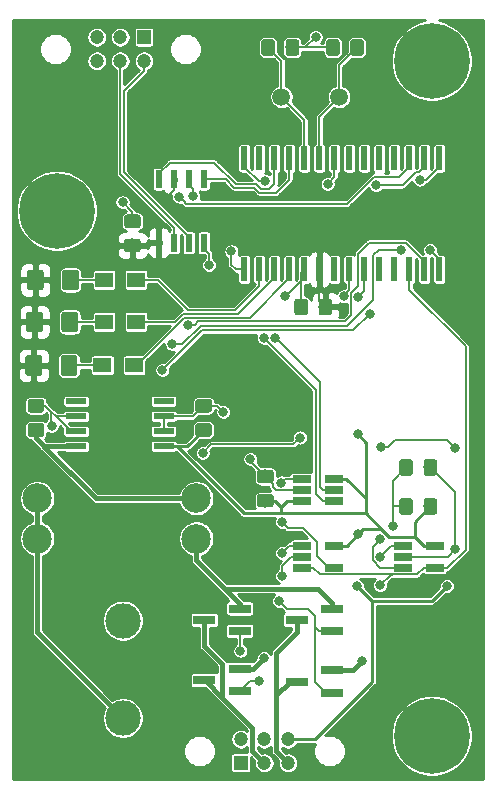
<source format=gtl>
G04 #@! TF.GenerationSoftware,KiCad,Pcbnew,5.1.2*
G04 #@! TF.CreationDate,2019-05-27T19:03:49-04:00*
G04 #@! TF.ProjectId,vent,76656e74-2e6b-4696-9361-645f70636258,rev?*
G04 #@! TF.SameCoordinates,Original*
G04 #@! TF.FileFunction,Copper,L1,Top*
G04 #@! TF.FilePolarity,Positive*
%FSLAX46Y46*%
G04 Gerber Fmt 4.6, Leading zero omitted, Abs format (unit mm)*
G04 Created by KiCad (PCBNEW 5.1.2) date 2019-05-27 19:03:49*
%MOMM*%
%LPD*%
G04 APERTURE LIST*
%ADD10C,0.100000*%
%ADD11C,1.150000*%
%ADD12R,0.600000X2.000000*%
%ADD13C,1.500000*%
%ADD14R,1.750000X0.550000*%
%ADD15R,0.600000X1.550000*%
%ADD16C,1.425000*%
%ADD17R,1.560000X0.650000*%
%ADD18R,1.900000X0.800000*%
%ADD19R,1.500000X1.300000*%
%ADD20C,3.000000*%
%ADD21C,2.500000*%
%ADD22C,1.200000*%
%ADD23R,1.200000X1.200000*%
%ADD24C,6.400000*%
%ADD25C,0.800000*%
%ADD26C,0.381000*%
%ADD27C,0.152400*%
%ADD28C,0.250000*%
%ADD29C,0.254000*%
G04 APERTURE END LIST*
D10*
G36*
X163272505Y-98488204D02*
G01*
X163296773Y-98491804D01*
X163320572Y-98497765D01*
X163343671Y-98506030D01*
X163365850Y-98516520D01*
X163386893Y-98529132D01*
X163406599Y-98543747D01*
X163424777Y-98560223D01*
X163441253Y-98578401D01*
X163455868Y-98598107D01*
X163468480Y-98619150D01*
X163478970Y-98641329D01*
X163487235Y-98664428D01*
X163493196Y-98688227D01*
X163496796Y-98712495D01*
X163498000Y-98736999D01*
X163498000Y-99637001D01*
X163496796Y-99661505D01*
X163493196Y-99685773D01*
X163487235Y-99709572D01*
X163478970Y-99732671D01*
X163468480Y-99754850D01*
X163455868Y-99775893D01*
X163441253Y-99795599D01*
X163424777Y-99813777D01*
X163406599Y-99830253D01*
X163386893Y-99844868D01*
X163365850Y-99857480D01*
X163343671Y-99867970D01*
X163320572Y-99876235D01*
X163296773Y-99882196D01*
X163272505Y-99885796D01*
X163248001Y-99887000D01*
X162597999Y-99887000D01*
X162573495Y-99885796D01*
X162549227Y-99882196D01*
X162525428Y-99876235D01*
X162502329Y-99867970D01*
X162480150Y-99857480D01*
X162459107Y-99844868D01*
X162439401Y-99830253D01*
X162421223Y-99813777D01*
X162404747Y-99795599D01*
X162390132Y-99775893D01*
X162377520Y-99754850D01*
X162367030Y-99732671D01*
X162358765Y-99709572D01*
X162352804Y-99685773D01*
X162349204Y-99661505D01*
X162348000Y-99637001D01*
X162348000Y-98736999D01*
X162349204Y-98712495D01*
X162352804Y-98688227D01*
X162358765Y-98664428D01*
X162367030Y-98641329D01*
X162377520Y-98619150D01*
X162390132Y-98598107D01*
X162404747Y-98578401D01*
X162421223Y-98560223D01*
X162439401Y-98543747D01*
X162459107Y-98529132D01*
X162480150Y-98516520D01*
X162502329Y-98506030D01*
X162525428Y-98497765D01*
X162549227Y-98491804D01*
X162573495Y-98488204D01*
X162597999Y-98487000D01*
X163248001Y-98487000D01*
X163272505Y-98488204D01*
X163272505Y-98488204D01*
G37*
D11*
X162923000Y-99187000D03*
D10*
G36*
X165322505Y-98488204D02*
G01*
X165346773Y-98491804D01*
X165370572Y-98497765D01*
X165393671Y-98506030D01*
X165415850Y-98516520D01*
X165436893Y-98529132D01*
X165456599Y-98543747D01*
X165474777Y-98560223D01*
X165491253Y-98578401D01*
X165505868Y-98598107D01*
X165518480Y-98619150D01*
X165528970Y-98641329D01*
X165537235Y-98664428D01*
X165543196Y-98688227D01*
X165546796Y-98712495D01*
X165548000Y-98736999D01*
X165548000Y-99637001D01*
X165546796Y-99661505D01*
X165543196Y-99685773D01*
X165537235Y-99709572D01*
X165528970Y-99732671D01*
X165518480Y-99754850D01*
X165505868Y-99775893D01*
X165491253Y-99795599D01*
X165474777Y-99813777D01*
X165456599Y-99830253D01*
X165436893Y-99844868D01*
X165415850Y-99857480D01*
X165393671Y-99867970D01*
X165370572Y-99876235D01*
X165346773Y-99882196D01*
X165322505Y-99885796D01*
X165298001Y-99887000D01*
X164647999Y-99887000D01*
X164623495Y-99885796D01*
X164599227Y-99882196D01*
X164575428Y-99876235D01*
X164552329Y-99867970D01*
X164530150Y-99857480D01*
X164509107Y-99844868D01*
X164489401Y-99830253D01*
X164471223Y-99813777D01*
X164454747Y-99795599D01*
X164440132Y-99775893D01*
X164427520Y-99754850D01*
X164417030Y-99732671D01*
X164408765Y-99709572D01*
X164402804Y-99685773D01*
X164399204Y-99661505D01*
X164398000Y-99637001D01*
X164398000Y-98736999D01*
X164399204Y-98712495D01*
X164402804Y-98688227D01*
X164408765Y-98664428D01*
X164417030Y-98641329D01*
X164427520Y-98619150D01*
X164440132Y-98598107D01*
X164454747Y-98578401D01*
X164471223Y-98560223D01*
X164489401Y-98543747D01*
X164509107Y-98529132D01*
X164530150Y-98516520D01*
X164552329Y-98506030D01*
X164575428Y-98497765D01*
X164599227Y-98491804D01*
X164623495Y-98488204D01*
X164647999Y-98487000D01*
X165298001Y-98487000D01*
X165322505Y-98488204D01*
X165322505Y-98488204D01*
G37*
D11*
X164973000Y-99187000D03*
D12*
X165735000Y-82424000D03*
X164465000Y-82424000D03*
X163195000Y-82424000D03*
X161925000Y-82424000D03*
X160655000Y-82424000D03*
X159385000Y-82424000D03*
X158115000Y-82424000D03*
X156845000Y-82424000D03*
X155575000Y-82424000D03*
X154305000Y-82424000D03*
X153035000Y-82424000D03*
X151765000Y-82424000D03*
X150495000Y-82424000D03*
X149225000Y-82424000D03*
X149225000Y-73024000D03*
X150495000Y-73024000D03*
X151765000Y-73024000D03*
X153035000Y-73024000D03*
X154305000Y-73024000D03*
X155575000Y-73024000D03*
X156845000Y-73024000D03*
X158115000Y-73024000D03*
X159385000Y-73024000D03*
X160655000Y-73024000D03*
X161925000Y-73024000D03*
X163195000Y-73024000D03*
X164465000Y-73024000D03*
X165735000Y-73024000D03*
D10*
G36*
X156432505Y-84899204D02*
G01*
X156456773Y-84902804D01*
X156480572Y-84908765D01*
X156503671Y-84917030D01*
X156525850Y-84927520D01*
X156546893Y-84940132D01*
X156566599Y-84954747D01*
X156584777Y-84971223D01*
X156601253Y-84989401D01*
X156615868Y-85009107D01*
X156628480Y-85030150D01*
X156638970Y-85052329D01*
X156647235Y-85075428D01*
X156653196Y-85099227D01*
X156656796Y-85123495D01*
X156658000Y-85147999D01*
X156658000Y-86048001D01*
X156656796Y-86072505D01*
X156653196Y-86096773D01*
X156647235Y-86120572D01*
X156638970Y-86143671D01*
X156628480Y-86165850D01*
X156615868Y-86186893D01*
X156601253Y-86206599D01*
X156584777Y-86224777D01*
X156566599Y-86241253D01*
X156546893Y-86255868D01*
X156525850Y-86268480D01*
X156503671Y-86278970D01*
X156480572Y-86287235D01*
X156456773Y-86293196D01*
X156432505Y-86296796D01*
X156408001Y-86298000D01*
X155757999Y-86298000D01*
X155733495Y-86296796D01*
X155709227Y-86293196D01*
X155685428Y-86287235D01*
X155662329Y-86278970D01*
X155640150Y-86268480D01*
X155619107Y-86255868D01*
X155599401Y-86241253D01*
X155581223Y-86224777D01*
X155564747Y-86206599D01*
X155550132Y-86186893D01*
X155537520Y-86165850D01*
X155527030Y-86143671D01*
X155518765Y-86120572D01*
X155512804Y-86096773D01*
X155509204Y-86072505D01*
X155508000Y-86048001D01*
X155508000Y-85147999D01*
X155509204Y-85123495D01*
X155512804Y-85099227D01*
X155518765Y-85075428D01*
X155527030Y-85052329D01*
X155537520Y-85030150D01*
X155550132Y-85009107D01*
X155564747Y-84989401D01*
X155581223Y-84971223D01*
X155599401Y-84954747D01*
X155619107Y-84940132D01*
X155640150Y-84927520D01*
X155662329Y-84917030D01*
X155685428Y-84908765D01*
X155709227Y-84902804D01*
X155733495Y-84899204D01*
X155757999Y-84898000D01*
X156408001Y-84898000D01*
X156432505Y-84899204D01*
X156432505Y-84899204D01*
G37*
D11*
X156083000Y-85598000D03*
D10*
G36*
X154382505Y-84899204D02*
G01*
X154406773Y-84902804D01*
X154430572Y-84908765D01*
X154453671Y-84917030D01*
X154475850Y-84927520D01*
X154496893Y-84940132D01*
X154516599Y-84954747D01*
X154534777Y-84971223D01*
X154551253Y-84989401D01*
X154565868Y-85009107D01*
X154578480Y-85030150D01*
X154588970Y-85052329D01*
X154597235Y-85075428D01*
X154603196Y-85099227D01*
X154606796Y-85123495D01*
X154608000Y-85147999D01*
X154608000Y-86048001D01*
X154606796Y-86072505D01*
X154603196Y-86096773D01*
X154597235Y-86120572D01*
X154588970Y-86143671D01*
X154578480Y-86165850D01*
X154565868Y-86186893D01*
X154551253Y-86206599D01*
X154534777Y-86224777D01*
X154516599Y-86241253D01*
X154496893Y-86255868D01*
X154475850Y-86268480D01*
X154453671Y-86278970D01*
X154430572Y-86287235D01*
X154406773Y-86293196D01*
X154382505Y-86296796D01*
X154358001Y-86298000D01*
X153707999Y-86298000D01*
X153683495Y-86296796D01*
X153659227Y-86293196D01*
X153635428Y-86287235D01*
X153612329Y-86278970D01*
X153590150Y-86268480D01*
X153569107Y-86255868D01*
X153549401Y-86241253D01*
X153531223Y-86224777D01*
X153514747Y-86206599D01*
X153500132Y-86186893D01*
X153487520Y-86165850D01*
X153477030Y-86143671D01*
X153468765Y-86120572D01*
X153462804Y-86096773D01*
X153459204Y-86072505D01*
X153458000Y-86048001D01*
X153458000Y-85147999D01*
X153459204Y-85123495D01*
X153462804Y-85099227D01*
X153468765Y-85075428D01*
X153477030Y-85052329D01*
X153487520Y-85030150D01*
X153500132Y-85009107D01*
X153514747Y-84989401D01*
X153531223Y-84971223D01*
X153549401Y-84954747D01*
X153569107Y-84940132D01*
X153590150Y-84927520D01*
X153612329Y-84917030D01*
X153635428Y-84908765D01*
X153659227Y-84902804D01*
X153683495Y-84899204D01*
X153707999Y-84898000D01*
X154358001Y-84898000D01*
X154382505Y-84899204D01*
X154382505Y-84899204D01*
G37*
D11*
X154033000Y-85598000D03*
D10*
G36*
X140225305Y-79817204D02*
G01*
X140249573Y-79820804D01*
X140273372Y-79826765D01*
X140296471Y-79835030D01*
X140318650Y-79845520D01*
X140339693Y-79858132D01*
X140359399Y-79872747D01*
X140377577Y-79889223D01*
X140394053Y-79907401D01*
X140408668Y-79927107D01*
X140421280Y-79948150D01*
X140431770Y-79970329D01*
X140440035Y-79993428D01*
X140445996Y-80017227D01*
X140449596Y-80041495D01*
X140450800Y-80065999D01*
X140450800Y-80716001D01*
X140449596Y-80740505D01*
X140445996Y-80764773D01*
X140440035Y-80788572D01*
X140431770Y-80811671D01*
X140421280Y-80833850D01*
X140408668Y-80854893D01*
X140394053Y-80874599D01*
X140377577Y-80892777D01*
X140359399Y-80909253D01*
X140339693Y-80923868D01*
X140318650Y-80936480D01*
X140296471Y-80946970D01*
X140273372Y-80955235D01*
X140249573Y-80961196D01*
X140225305Y-80964796D01*
X140200801Y-80966000D01*
X139300799Y-80966000D01*
X139276295Y-80964796D01*
X139252027Y-80961196D01*
X139228228Y-80955235D01*
X139205129Y-80946970D01*
X139182950Y-80936480D01*
X139161907Y-80923868D01*
X139142201Y-80909253D01*
X139124023Y-80892777D01*
X139107547Y-80874599D01*
X139092932Y-80854893D01*
X139080320Y-80833850D01*
X139069830Y-80811671D01*
X139061565Y-80788572D01*
X139055604Y-80764773D01*
X139052004Y-80740505D01*
X139050800Y-80716001D01*
X139050800Y-80065999D01*
X139052004Y-80041495D01*
X139055604Y-80017227D01*
X139061565Y-79993428D01*
X139069830Y-79970329D01*
X139080320Y-79948150D01*
X139092932Y-79927107D01*
X139107547Y-79907401D01*
X139124023Y-79889223D01*
X139142201Y-79872747D01*
X139161907Y-79858132D01*
X139182950Y-79845520D01*
X139205129Y-79835030D01*
X139228228Y-79826765D01*
X139252027Y-79820804D01*
X139276295Y-79817204D01*
X139300799Y-79816000D01*
X140200801Y-79816000D01*
X140225305Y-79817204D01*
X140225305Y-79817204D01*
G37*
D11*
X139750800Y-80391000D03*
D10*
G36*
X140225305Y-77767204D02*
G01*
X140249573Y-77770804D01*
X140273372Y-77776765D01*
X140296471Y-77785030D01*
X140318650Y-77795520D01*
X140339693Y-77808132D01*
X140359399Y-77822747D01*
X140377577Y-77839223D01*
X140394053Y-77857401D01*
X140408668Y-77877107D01*
X140421280Y-77898150D01*
X140431770Y-77920329D01*
X140440035Y-77943428D01*
X140445996Y-77967227D01*
X140449596Y-77991495D01*
X140450800Y-78015999D01*
X140450800Y-78666001D01*
X140449596Y-78690505D01*
X140445996Y-78714773D01*
X140440035Y-78738572D01*
X140431770Y-78761671D01*
X140421280Y-78783850D01*
X140408668Y-78804893D01*
X140394053Y-78824599D01*
X140377577Y-78842777D01*
X140359399Y-78859253D01*
X140339693Y-78873868D01*
X140318650Y-78886480D01*
X140296471Y-78896970D01*
X140273372Y-78905235D01*
X140249573Y-78911196D01*
X140225305Y-78914796D01*
X140200801Y-78916000D01*
X139300799Y-78916000D01*
X139276295Y-78914796D01*
X139252027Y-78911196D01*
X139228228Y-78905235D01*
X139205129Y-78896970D01*
X139182950Y-78886480D01*
X139161907Y-78873868D01*
X139142201Y-78859253D01*
X139124023Y-78842777D01*
X139107547Y-78824599D01*
X139092932Y-78804893D01*
X139080320Y-78783850D01*
X139069830Y-78761671D01*
X139061565Y-78738572D01*
X139055604Y-78714773D01*
X139052004Y-78690505D01*
X139050800Y-78666001D01*
X139050800Y-78015999D01*
X139052004Y-77991495D01*
X139055604Y-77967227D01*
X139061565Y-77943428D01*
X139069830Y-77920329D01*
X139080320Y-77898150D01*
X139092932Y-77877107D01*
X139107547Y-77857401D01*
X139124023Y-77839223D01*
X139142201Y-77822747D01*
X139161907Y-77808132D01*
X139182950Y-77795520D01*
X139205129Y-77785030D01*
X139228228Y-77776765D01*
X139252027Y-77770804D01*
X139276295Y-77767204D01*
X139300799Y-77766000D01*
X140200801Y-77766000D01*
X140225305Y-77767204D01*
X140225305Y-77767204D01*
G37*
D11*
X139750800Y-78341000D03*
D10*
G36*
X157067505Y-62928204D02*
G01*
X157091773Y-62931804D01*
X157115572Y-62937765D01*
X157138671Y-62946030D01*
X157160850Y-62956520D01*
X157181893Y-62969132D01*
X157201599Y-62983747D01*
X157219777Y-63000223D01*
X157236253Y-63018401D01*
X157250868Y-63038107D01*
X157263480Y-63059150D01*
X157273970Y-63081329D01*
X157282235Y-63104428D01*
X157288196Y-63128227D01*
X157291796Y-63152495D01*
X157293000Y-63176999D01*
X157293000Y-64077001D01*
X157291796Y-64101505D01*
X157288196Y-64125773D01*
X157282235Y-64149572D01*
X157273970Y-64172671D01*
X157263480Y-64194850D01*
X157250868Y-64215893D01*
X157236253Y-64235599D01*
X157219777Y-64253777D01*
X157201599Y-64270253D01*
X157181893Y-64284868D01*
X157160850Y-64297480D01*
X157138671Y-64307970D01*
X157115572Y-64316235D01*
X157091773Y-64322196D01*
X157067505Y-64325796D01*
X157043001Y-64327000D01*
X156392999Y-64327000D01*
X156368495Y-64325796D01*
X156344227Y-64322196D01*
X156320428Y-64316235D01*
X156297329Y-64307970D01*
X156275150Y-64297480D01*
X156254107Y-64284868D01*
X156234401Y-64270253D01*
X156216223Y-64253777D01*
X156199747Y-64235599D01*
X156185132Y-64215893D01*
X156172520Y-64194850D01*
X156162030Y-64172671D01*
X156153765Y-64149572D01*
X156147804Y-64125773D01*
X156144204Y-64101505D01*
X156143000Y-64077001D01*
X156143000Y-63176999D01*
X156144204Y-63152495D01*
X156147804Y-63128227D01*
X156153765Y-63104428D01*
X156162030Y-63081329D01*
X156172520Y-63059150D01*
X156185132Y-63038107D01*
X156199747Y-63018401D01*
X156216223Y-63000223D01*
X156234401Y-62983747D01*
X156254107Y-62969132D01*
X156275150Y-62956520D01*
X156297329Y-62946030D01*
X156320428Y-62937765D01*
X156344227Y-62931804D01*
X156368495Y-62928204D01*
X156392999Y-62927000D01*
X157043001Y-62927000D01*
X157067505Y-62928204D01*
X157067505Y-62928204D01*
G37*
D11*
X156718000Y-63627000D03*
D10*
G36*
X159117505Y-62928204D02*
G01*
X159141773Y-62931804D01*
X159165572Y-62937765D01*
X159188671Y-62946030D01*
X159210850Y-62956520D01*
X159231893Y-62969132D01*
X159251599Y-62983747D01*
X159269777Y-63000223D01*
X159286253Y-63018401D01*
X159300868Y-63038107D01*
X159313480Y-63059150D01*
X159323970Y-63081329D01*
X159332235Y-63104428D01*
X159338196Y-63128227D01*
X159341796Y-63152495D01*
X159343000Y-63176999D01*
X159343000Y-64077001D01*
X159341796Y-64101505D01*
X159338196Y-64125773D01*
X159332235Y-64149572D01*
X159323970Y-64172671D01*
X159313480Y-64194850D01*
X159300868Y-64215893D01*
X159286253Y-64235599D01*
X159269777Y-64253777D01*
X159251599Y-64270253D01*
X159231893Y-64284868D01*
X159210850Y-64297480D01*
X159188671Y-64307970D01*
X159165572Y-64316235D01*
X159141773Y-64322196D01*
X159117505Y-64325796D01*
X159093001Y-64327000D01*
X158442999Y-64327000D01*
X158418495Y-64325796D01*
X158394227Y-64322196D01*
X158370428Y-64316235D01*
X158347329Y-64307970D01*
X158325150Y-64297480D01*
X158304107Y-64284868D01*
X158284401Y-64270253D01*
X158266223Y-64253777D01*
X158249747Y-64235599D01*
X158235132Y-64215893D01*
X158222520Y-64194850D01*
X158212030Y-64172671D01*
X158203765Y-64149572D01*
X158197804Y-64125773D01*
X158194204Y-64101505D01*
X158193000Y-64077001D01*
X158193000Y-63176999D01*
X158194204Y-63152495D01*
X158197804Y-63128227D01*
X158203765Y-63104428D01*
X158212030Y-63081329D01*
X158222520Y-63059150D01*
X158235132Y-63038107D01*
X158249747Y-63018401D01*
X158266223Y-63000223D01*
X158284401Y-62983747D01*
X158304107Y-62969132D01*
X158325150Y-62956520D01*
X158347329Y-62946030D01*
X158370428Y-62937765D01*
X158394227Y-62931804D01*
X158418495Y-62928204D01*
X158442999Y-62927000D01*
X159093001Y-62927000D01*
X159117505Y-62928204D01*
X159117505Y-62928204D01*
G37*
D11*
X158768000Y-63627000D03*
D10*
G36*
X151588505Y-62928204D02*
G01*
X151612773Y-62931804D01*
X151636572Y-62937765D01*
X151659671Y-62946030D01*
X151681850Y-62956520D01*
X151702893Y-62969132D01*
X151722599Y-62983747D01*
X151740777Y-63000223D01*
X151757253Y-63018401D01*
X151771868Y-63038107D01*
X151784480Y-63059150D01*
X151794970Y-63081329D01*
X151803235Y-63104428D01*
X151809196Y-63128227D01*
X151812796Y-63152495D01*
X151814000Y-63176999D01*
X151814000Y-64077001D01*
X151812796Y-64101505D01*
X151809196Y-64125773D01*
X151803235Y-64149572D01*
X151794970Y-64172671D01*
X151784480Y-64194850D01*
X151771868Y-64215893D01*
X151757253Y-64235599D01*
X151740777Y-64253777D01*
X151722599Y-64270253D01*
X151702893Y-64284868D01*
X151681850Y-64297480D01*
X151659671Y-64307970D01*
X151636572Y-64316235D01*
X151612773Y-64322196D01*
X151588505Y-64325796D01*
X151564001Y-64327000D01*
X150913999Y-64327000D01*
X150889495Y-64325796D01*
X150865227Y-64322196D01*
X150841428Y-64316235D01*
X150818329Y-64307970D01*
X150796150Y-64297480D01*
X150775107Y-64284868D01*
X150755401Y-64270253D01*
X150737223Y-64253777D01*
X150720747Y-64235599D01*
X150706132Y-64215893D01*
X150693520Y-64194850D01*
X150683030Y-64172671D01*
X150674765Y-64149572D01*
X150668804Y-64125773D01*
X150665204Y-64101505D01*
X150664000Y-64077001D01*
X150664000Y-63176999D01*
X150665204Y-63152495D01*
X150668804Y-63128227D01*
X150674765Y-63104428D01*
X150683030Y-63081329D01*
X150693520Y-63059150D01*
X150706132Y-63038107D01*
X150720747Y-63018401D01*
X150737223Y-63000223D01*
X150755401Y-62983747D01*
X150775107Y-62969132D01*
X150796150Y-62956520D01*
X150818329Y-62946030D01*
X150841428Y-62937765D01*
X150865227Y-62931804D01*
X150889495Y-62928204D01*
X150913999Y-62927000D01*
X151564001Y-62927000D01*
X151588505Y-62928204D01*
X151588505Y-62928204D01*
G37*
D11*
X151239000Y-63627000D03*
D10*
G36*
X153638505Y-62928204D02*
G01*
X153662773Y-62931804D01*
X153686572Y-62937765D01*
X153709671Y-62946030D01*
X153731850Y-62956520D01*
X153752893Y-62969132D01*
X153772599Y-62983747D01*
X153790777Y-63000223D01*
X153807253Y-63018401D01*
X153821868Y-63038107D01*
X153834480Y-63059150D01*
X153844970Y-63081329D01*
X153853235Y-63104428D01*
X153859196Y-63128227D01*
X153862796Y-63152495D01*
X153864000Y-63176999D01*
X153864000Y-64077001D01*
X153862796Y-64101505D01*
X153859196Y-64125773D01*
X153853235Y-64149572D01*
X153844970Y-64172671D01*
X153834480Y-64194850D01*
X153821868Y-64215893D01*
X153807253Y-64235599D01*
X153790777Y-64253777D01*
X153772599Y-64270253D01*
X153752893Y-64284868D01*
X153731850Y-64297480D01*
X153709671Y-64307970D01*
X153686572Y-64316235D01*
X153662773Y-64322196D01*
X153638505Y-64325796D01*
X153614001Y-64327000D01*
X152963999Y-64327000D01*
X152939495Y-64325796D01*
X152915227Y-64322196D01*
X152891428Y-64316235D01*
X152868329Y-64307970D01*
X152846150Y-64297480D01*
X152825107Y-64284868D01*
X152805401Y-64270253D01*
X152787223Y-64253777D01*
X152770747Y-64235599D01*
X152756132Y-64215893D01*
X152743520Y-64194850D01*
X152733030Y-64172671D01*
X152724765Y-64149572D01*
X152718804Y-64125773D01*
X152715204Y-64101505D01*
X152714000Y-64077001D01*
X152714000Y-63176999D01*
X152715204Y-63152495D01*
X152718804Y-63128227D01*
X152724765Y-63104428D01*
X152733030Y-63081329D01*
X152743520Y-63059150D01*
X152756132Y-63038107D01*
X152770747Y-63018401D01*
X152787223Y-63000223D01*
X152805401Y-62983747D01*
X152825107Y-62969132D01*
X152846150Y-62956520D01*
X152868329Y-62946030D01*
X152891428Y-62937765D01*
X152915227Y-62931804D01*
X152939495Y-62928204D01*
X152963999Y-62927000D01*
X153614001Y-62927000D01*
X153638505Y-62928204D01*
X153638505Y-62928204D01*
G37*
D11*
X153289000Y-63627000D03*
D10*
G36*
X151477505Y-101425204D02*
G01*
X151501773Y-101428804D01*
X151525572Y-101434765D01*
X151548671Y-101443030D01*
X151570850Y-101453520D01*
X151591893Y-101466132D01*
X151611599Y-101480747D01*
X151629777Y-101497223D01*
X151646253Y-101515401D01*
X151660868Y-101535107D01*
X151673480Y-101556150D01*
X151683970Y-101578329D01*
X151692235Y-101601428D01*
X151698196Y-101625227D01*
X151701796Y-101649495D01*
X151703000Y-101673999D01*
X151703000Y-102324001D01*
X151701796Y-102348505D01*
X151698196Y-102372773D01*
X151692235Y-102396572D01*
X151683970Y-102419671D01*
X151673480Y-102441850D01*
X151660868Y-102462893D01*
X151646253Y-102482599D01*
X151629777Y-102500777D01*
X151611599Y-102517253D01*
X151591893Y-102531868D01*
X151570850Y-102544480D01*
X151548671Y-102554970D01*
X151525572Y-102563235D01*
X151501773Y-102569196D01*
X151477505Y-102572796D01*
X151453001Y-102574000D01*
X150552999Y-102574000D01*
X150528495Y-102572796D01*
X150504227Y-102569196D01*
X150480428Y-102563235D01*
X150457329Y-102554970D01*
X150435150Y-102544480D01*
X150414107Y-102531868D01*
X150394401Y-102517253D01*
X150376223Y-102500777D01*
X150359747Y-102482599D01*
X150345132Y-102462893D01*
X150332520Y-102441850D01*
X150322030Y-102419671D01*
X150313765Y-102396572D01*
X150307804Y-102372773D01*
X150304204Y-102348505D01*
X150303000Y-102324001D01*
X150303000Y-101673999D01*
X150304204Y-101649495D01*
X150307804Y-101625227D01*
X150313765Y-101601428D01*
X150322030Y-101578329D01*
X150332520Y-101556150D01*
X150345132Y-101535107D01*
X150359747Y-101515401D01*
X150376223Y-101497223D01*
X150394401Y-101480747D01*
X150414107Y-101466132D01*
X150435150Y-101453520D01*
X150457329Y-101443030D01*
X150480428Y-101434765D01*
X150504227Y-101428804D01*
X150528495Y-101425204D01*
X150552999Y-101424000D01*
X151453001Y-101424000D01*
X151477505Y-101425204D01*
X151477505Y-101425204D01*
G37*
D11*
X151003000Y-101999000D03*
D10*
G36*
X151477505Y-99375204D02*
G01*
X151501773Y-99378804D01*
X151525572Y-99384765D01*
X151548671Y-99393030D01*
X151570850Y-99403520D01*
X151591893Y-99416132D01*
X151611599Y-99430747D01*
X151629777Y-99447223D01*
X151646253Y-99465401D01*
X151660868Y-99485107D01*
X151673480Y-99506150D01*
X151683970Y-99528329D01*
X151692235Y-99551428D01*
X151698196Y-99575227D01*
X151701796Y-99599495D01*
X151703000Y-99623999D01*
X151703000Y-100274001D01*
X151701796Y-100298505D01*
X151698196Y-100322773D01*
X151692235Y-100346572D01*
X151683970Y-100369671D01*
X151673480Y-100391850D01*
X151660868Y-100412893D01*
X151646253Y-100432599D01*
X151629777Y-100450777D01*
X151611599Y-100467253D01*
X151591893Y-100481868D01*
X151570850Y-100494480D01*
X151548671Y-100504970D01*
X151525572Y-100513235D01*
X151501773Y-100519196D01*
X151477505Y-100522796D01*
X151453001Y-100524000D01*
X150552999Y-100524000D01*
X150528495Y-100522796D01*
X150504227Y-100519196D01*
X150480428Y-100513235D01*
X150457329Y-100504970D01*
X150435150Y-100494480D01*
X150414107Y-100481868D01*
X150394401Y-100467253D01*
X150376223Y-100450777D01*
X150359747Y-100432599D01*
X150345132Y-100412893D01*
X150332520Y-100391850D01*
X150322030Y-100369671D01*
X150313765Y-100346572D01*
X150307804Y-100322773D01*
X150304204Y-100298505D01*
X150303000Y-100274001D01*
X150303000Y-99623999D01*
X150304204Y-99599495D01*
X150307804Y-99575227D01*
X150313765Y-99551428D01*
X150322030Y-99528329D01*
X150332520Y-99506150D01*
X150345132Y-99485107D01*
X150359747Y-99465401D01*
X150376223Y-99447223D01*
X150394401Y-99430747D01*
X150414107Y-99416132D01*
X150435150Y-99403520D01*
X150457329Y-99393030D01*
X150480428Y-99384765D01*
X150504227Y-99378804D01*
X150528495Y-99375204D01*
X150552999Y-99374000D01*
X151453001Y-99374000D01*
X151477505Y-99375204D01*
X151477505Y-99375204D01*
G37*
D11*
X151003000Y-99949000D03*
D10*
G36*
X132046505Y-93388204D02*
G01*
X132070773Y-93391804D01*
X132094572Y-93397765D01*
X132117671Y-93406030D01*
X132139850Y-93416520D01*
X132160893Y-93429132D01*
X132180599Y-93443747D01*
X132198777Y-93460223D01*
X132215253Y-93478401D01*
X132229868Y-93498107D01*
X132242480Y-93519150D01*
X132252970Y-93541329D01*
X132261235Y-93564428D01*
X132267196Y-93588227D01*
X132270796Y-93612495D01*
X132272000Y-93636999D01*
X132272000Y-94287001D01*
X132270796Y-94311505D01*
X132267196Y-94335773D01*
X132261235Y-94359572D01*
X132252970Y-94382671D01*
X132242480Y-94404850D01*
X132229868Y-94425893D01*
X132215253Y-94445599D01*
X132198777Y-94463777D01*
X132180599Y-94480253D01*
X132160893Y-94494868D01*
X132139850Y-94507480D01*
X132117671Y-94517970D01*
X132094572Y-94526235D01*
X132070773Y-94532196D01*
X132046505Y-94535796D01*
X132022001Y-94537000D01*
X131121999Y-94537000D01*
X131097495Y-94535796D01*
X131073227Y-94532196D01*
X131049428Y-94526235D01*
X131026329Y-94517970D01*
X131004150Y-94507480D01*
X130983107Y-94494868D01*
X130963401Y-94480253D01*
X130945223Y-94463777D01*
X130928747Y-94445599D01*
X130914132Y-94425893D01*
X130901520Y-94404850D01*
X130891030Y-94382671D01*
X130882765Y-94359572D01*
X130876804Y-94335773D01*
X130873204Y-94311505D01*
X130872000Y-94287001D01*
X130872000Y-93636999D01*
X130873204Y-93612495D01*
X130876804Y-93588227D01*
X130882765Y-93564428D01*
X130891030Y-93541329D01*
X130901520Y-93519150D01*
X130914132Y-93498107D01*
X130928747Y-93478401D01*
X130945223Y-93460223D01*
X130963401Y-93443747D01*
X130983107Y-93429132D01*
X131004150Y-93416520D01*
X131026329Y-93406030D01*
X131049428Y-93397765D01*
X131073227Y-93391804D01*
X131097495Y-93388204D01*
X131121999Y-93387000D01*
X132022001Y-93387000D01*
X132046505Y-93388204D01*
X132046505Y-93388204D01*
G37*
D11*
X131572000Y-93962000D03*
D10*
G36*
X132046505Y-95438204D02*
G01*
X132070773Y-95441804D01*
X132094572Y-95447765D01*
X132117671Y-95456030D01*
X132139850Y-95466520D01*
X132160893Y-95479132D01*
X132180599Y-95493747D01*
X132198777Y-95510223D01*
X132215253Y-95528401D01*
X132229868Y-95548107D01*
X132242480Y-95569150D01*
X132252970Y-95591329D01*
X132261235Y-95614428D01*
X132267196Y-95638227D01*
X132270796Y-95662495D01*
X132272000Y-95686999D01*
X132272000Y-96337001D01*
X132270796Y-96361505D01*
X132267196Y-96385773D01*
X132261235Y-96409572D01*
X132252970Y-96432671D01*
X132242480Y-96454850D01*
X132229868Y-96475893D01*
X132215253Y-96495599D01*
X132198777Y-96513777D01*
X132180599Y-96530253D01*
X132160893Y-96544868D01*
X132139850Y-96557480D01*
X132117671Y-96567970D01*
X132094572Y-96576235D01*
X132070773Y-96582196D01*
X132046505Y-96585796D01*
X132022001Y-96587000D01*
X131121999Y-96587000D01*
X131097495Y-96585796D01*
X131073227Y-96582196D01*
X131049428Y-96576235D01*
X131026329Y-96567970D01*
X131004150Y-96557480D01*
X130983107Y-96544868D01*
X130963401Y-96530253D01*
X130945223Y-96513777D01*
X130928747Y-96495599D01*
X130914132Y-96475893D01*
X130901520Y-96454850D01*
X130891030Y-96432671D01*
X130882765Y-96409572D01*
X130876804Y-96385773D01*
X130873204Y-96361505D01*
X130872000Y-96337001D01*
X130872000Y-95686999D01*
X130873204Y-95662495D01*
X130876804Y-95638227D01*
X130882765Y-95614428D01*
X130891030Y-95591329D01*
X130901520Y-95569150D01*
X130914132Y-95548107D01*
X130928747Y-95528401D01*
X130945223Y-95510223D01*
X130963401Y-95493747D01*
X130983107Y-95479132D01*
X131004150Y-95466520D01*
X131026329Y-95456030D01*
X131049428Y-95447765D01*
X131073227Y-95441804D01*
X131097495Y-95438204D01*
X131121999Y-95437000D01*
X132022001Y-95437000D01*
X132046505Y-95438204D01*
X132046505Y-95438204D01*
G37*
D11*
X131572000Y-96012000D03*
D10*
G36*
X146252505Y-95438204D02*
G01*
X146276773Y-95441804D01*
X146300572Y-95447765D01*
X146323671Y-95456030D01*
X146345850Y-95466520D01*
X146366893Y-95479132D01*
X146386599Y-95493747D01*
X146404777Y-95510223D01*
X146421253Y-95528401D01*
X146435868Y-95548107D01*
X146448480Y-95569150D01*
X146458970Y-95591329D01*
X146467235Y-95614428D01*
X146473196Y-95638227D01*
X146476796Y-95662495D01*
X146478000Y-95686999D01*
X146478000Y-96337001D01*
X146476796Y-96361505D01*
X146473196Y-96385773D01*
X146467235Y-96409572D01*
X146458970Y-96432671D01*
X146448480Y-96454850D01*
X146435868Y-96475893D01*
X146421253Y-96495599D01*
X146404777Y-96513777D01*
X146386599Y-96530253D01*
X146366893Y-96544868D01*
X146345850Y-96557480D01*
X146323671Y-96567970D01*
X146300572Y-96576235D01*
X146276773Y-96582196D01*
X146252505Y-96585796D01*
X146228001Y-96587000D01*
X145327999Y-96587000D01*
X145303495Y-96585796D01*
X145279227Y-96582196D01*
X145255428Y-96576235D01*
X145232329Y-96567970D01*
X145210150Y-96557480D01*
X145189107Y-96544868D01*
X145169401Y-96530253D01*
X145151223Y-96513777D01*
X145134747Y-96495599D01*
X145120132Y-96475893D01*
X145107520Y-96454850D01*
X145097030Y-96432671D01*
X145088765Y-96409572D01*
X145082804Y-96385773D01*
X145079204Y-96361505D01*
X145078000Y-96337001D01*
X145078000Y-95686999D01*
X145079204Y-95662495D01*
X145082804Y-95638227D01*
X145088765Y-95614428D01*
X145097030Y-95591329D01*
X145107520Y-95569150D01*
X145120132Y-95548107D01*
X145134747Y-95528401D01*
X145151223Y-95510223D01*
X145169401Y-95493747D01*
X145189107Y-95479132D01*
X145210150Y-95466520D01*
X145232329Y-95456030D01*
X145255428Y-95447765D01*
X145279227Y-95441804D01*
X145303495Y-95438204D01*
X145327999Y-95437000D01*
X146228001Y-95437000D01*
X146252505Y-95438204D01*
X146252505Y-95438204D01*
G37*
D11*
X145778000Y-96012000D03*
D10*
G36*
X146252505Y-93388204D02*
G01*
X146276773Y-93391804D01*
X146300572Y-93397765D01*
X146323671Y-93406030D01*
X146345850Y-93416520D01*
X146366893Y-93429132D01*
X146386599Y-93443747D01*
X146404777Y-93460223D01*
X146421253Y-93478401D01*
X146435868Y-93498107D01*
X146448480Y-93519150D01*
X146458970Y-93541329D01*
X146467235Y-93564428D01*
X146473196Y-93588227D01*
X146476796Y-93612495D01*
X146478000Y-93636999D01*
X146478000Y-94287001D01*
X146476796Y-94311505D01*
X146473196Y-94335773D01*
X146467235Y-94359572D01*
X146458970Y-94382671D01*
X146448480Y-94404850D01*
X146435868Y-94425893D01*
X146421253Y-94445599D01*
X146404777Y-94463777D01*
X146386599Y-94480253D01*
X146366893Y-94494868D01*
X146345850Y-94507480D01*
X146323671Y-94517970D01*
X146300572Y-94526235D01*
X146276773Y-94532196D01*
X146252505Y-94535796D01*
X146228001Y-94537000D01*
X145327999Y-94537000D01*
X145303495Y-94535796D01*
X145279227Y-94532196D01*
X145255428Y-94526235D01*
X145232329Y-94517970D01*
X145210150Y-94507480D01*
X145189107Y-94494868D01*
X145169401Y-94480253D01*
X145151223Y-94463777D01*
X145134747Y-94445599D01*
X145120132Y-94425893D01*
X145107520Y-94404850D01*
X145097030Y-94382671D01*
X145088765Y-94359572D01*
X145082804Y-94335773D01*
X145079204Y-94311505D01*
X145078000Y-94287001D01*
X145078000Y-93636999D01*
X145079204Y-93612495D01*
X145082804Y-93588227D01*
X145088765Y-93564428D01*
X145097030Y-93541329D01*
X145107520Y-93519150D01*
X145120132Y-93498107D01*
X145134747Y-93478401D01*
X145151223Y-93460223D01*
X145169401Y-93443747D01*
X145189107Y-93429132D01*
X145210150Y-93416520D01*
X145232329Y-93406030D01*
X145255428Y-93397765D01*
X145279227Y-93391804D01*
X145303495Y-93388204D01*
X145327999Y-93387000D01*
X146228001Y-93387000D01*
X146252505Y-93388204D01*
X146252505Y-93388204D01*
G37*
D11*
X145778000Y-93962000D03*
D13*
X157251400Y-67818000D03*
X152371400Y-67818000D03*
D14*
X134984000Y-97409000D03*
X134984000Y-96139000D03*
X134984000Y-94869000D03*
X134984000Y-93599000D03*
X142384000Y-93599000D03*
X142384000Y-94869000D03*
X142384000Y-96139000D03*
X142384000Y-97409000D03*
D15*
X145796000Y-80170000D03*
X144526000Y-80170000D03*
X143256000Y-80170000D03*
X141986000Y-80170000D03*
X141986000Y-74770000D03*
X143256000Y-74770000D03*
X144526000Y-74770000D03*
X145796000Y-74770000D03*
D10*
G36*
X134863696Y-89675433D02*
G01*
X134887965Y-89679033D01*
X134911763Y-89684994D01*
X134934863Y-89693259D01*
X134957041Y-89703749D01*
X134978085Y-89716362D01*
X134997790Y-89730976D01*
X135015969Y-89747452D01*
X135032445Y-89765631D01*
X135047059Y-89785336D01*
X135059672Y-89806380D01*
X135070162Y-89828558D01*
X135078427Y-89851658D01*
X135084388Y-89875456D01*
X135087988Y-89899725D01*
X135089192Y-89924229D01*
X135089192Y-91174229D01*
X135087988Y-91198733D01*
X135084388Y-91223002D01*
X135078427Y-91246800D01*
X135070162Y-91269900D01*
X135059672Y-91292078D01*
X135047059Y-91313122D01*
X135032445Y-91332827D01*
X135015969Y-91351006D01*
X134997790Y-91367482D01*
X134978085Y-91382096D01*
X134957041Y-91394709D01*
X134934863Y-91405199D01*
X134911763Y-91413464D01*
X134887965Y-91419425D01*
X134863696Y-91423025D01*
X134839192Y-91424229D01*
X133914192Y-91424229D01*
X133889688Y-91423025D01*
X133865419Y-91419425D01*
X133841621Y-91413464D01*
X133818521Y-91405199D01*
X133796343Y-91394709D01*
X133775299Y-91382096D01*
X133755594Y-91367482D01*
X133737415Y-91351006D01*
X133720939Y-91332827D01*
X133706325Y-91313122D01*
X133693712Y-91292078D01*
X133683222Y-91269900D01*
X133674957Y-91246800D01*
X133668996Y-91223002D01*
X133665396Y-91198733D01*
X133664192Y-91174229D01*
X133664192Y-89924229D01*
X133665396Y-89899725D01*
X133668996Y-89875456D01*
X133674957Y-89851658D01*
X133683222Y-89828558D01*
X133693712Y-89806380D01*
X133706325Y-89785336D01*
X133720939Y-89765631D01*
X133737415Y-89747452D01*
X133755594Y-89730976D01*
X133775299Y-89716362D01*
X133796343Y-89703749D01*
X133818521Y-89693259D01*
X133841621Y-89684994D01*
X133865419Y-89679033D01*
X133889688Y-89675433D01*
X133914192Y-89674229D01*
X134839192Y-89674229D01*
X134863696Y-89675433D01*
X134863696Y-89675433D01*
G37*
D16*
X134376692Y-90549229D03*
D10*
G36*
X131888696Y-89675433D02*
G01*
X131912965Y-89679033D01*
X131936763Y-89684994D01*
X131959863Y-89693259D01*
X131982041Y-89703749D01*
X132003085Y-89716362D01*
X132022790Y-89730976D01*
X132040969Y-89747452D01*
X132057445Y-89765631D01*
X132072059Y-89785336D01*
X132084672Y-89806380D01*
X132095162Y-89828558D01*
X132103427Y-89851658D01*
X132109388Y-89875456D01*
X132112988Y-89899725D01*
X132114192Y-89924229D01*
X132114192Y-91174229D01*
X132112988Y-91198733D01*
X132109388Y-91223002D01*
X132103427Y-91246800D01*
X132095162Y-91269900D01*
X132084672Y-91292078D01*
X132072059Y-91313122D01*
X132057445Y-91332827D01*
X132040969Y-91351006D01*
X132022790Y-91367482D01*
X132003085Y-91382096D01*
X131982041Y-91394709D01*
X131959863Y-91405199D01*
X131936763Y-91413464D01*
X131912965Y-91419425D01*
X131888696Y-91423025D01*
X131864192Y-91424229D01*
X130939192Y-91424229D01*
X130914688Y-91423025D01*
X130890419Y-91419425D01*
X130866621Y-91413464D01*
X130843521Y-91405199D01*
X130821343Y-91394709D01*
X130800299Y-91382096D01*
X130780594Y-91367482D01*
X130762415Y-91351006D01*
X130745939Y-91332827D01*
X130731325Y-91313122D01*
X130718712Y-91292078D01*
X130708222Y-91269900D01*
X130699957Y-91246800D01*
X130693996Y-91223002D01*
X130690396Y-91198733D01*
X130689192Y-91174229D01*
X130689192Y-89924229D01*
X130690396Y-89899725D01*
X130693996Y-89875456D01*
X130699957Y-89851658D01*
X130708222Y-89828558D01*
X130718712Y-89806380D01*
X130731325Y-89785336D01*
X130745939Y-89765631D01*
X130762415Y-89747452D01*
X130780594Y-89730976D01*
X130800299Y-89716362D01*
X130821343Y-89703749D01*
X130843521Y-89693259D01*
X130866621Y-89684994D01*
X130890419Y-89679033D01*
X130914688Y-89675433D01*
X130939192Y-89674229D01*
X131864192Y-89674229D01*
X131888696Y-89675433D01*
X131888696Y-89675433D01*
G37*
D16*
X131401692Y-90549229D03*
D10*
G36*
X131961696Y-85992433D02*
G01*
X131985965Y-85996033D01*
X132009763Y-86001994D01*
X132032863Y-86010259D01*
X132055041Y-86020749D01*
X132076085Y-86033362D01*
X132095790Y-86047976D01*
X132113969Y-86064452D01*
X132130445Y-86082631D01*
X132145059Y-86102336D01*
X132157672Y-86123380D01*
X132168162Y-86145558D01*
X132176427Y-86168658D01*
X132182388Y-86192456D01*
X132185988Y-86216725D01*
X132187192Y-86241229D01*
X132187192Y-87491229D01*
X132185988Y-87515733D01*
X132182388Y-87540002D01*
X132176427Y-87563800D01*
X132168162Y-87586900D01*
X132157672Y-87609078D01*
X132145059Y-87630122D01*
X132130445Y-87649827D01*
X132113969Y-87668006D01*
X132095790Y-87684482D01*
X132076085Y-87699096D01*
X132055041Y-87711709D01*
X132032863Y-87722199D01*
X132009763Y-87730464D01*
X131985965Y-87736425D01*
X131961696Y-87740025D01*
X131937192Y-87741229D01*
X131012192Y-87741229D01*
X130987688Y-87740025D01*
X130963419Y-87736425D01*
X130939621Y-87730464D01*
X130916521Y-87722199D01*
X130894343Y-87711709D01*
X130873299Y-87699096D01*
X130853594Y-87684482D01*
X130835415Y-87668006D01*
X130818939Y-87649827D01*
X130804325Y-87630122D01*
X130791712Y-87609078D01*
X130781222Y-87586900D01*
X130772957Y-87563800D01*
X130766996Y-87540002D01*
X130763396Y-87515733D01*
X130762192Y-87491229D01*
X130762192Y-86241229D01*
X130763396Y-86216725D01*
X130766996Y-86192456D01*
X130772957Y-86168658D01*
X130781222Y-86145558D01*
X130791712Y-86123380D01*
X130804325Y-86102336D01*
X130818939Y-86082631D01*
X130835415Y-86064452D01*
X130853594Y-86047976D01*
X130873299Y-86033362D01*
X130894343Y-86020749D01*
X130916521Y-86010259D01*
X130939621Y-86001994D01*
X130963419Y-85996033D01*
X130987688Y-85992433D01*
X131012192Y-85991229D01*
X131937192Y-85991229D01*
X131961696Y-85992433D01*
X131961696Y-85992433D01*
G37*
D16*
X131474692Y-86866229D03*
D10*
G36*
X134936696Y-85992433D02*
G01*
X134960965Y-85996033D01*
X134984763Y-86001994D01*
X135007863Y-86010259D01*
X135030041Y-86020749D01*
X135051085Y-86033362D01*
X135070790Y-86047976D01*
X135088969Y-86064452D01*
X135105445Y-86082631D01*
X135120059Y-86102336D01*
X135132672Y-86123380D01*
X135143162Y-86145558D01*
X135151427Y-86168658D01*
X135157388Y-86192456D01*
X135160988Y-86216725D01*
X135162192Y-86241229D01*
X135162192Y-87491229D01*
X135160988Y-87515733D01*
X135157388Y-87540002D01*
X135151427Y-87563800D01*
X135143162Y-87586900D01*
X135132672Y-87609078D01*
X135120059Y-87630122D01*
X135105445Y-87649827D01*
X135088969Y-87668006D01*
X135070790Y-87684482D01*
X135051085Y-87699096D01*
X135030041Y-87711709D01*
X135007863Y-87722199D01*
X134984763Y-87730464D01*
X134960965Y-87736425D01*
X134936696Y-87740025D01*
X134912192Y-87741229D01*
X133987192Y-87741229D01*
X133962688Y-87740025D01*
X133938419Y-87736425D01*
X133914621Y-87730464D01*
X133891521Y-87722199D01*
X133869343Y-87711709D01*
X133848299Y-87699096D01*
X133828594Y-87684482D01*
X133810415Y-87668006D01*
X133793939Y-87649827D01*
X133779325Y-87630122D01*
X133766712Y-87609078D01*
X133756222Y-87586900D01*
X133747957Y-87563800D01*
X133741996Y-87540002D01*
X133738396Y-87515733D01*
X133737192Y-87491229D01*
X133737192Y-86241229D01*
X133738396Y-86216725D01*
X133741996Y-86192456D01*
X133747957Y-86168658D01*
X133756222Y-86145558D01*
X133766712Y-86123380D01*
X133779325Y-86102336D01*
X133793939Y-86082631D01*
X133810415Y-86064452D01*
X133828594Y-86047976D01*
X133848299Y-86033362D01*
X133869343Y-86020749D01*
X133891521Y-86010259D01*
X133914621Y-86001994D01*
X133938419Y-85996033D01*
X133962688Y-85992433D01*
X133987192Y-85991229D01*
X134912192Y-85991229D01*
X134936696Y-85992433D01*
X134936696Y-85992433D01*
G37*
D16*
X134449692Y-86866229D03*
D10*
G36*
X134990696Y-82436433D02*
G01*
X135014965Y-82440033D01*
X135038763Y-82445994D01*
X135061863Y-82454259D01*
X135084041Y-82464749D01*
X135105085Y-82477362D01*
X135124790Y-82491976D01*
X135142969Y-82508452D01*
X135159445Y-82526631D01*
X135174059Y-82546336D01*
X135186672Y-82567380D01*
X135197162Y-82589558D01*
X135205427Y-82612658D01*
X135211388Y-82636456D01*
X135214988Y-82660725D01*
X135216192Y-82685229D01*
X135216192Y-83935229D01*
X135214988Y-83959733D01*
X135211388Y-83984002D01*
X135205427Y-84007800D01*
X135197162Y-84030900D01*
X135186672Y-84053078D01*
X135174059Y-84074122D01*
X135159445Y-84093827D01*
X135142969Y-84112006D01*
X135124790Y-84128482D01*
X135105085Y-84143096D01*
X135084041Y-84155709D01*
X135061863Y-84166199D01*
X135038763Y-84174464D01*
X135014965Y-84180425D01*
X134990696Y-84184025D01*
X134966192Y-84185229D01*
X134041192Y-84185229D01*
X134016688Y-84184025D01*
X133992419Y-84180425D01*
X133968621Y-84174464D01*
X133945521Y-84166199D01*
X133923343Y-84155709D01*
X133902299Y-84143096D01*
X133882594Y-84128482D01*
X133864415Y-84112006D01*
X133847939Y-84093827D01*
X133833325Y-84074122D01*
X133820712Y-84053078D01*
X133810222Y-84030900D01*
X133801957Y-84007800D01*
X133795996Y-83984002D01*
X133792396Y-83959733D01*
X133791192Y-83935229D01*
X133791192Y-82685229D01*
X133792396Y-82660725D01*
X133795996Y-82636456D01*
X133801957Y-82612658D01*
X133810222Y-82589558D01*
X133820712Y-82567380D01*
X133833325Y-82546336D01*
X133847939Y-82526631D01*
X133864415Y-82508452D01*
X133882594Y-82491976D01*
X133902299Y-82477362D01*
X133923343Y-82464749D01*
X133945521Y-82454259D01*
X133968621Y-82445994D01*
X133992419Y-82440033D01*
X134016688Y-82436433D01*
X134041192Y-82435229D01*
X134966192Y-82435229D01*
X134990696Y-82436433D01*
X134990696Y-82436433D01*
G37*
D16*
X134503692Y-83310229D03*
D10*
G36*
X132015696Y-82436433D02*
G01*
X132039965Y-82440033D01*
X132063763Y-82445994D01*
X132086863Y-82454259D01*
X132109041Y-82464749D01*
X132130085Y-82477362D01*
X132149790Y-82491976D01*
X132167969Y-82508452D01*
X132184445Y-82526631D01*
X132199059Y-82546336D01*
X132211672Y-82567380D01*
X132222162Y-82589558D01*
X132230427Y-82612658D01*
X132236388Y-82636456D01*
X132239988Y-82660725D01*
X132241192Y-82685229D01*
X132241192Y-83935229D01*
X132239988Y-83959733D01*
X132236388Y-83984002D01*
X132230427Y-84007800D01*
X132222162Y-84030900D01*
X132211672Y-84053078D01*
X132199059Y-84074122D01*
X132184445Y-84093827D01*
X132167969Y-84112006D01*
X132149790Y-84128482D01*
X132130085Y-84143096D01*
X132109041Y-84155709D01*
X132086863Y-84166199D01*
X132063763Y-84174464D01*
X132039965Y-84180425D01*
X132015696Y-84184025D01*
X131991192Y-84185229D01*
X131066192Y-84185229D01*
X131041688Y-84184025D01*
X131017419Y-84180425D01*
X130993621Y-84174464D01*
X130970521Y-84166199D01*
X130948343Y-84155709D01*
X130927299Y-84143096D01*
X130907594Y-84128482D01*
X130889415Y-84112006D01*
X130872939Y-84093827D01*
X130858325Y-84074122D01*
X130845712Y-84053078D01*
X130835222Y-84030900D01*
X130826957Y-84007800D01*
X130820996Y-83984002D01*
X130817396Y-83959733D01*
X130816192Y-83935229D01*
X130816192Y-82685229D01*
X130817396Y-82660725D01*
X130820996Y-82636456D01*
X130826957Y-82612658D01*
X130835222Y-82589558D01*
X130845712Y-82567380D01*
X130858325Y-82546336D01*
X130872939Y-82526631D01*
X130889415Y-82508452D01*
X130907594Y-82491976D01*
X130927299Y-82477362D01*
X130948343Y-82464749D01*
X130970521Y-82454259D01*
X130993621Y-82445994D01*
X131017419Y-82440033D01*
X131041688Y-82436433D01*
X131066192Y-82435229D01*
X131991192Y-82435229D01*
X132015696Y-82436433D01*
X132015696Y-82436433D01*
G37*
D16*
X131528692Y-83310229D03*
D17*
X156845000Y-105796000D03*
X156845000Y-107696000D03*
X154145000Y-107696000D03*
X154145000Y-106746000D03*
X154145000Y-105796000D03*
X162654000Y-105796000D03*
X162654000Y-106746000D03*
X162654000Y-107696000D03*
X165354000Y-107696000D03*
X165354000Y-105796000D03*
D18*
X153658113Y-112080000D03*
X156658113Y-111130000D03*
X156658113Y-113030000D03*
X148844000Y-113030000D03*
X148844000Y-111130000D03*
X145844000Y-112080000D03*
X153658113Y-117327906D03*
X156658113Y-116377906D03*
X156658113Y-118277906D03*
X148834838Y-118142793D03*
X148834838Y-116242793D03*
X145834838Y-117192793D03*
D19*
X139910692Y-90549229D03*
X137210692Y-90549229D03*
X137370692Y-86866229D03*
X140070692Y-86866229D03*
X140070692Y-83310229D03*
X137370692Y-83310229D03*
D17*
X154098000Y-100142000D03*
X154098000Y-101092000D03*
X154098000Y-102042000D03*
X156798000Y-102042000D03*
X156798000Y-100142000D03*
X156798000Y-101092000D03*
D20*
X138938000Y-120401000D03*
X138938000Y-112151000D03*
D21*
X131695000Y-101805000D03*
X131695000Y-105205000D03*
X145165000Y-105205000D03*
X145165000Y-101805000D03*
D22*
X140723000Y-64754000D03*
X138723000Y-64754000D03*
X136723000Y-64754000D03*
X136723000Y-62754000D03*
D23*
X140723000Y-62754000D03*
D22*
X138723000Y-62754000D03*
X150915000Y-124190000D03*
D23*
X148915000Y-124190000D03*
D22*
X152915000Y-124190000D03*
X152915000Y-122190000D03*
X150915000Y-122190000D03*
X148915000Y-122190000D03*
D24*
X133350000Y-77470000D03*
X165100000Y-64770000D03*
X165100000Y-121920000D03*
D10*
G36*
X163272505Y-101790204D02*
G01*
X163296773Y-101793804D01*
X163320572Y-101799765D01*
X163343671Y-101808030D01*
X163365850Y-101818520D01*
X163386893Y-101831132D01*
X163406599Y-101845747D01*
X163424777Y-101862223D01*
X163441253Y-101880401D01*
X163455868Y-101900107D01*
X163468480Y-101921150D01*
X163478970Y-101943329D01*
X163487235Y-101966428D01*
X163493196Y-101990227D01*
X163496796Y-102014495D01*
X163498000Y-102038999D01*
X163498000Y-102939001D01*
X163496796Y-102963505D01*
X163493196Y-102987773D01*
X163487235Y-103011572D01*
X163478970Y-103034671D01*
X163468480Y-103056850D01*
X163455868Y-103077893D01*
X163441253Y-103097599D01*
X163424777Y-103115777D01*
X163406599Y-103132253D01*
X163386893Y-103146868D01*
X163365850Y-103159480D01*
X163343671Y-103169970D01*
X163320572Y-103178235D01*
X163296773Y-103184196D01*
X163272505Y-103187796D01*
X163248001Y-103189000D01*
X162597999Y-103189000D01*
X162573495Y-103187796D01*
X162549227Y-103184196D01*
X162525428Y-103178235D01*
X162502329Y-103169970D01*
X162480150Y-103159480D01*
X162459107Y-103146868D01*
X162439401Y-103132253D01*
X162421223Y-103115777D01*
X162404747Y-103097599D01*
X162390132Y-103077893D01*
X162377520Y-103056850D01*
X162367030Y-103034671D01*
X162358765Y-103011572D01*
X162352804Y-102987773D01*
X162349204Y-102963505D01*
X162348000Y-102939001D01*
X162348000Y-102038999D01*
X162349204Y-102014495D01*
X162352804Y-101990227D01*
X162358765Y-101966428D01*
X162367030Y-101943329D01*
X162377520Y-101921150D01*
X162390132Y-101900107D01*
X162404747Y-101880401D01*
X162421223Y-101862223D01*
X162439401Y-101845747D01*
X162459107Y-101831132D01*
X162480150Y-101818520D01*
X162502329Y-101808030D01*
X162525428Y-101799765D01*
X162549227Y-101793804D01*
X162573495Y-101790204D01*
X162597999Y-101789000D01*
X163248001Y-101789000D01*
X163272505Y-101790204D01*
X163272505Y-101790204D01*
G37*
D11*
X162923000Y-102489000D03*
D10*
G36*
X165322505Y-101790204D02*
G01*
X165346773Y-101793804D01*
X165370572Y-101799765D01*
X165393671Y-101808030D01*
X165415850Y-101818520D01*
X165436893Y-101831132D01*
X165456599Y-101845747D01*
X165474777Y-101862223D01*
X165491253Y-101880401D01*
X165505868Y-101900107D01*
X165518480Y-101921150D01*
X165528970Y-101943329D01*
X165537235Y-101966428D01*
X165543196Y-101990227D01*
X165546796Y-102014495D01*
X165548000Y-102038999D01*
X165548000Y-102939001D01*
X165546796Y-102963505D01*
X165543196Y-102987773D01*
X165537235Y-103011572D01*
X165528970Y-103034671D01*
X165518480Y-103056850D01*
X165505868Y-103077893D01*
X165491253Y-103097599D01*
X165474777Y-103115777D01*
X165456599Y-103132253D01*
X165436893Y-103146868D01*
X165415850Y-103159480D01*
X165393671Y-103169970D01*
X165370572Y-103178235D01*
X165346773Y-103184196D01*
X165322505Y-103187796D01*
X165298001Y-103189000D01*
X164647999Y-103189000D01*
X164623495Y-103187796D01*
X164599227Y-103184196D01*
X164575428Y-103178235D01*
X164552329Y-103169970D01*
X164530150Y-103159480D01*
X164509107Y-103146868D01*
X164489401Y-103132253D01*
X164471223Y-103115777D01*
X164454747Y-103097599D01*
X164440132Y-103077893D01*
X164427520Y-103056850D01*
X164417030Y-103034671D01*
X164408765Y-103011572D01*
X164402804Y-102987773D01*
X164399204Y-102963505D01*
X164398000Y-102939001D01*
X164398000Y-102038999D01*
X164399204Y-102014495D01*
X164402804Y-101990227D01*
X164408765Y-101966428D01*
X164417030Y-101943329D01*
X164427520Y-101921150D01*
X164440132Y-101900107D01*
X164454747Y-101880401D01*
X164471223Y-101862223D01*
X164489401Y-101845747D01*
X164509107Y-101831132D01*
X164530150Y-101818520D01*
X164552329Y-101808030D01*
X164575428Y-101799765D01*
X164599227Y-101793804D01*
X164623495Y-101790204D01*
X164647999Y-101789000D01*
X165298001Y-101789000D01*
X165322505Y-101790204D01*
X165322505Y-101790204D01*
G37*
D11*
X164973000Y-102489000D03*
D25*
X136969500Y-92646500D03*
X154495500Y-79375000D03*
X167322500Y-79692500D03*
X150755390Y-79248000D03*
X152654000Y-84645500D03*
X155257500Y-62738000D03*
X132905500Y-95694500D03*
X147447000Y-94488000D03*
X149733000Y-98488500D03*
X167068500Y-106108500D03*
X156273500Y-75184000D03*
X146240500Y-82042000D03*
X144907000Y-76200000D03*
X159194500Y-115570000D03*
X152400002Y-108381800D03*
X138912600Y-76733400D03*
X150876000Y-115316000D03*
X160705800Y-109169200D03*
X145694400Y-97967800D03*
X153949400Y-96653390D03*
X160782000Y-97472500D03*
X167068500Y-97536000D03*
X151002998Y-74930000D03*
X151841200Y-88207810D03*
X148132800Y-80899000D03*
X150859406Y-88207810D03*
X166370000Y-109220000D03*
X158750000Y-109220000D03*
X158877000Y-104838500D03*
X158813500Y-96393000D03*
X152369515Y-100463390D03*
X152400000Y-103822500D03*
X160385100Y-75301490D03*
X158889611Y-84727263D03*
X150469600Y-117271800D03*
X148894800Y-114706400D03*
X152146000Y-110490000D03*
X157632400Y-84708998D03*
X164084000Y-74828400D03*
X159842200Y-86182200D03*
X142290800Y-90932000D03*
X162509200Y-80772000D03*
X164947600Y-80772000D03*
X143129000Y-88767920D03*
X144451865Y-87121750D03*
X143700498Y-76263500D03*
X152400000Y-106426000D03*
X160718500Y-106743500D03*
X161798000Y-104140000D03*
X160737544Y-105263946D03*
D26*
X145844000Y-117183631D02*
X145834838Y-117192793D01*
X150315001Y-123590001D02*
X150915000Y-124190000D01*
X149910800Y-123185800D02*
X150315001Y-123590001D01*
X149910800Y-121208800D02*
X149910800Y-123185800D01*
X147370800Y-118668800D02*
X149910800Y-121208800D01*
X147370800Y-118211600D02*
X147370800Y-118668800D01*
X145844000Y-114297200D02*
X145844000Y-112080000D01*
X147370800Y-118668800D02*
X147370800Y-115824000D01*
X145894793Y-117192793D02*
X147370800Y-118668800D01*
X147370800Y-115824000D02*
X145844000Y-114297200D01*
X145834838Y-117192793D02*
X145894793Y-117192793D01*
D27*
X155575000Y-85090000D02*
X156083000Y-85598000D01*
X155575000Y-82424000D02*
X155575000Y-85090000D01*
X137096500Y-92773500D02*
X137350500Y-92773500D01*
X136969500Y-92646500D02*
X137096500Y-92773500D01*
X142494000Y-76200000D02*
X142557500Y-76136500D01*
X142494000Y-76263500D02*
X142494000Y-76200000D01*
X143256000Y-74770000D02*
X143256000Y-75697400D01*
X142689900Y-76263500D02*
X142557500Y-76136500D01*
X143256000Y-75697400D02*
X142689900Y-76263500D01*
D26*
X153658113Y-113143487D02*
X153658113Y-112080000D01*
X151942800Y-114858800D02*
X153658113Y-113143487D01*
X152915000Y-124190000D02*
X151942800Y-123217800D01*
X151942800Y-118493219D02*
X151942800Y-119735600D01*
X153108113Y-117327906D02*
X151942800Y-118493219D01*
X151942800Y-119735600D02*
X151942800Y-114858800D01*
X153658113Y-117327906D02*
X153108113Y-117327906D01*
X151942800Y-123217800D02*
X151942800Y-119735600D01*
D27*
X154033000Y-82696000D02*
X154305000Y-82424000D01*
X154033000Y-85598000D02*
X154033000Y-82696000D01*
X152783500Y-84645500D02*
X152654000Y-84645500D01*
X154305000Y-83124000D02*
X152783500Y-84645500D01*
X154305000Y-82424000D02*
X154305000Y-83124000D01*
X153289000Y-63627000D02*
X156718000Y-63627000D01*
X154368500Y-63627000D02*
X155257500Y-62738000D01*
X153289000Y-63627000D02*
X154368500Y-63627000D01*
X133956600Y-94869000D02*
X134984000Y-94869000D01*
X133279000Y-94869000D02*
X133956600Y-94869000D01*
X131572000Y-93962000D02*
X132372000Y-93962000D01*
X134556500Y-96139000D02*
X134984000Y-96139000D01*
X133286500Y-94869000D02*
X134556500Y-96139000D01*
X133279000Y-94869000D02*
X133286500Y-94869000D01*
X132898000Y-94488000D02*
X132898000Y-95687000D01*
X132898000Y-95687000D02*
X132905500Y-95694500D01*
X132372000Y-93962000D02*
X132898000Y-94488000D01*
X132898000Y-94488000D02*
X133279000Y-94869000D01*
X142384000Y-94869000D02*
X142384000Y-96139000D01*
X144871000Y-94869000D02*
X145778000Y-93962000D01*
X142384000Y-94869000D02*
X144871000Y-94869000D01*
X146921000Y-93962000D02*
X147447000Y-94488000D01*
X145778000Y-93962000D02*
X146921000Y-93962000D01*
X151626372Y-100572372D02*
X151626372Y-100826372D01*
X151003000Y-99949000D02*
X151626372Y-100572372D01*
X151892000Y-101092000D02*
X154098000Y-101092000D01*
X151626372Y-100826372D02*
X151892000Y-101092000D01*
X149733000Y-98679000D02*
X149733000Y-98488500D01*
X151003000Y-99949000D02*
X149733000Y-98679000D01*
X166431000Y-106746000D02*
X167068500Y-106108500D01*
X162654000Y-106746000D02*
X166431000Y-106746000D01*
X156845000Y-74612500D02*
X156273500Y-75184000D01*
X156845000Y-73024000D02*
X156845000Y-74612500D01*
X146240500Y-81089500D02*
X146240500Y-82042000D01*
X145796000Y-80645000D02*
X146240500Y-81089500D01*
X145796000Y-80170000D02*
X145796000Y-80645000D01*
X144907000Y-75626000D02*
X144907000Y-76200000D01*
X144526000Y-74770000D02*
X144526000Y-75245000D01*
X144526000Y-75245000D02*
X144907000Y-75626000D01*
X154145000Y-106746000D02*
X153212600Y-106746000D01*
X153212600Y-106746000D02*
X152400002Y-107558598D01*
X152400002Y-107558598D02*
X152400002Y-107816115D01*
X152400002Y-107816115D02*
X152400002Y-108381800D01*
X139750800Y-77571600D02*
X138912600Y-76733400D01*
X139750800Y-78341000D02*
X139750800Y-77571600D01*
D26*
X149949207Y-116242793D02*
X150876000Y-115316000D01*
X148834838Y-116242793D02*
X149949207Y-116242793D01*
X158386594Y-116377906D02*
X159194500Y-115570000D01*
X156658113Y-116377906D02*
X158386594Y-116377906D01*
D27*
X167068500Y-101282500D02*
X167068500Y-106108500D01*
X164973000Y-99187000D02*
X167068500Y-101282500D01*
X155077400Y-107696000D02*
X154145000Y-107696000D01*
X155631001Y-108249601D02*
X155077400Y-107696000D01*
X164421600Y-107696000D02*
X163867999Y-108249601D01*
X165354000Y-107696000D02*
X164421600Y-107696000D01*
X163867999Y-108249601D02*
X161798000Y-108249601D01*
X161315400Y-108249601D02*
X155631001Y-108249601D01*
X161493200Y-108249601D02*
X161315400Y-108249601D01*
X161798000Y-108249601D02*
X161493200Y-108249601D01*
X161620200Y-108254800D02*
X160705800Y-109169200D01*
X161716601Y-108249601D02*
X161721800Y-108254800D01*
X161721800Y-108254800D02*
X161620200Y-108254800D01*
X161493200Y-108249601D02*
X161716601Y-108249601D01*
X166411332Y-107696000D02*
X166286400Y-107696000D01*
X166286400Y-107696000D02*
X165354000Y-107696000D01*
X167957500Y-88938100D02*
X167957500Y-104140000D01*
X163195000Y-84175600D02*
X167957500Y-88938100D01*
X163195000Y-82424000D02*
X163195000Y-84175600D01*
X167957500Y-106149832D02*
X166411332Y-107696000D01*
X167957500Y-104140000D02*
X167957500Y-106149832D01*
X139039600Y-74208600D02*
X139039600Y-67285928D01*
X140723000Y-65602528D02*
X140723000Y-64754000D01*
X144526000Y-79695000D02*
X139039600Y-74208600D01*
X139039600Y-67285928D02*
X140723000Y-65602528D01*
X144526000Y-80170000D02*
X144526000Y-79695000D01*
X138723000Y-65602528D02*
X138723000Y-64754000D01*
X138723000Y-74359400D02*
X138723000Y-65602528D01*
X143256000Y-78892400D02*
X138723000Y-74359400D01*
X143256000Y-80170000D02*
X143256000Y-78892400D01*
D26*
X131695000Y-101805000D02*
X131695000Y-105205000D01*
X131695000Y-113158000D02*
X131695000Y-105205000D01*
X138938000Y-120401000D02*
X131695000Y-113158000D01*
X145165000Y-105205000D02*
X145165000Y-107065000D01*
X133728000Y-97409000D02*
X134984000Y-97409000D01*
X132294000Y-97409000D02*
X133728000Y-97409000D01*
X131572000Y-96687000D02*
X132294000Y-97409000D01*
X131572000Y-96012000D02*
X131572000Y-96687000D01*
X132294000Y-97409000D02*
X132294000Y-97419800D01*
X136679200Y-101805000D02*
X145165000Y-101805000D01*
X132294000Y-97419800D02*
X136679200Y-101805000D01*
D27*
X153549401Y-97053389D02*
X153949400Y-96653390D01*
X153384290Y-97218500D02*
X153549401Y-97053389D01*
X146443700Y-97218500D02*
X153384290Y-97218500D01*
X145694400Y-97967800D02*
X146443700Y-97218500D01*
X161347685Y-97472500D02*
X161982685Y-96837500D01*
X160782000Y-97472500D02*
X161347685Y-97472500D01*
X166370000Y-96837500D02*
X167068500Y-97536000D01*
X161982685Y-96837500D02*
X166370000Y-96837500D01*
D26*
X156658113Y-110684113D02*
X156658113Y-111130000D01*
X155448000Y-109474000D02*
X156658113Y-110684113D01*
X147574000Y-109474000D02*
X155448000Y-109474000D01*
X145165000Y-107065000D02*
X147574000Y-109474000D01*
X148844000Y-110744000D02*
X147574000Y-109474000D01*
X148844000Y-111130000D02*
X148844000Y-110744000D01*
D27*
X149225000Y-73024000D02*
X149225000Y-73724000D01*
X149225000Y-73724000D02*
X150431000Y-74930000D01*
X150431000Y-74930000D02*
X150437313Y-74930000D01*
X150437313Y-74930000D02*
X151002998Y-74930000D01*
X155613100Y-100839500D02*
X155613100Y-91979710D01*
X156798000Y-101092000D02*
X155865600Y-101092000D01*
X152241199Y-88607809D02*
X151841200Y-88207810D01*
X155613100Y-91979710D02*
X152241199Y-88607809D01*
X155865600Y-101092000D02*
X155613100Y-100839500D01*
X149225000Y-82424000D02*
X148772600Y-82424000D01*
X148132800Y-80899000D02*
X148132800Y-82042000D01*
X148514800Y-82424000D02*
X149225000Y-82424000D01*
X148132800Y-82042000D02*
X148514800Y-82424000D01*
X155257500Y-92605904D02*
X151259405Y-88607809D01*
X155257500Y-101433900D02*
X155257500Y-92605904D01*
X156798000Y-102042000D02*
X155865600Y-102042000D01*
X151259405Y-88607809D02*
X150859406Y-88207810D01*
X155865600Y-102042000D02*
X155257500Y-101433900D01*
X142384000Y-97409000D02*
X144381000Y-97409000D01*
X160875537Y-104438501D02*
X159276999Y-104438501D01*
X161497759Y-105060723D02*
X160875537Y-104438501D01*
X159276999Y-104438501D02*
X158877000Y-104838500D01*
X165354000Y-105796000D02*
X165984000Y-105796000D01*
D28*
X161497759Y-105060723D02*
X163686323Y-105060723D01*
X163686323Y-103775677D02*
X164973000Y-102489000D01*
X163686323Y-105060723D02*
X163686323Y-103775677D01*
X164421600Y-105796000D02*
X165354000Y-105796000D01*
X163686323Y-105060723D02*
X164421600Y-105796000D01*
X158877000Y-104838500D02*
X157919500Y-105796000D01*
X156845000Y-105796000D02*
X157919500Y-105796000D01*
X143509000Y-97409000D02*
X149160500Y-103060500D01*
X152336500Y-102532500D02*
X152336500Y-103060500D01*
X151803000Y-101999000D02*
X152336500Y-102532500D01*
X151003000Y-101999000D02*
X151803000Y-101999000D01*
X149160500Y-103060500D02*
X152336500Y-103060500D01*
X152336500Y-103060500D02*
X159497536Y-103060500D01*
X152827000Y-102042000D02*
X154098000Y-102042000D01*
X152336500Y-102532500D02*
X152827000Y-102042000D01*
X165970001Y-109619999D02*
X166370000Y-109220000D01*
X165100000Y-110490000D02*
X165970001Y-109619999D01*
X160020000Y-110490000D02*
X165100000Y-110490000D01*
X158750000Y-109220000D02*
X160020000Y-110490000D01*
X160020000Y-117348000D02*
X155178000Y-122190000D01*
X160020000Y-110490000D02*
X160020000Y-117348000D01*
X152915000Y-122190000D02*
X155178000Y-122190000D01*
X160838268Y-104401232D02*
X159314268Y-104401232D01*
X159314268Y-104401232D02*
X158877000Y-104838500D01*
X160838268Y-104401232D02*
X161497759Y-105060723D01*
X159497536Y-103060500D02*
X160838268Y-104401232D01*
X159497536Y-101811536D02*
X159497536Y-103060500D01*
X157828000Y-100142000D02*
X159497536Y-101811536D01*
X156798000Y-100142000D02*
X157828000Y-100142000D01*
X159497536Y-101811536D02*
X159497536Y-97077036D01*
X159497536Y-97077036D02*
X158813500Y-96393000D01*
X143509000Y-97409000D02*
X142384000Y-97409000D01*
X144381000Y-97409000D02*
X143509000Y-97409000D01*
X144381000Y-97409000D02*
X145778000Y-96012000D01*
D27*
X154098000Y-100142000D02*
X152690905Y-100142000D01*
X152690905Y-100142000D02*
X152369515Y-100463390D01*
X152908000Y-104330500D02*
X152400000Y-103822500D01*
X154178000Y-104330500D02*
X152908000Y-104330500D01*
X155384500Y-105537000D02*
X154178000Y-104330500D01*
X155384500Y-106690500D02*
X155384500Y-105537000D01*
X156390000Y-107696000D02*
X155384500Y-106690500D01*
X156845000Y-107696000D02*
X156390000Y-107696000D01*
X163795445Y-74176400D02*
X162670355Y-75301490D01*
X160950785Y-75301490D02*
X160385100Y-75301490D01*
X164465000Y-73024000D02*
X164465000Y-73724000D01*
X164465000Y-73724000D02*
X164012600Y-74176400D01*
X164012600Y-74176400D02*
X163795445Y-74176400D01*
X162670355Y-75301490D02*
X160950785Y-75301490D01*
X159289610Y-84327264D02*
X158889611Y-84727263D01*
X159385000Y-82424000D02*
X159385000Y-84231874D01*
X159385000Y-84231874D02*
X159289610Y-84327264D01*
X149705831Y-117271800D02*
X148834838Y-118142793D01*
X150469600Y-117271800D02*
X149705831Y-117271800D01*
X148844000Y-114655600D02*
X148894800Y-114706400D01*
X148844000Y-113030000D02*
X148844000Y-114655600D01*
X156108113Y-113030000D02*
X156658113Y-113030000D01*
X156108113Y-118277906D02*
X156658113Y-118277906D01*
X155194000Y-117363793D02*
X156108113Y-118277906D01*
X154635200Y-111201200D02*
X155194000Y-111760000D01*
X152857200Y-111201200D02*
X154635200Y-111201200D01*
X152146000Y-110490000D02*
X152857200Y-111201200D01*
X156658113Y-113030000D02*
X155555713Y-113030000D01*
X155194000Y-112668287D02*
X155194000Y-112471200D01*
X155555713Y-113030000D02*
X155194000Y-112668287D01*
X155194000Y-112471200D02*
X155194000Y-117363793D01*
X155194000Y-111760000D02*
X155194000Y-112471200D01*
X158115000Y-82424000D02*
X158115000Y-84124800D01*
X158115000Y-84124800D02*
X157632400Y-84607400D01*
X157632400Y-84607400D02*
X157632400Y-84708998D01*
X141913538Y-83310229D02*
X144486835Y-85883526D01*
X144486835Y-85883526D02*
X148426394Y-85883526D01*
X148426394Y-85883526D02*
X150495000Y-83814920D01*
X140070692Y-83310229D02*
X141913538Y-83310229D01*
X150495000Y-83814920D02*
X150495000Y-83576400D01*
X150495000Y-83576400D02*
X150495000Y-82424000D01*
X135316192Y-83310229D02*
X137370692Y-83310229D01*
X134503692Y-83310229D02*
X135316192Y-83310229D01*
X134449692Y-86866229D02*
X137370692Y-86866229D01*
X151765000Y-83124000D02*
X151765000Y-82424000D01*
X148700663Y-86188337D02*
X151765000Y-83124000D01*
X140070692Y-86866229D02*
X143345987Y-86866229D01*
X143345987Y-86866229D02*
X144023879Y-86188337D01*
X144023879Y-86188337D02*
X148700663Y-86188337D01*
X153035000Y-83124000D02*
X153035000Y-82424000D01*
X149665852Y-86493148D02*
X153035000Y-83124000D01*
X140052373Y-90590910D02*
X144150135Y-86493148D01*
X144150135Y-86493148D02*
X149665852Y-86493148D01*
X140010692Y-90549229D02*
X140052373Y-90590910D01*
X139910692Y-90549229D02*
X140010692Y-90549229D01*
X135189192Y-90549229D02*
X137210692Y-90549229D01*
X134376692Y-90549229D02*
X135189192Y-90549229D01*
X165735000Y-73024000D02*
X165735000Y-73724000D01*
X164630600Y-74828400D02*
X164084000Y-74828400D01*
X165735000Y-73724000D02*
X164630600Y-74828400D01*
X158445200Y-87579200D02*
X145643600Y-87579200D01*
X159842200Y-86182200D02*
X158445200Y-87579200D01*
X145643600Y-87579200D02*
X142690799Y-90532001D01*
X142690799Y-90532001D02*
X142290800Y-90932000D01*
X165735000Y-81559400D02*
X165735000Y-82424000D01*
X164947600Y-80772000D02*
X165735000Y-81559400D01*
X143922214Y-88767920D02*
X145517334Y-87172800D01*
X161943515Y-80772000D02*
X162509200Y-80772000D01*
X160126399Y-84983601D02*
X160126399Y-81241119D01*
X157937200Y-87172800D02*
X160126399Y-84983601D01*
X160126399Y-81241119D02*
X160595518Y-80772000D01*
X160595518Y-80772000D02*
X161943515Y-80772000D01*
X143129000Y-88767920D02*
X143922214Y-88767920D01*
X145517334Y-87172800D02*
X157937200Y-87172800D01*
X164465000Y-82424000D02*
X164465000Y-81724000D01*
X158261001Y-86282039D02*
X157720760Y-86822280D01*
X159792199Y-80143398D02*
X158856399Y-81079198D01*
X158261001Y-84421379D02*
X158261001Y-86282039D01*
X162884398Y-80143398D02*
X159792199Y-80143398D01*
X158856399Y-83825981D02*
X158261001Y-84421379D01*
X157720760Y-86822280D02*
X145317020Y-86822280D01*
X145317020Y-86822280D02*
X145017550Y-87121750D01*
X145017550Y-87121750D02*
X144451865Y-87121750D01*
X158856399Y-81079198D02*
X158856399Y-83825981D01*
X164465000Y-81724000D02*
X162884398Y-80143398D01*
X160223200Y-74574400D02*
X157943601Y-76853999D01*
X144290997Y-76853999D02*
X144100497Y-76663499D01*
X163195000Y-73724000D02*
X162344600Y-74574400D01*
X144100497Y-76663499D02*
X143700498Y-76263500D01*
X157943601Y-76853999D02*
X144290997Y-76853999D01*
X162344600Y-74574400D02*
X160223200Y-74574400D01*
X163195000Y-73024000D02*
X163195000Y-73724000D01*
X151765000Y-75184000D02*
X151765000Y-73724000D01*
X150606068Y-75615800D02*
X151333200Y-75615800D01*
X150199668Y-75209400D02*
X150606068Y-75615800D01*
X141986000Y-74295000D02*
X142900400Y-73380600D01*
X142900400Y-73380600D02*
X146685000Y-73380600D01*
X148513800Y-75209400D02*
X150199668Y-75209400D01*
X151765000Y-73724000D02*
X151765000Y-73024000D01*
X151333200Y-75615800D02*
X151765000Y-75184000D01*
X146685000Y-73380600D02*
X148513800Y-75209400D01*
X141986000Y-74770000D02*
X141986000Y-74295000D01*
X153035000Y-74176400D02*
X153035000Y-73024000D01*
X153035000Y-74818199D02*
X153035000Y-74176400D01*
X151932599Y-75920600D02*
X153035000Y-74818199D01*
X145796000Y-74770000D02*
X147643334Y-74770000D01*
X150479801Y-75920600D02*
X151932599Y-75920600D01*
X150073412Y-75514211D02*
X150479801Y-75920600D01*
X148387544Y-75514211D02*
X150073412Y-75514211D01*
X147643334Y-74770000D02*
X148387544Y-75514211D01*
X154305000Y-69751600D02*
X154305000Y-73024000D01*
X152371400Y-67818000D02*
X154305000Y-69751600D01*
X152371400Y-64759400D02*
X151180800Y-63568800D01*
X152371400Y-67818000D02*
X152371400Y-64759400D01*
X151180800Y-63568800D02*
X151239000Y-63627000D01*
X155575000Y-69494400D02*
X155575000Y-73024000D01*
X157251400Y-67818000D02*
X155575000Y-69494400D01*
X157251400Y-65143600D02*
X158768000Y-63627000D01*
X157251400Y-67818000D02*
X157251400Y-65143600D01*
X154145000Y-105796000D02*
X153030000Y-105796000D01*
X152799999Y-106026001D02*
X152400000Y-106426000D01*
X153030000Y-105796000D02*
X152799999Y-106026001D01*
X161666000Y-105796000D02*
X161118499Y-106343501D01*
X161118499Y-106343501D02*
X160718500Y-106743500D01*
X162654000Y-105796000D02*
X161666000Y-105796000D01*
X160089899Y-107045229D02*
X160089899Y-105911591D01*
X160337545Y-105663945D02*
X160737544Y-105263946D01*
X162654000Y-107696000D02*
X160740670Y-107696000D01*
X160740670Y-107696000D02*
X160089899Y-107045229D01*
X160089899Y-105911591D02*
X160337545Y-105663945D01*
X161798000Y-100312000D02*
X162923000Y-99187000D01*
X161798000Y-102616000D02*
X161798000Y-100312000D01*
X161798000Y-104140000D02*
X161798000Y-102616000D01*
X161798000Y-102489000D02*
X162923000Y-102489000D01*
X161798000Y-102616000D02*
X161798000Y-102489000D01*
D29*
G36*
X164085097Y-61424312D02*
G01*
X163451886Y-61686596D01*
X162882012Y-62067374D01*
X162397374Y-62552012D01*
X162016596Y-63121886D01*
X161754312Y-63755097D01*
X161620600Y-64427309D01*
X161620600Y-65112691D01*
X161754312Y-65784903D01*
X162016596Y-66418114D01*
X162397374Y-66987988D01*
X162882012Y-67472626D01*
X163451886Y-67853404D01*
X164085097Y-68115688D01*
X164757309Y-68249400D01*
X165442691Y-68249400D01*
X166114903Y-68115688D01*
X166748114Y-67853404D01*
X167317988Y-67472626D01*
X167802626Y-66987988D01*
X168183404Y-66418114D01*
X168445688Y-65784903D01*
X168579400Y-65112691D01*
X168579400Y-64427309D01*
X168445688Y-63755097D01*
X168183404Y-63121886D01*
X167802626Y-62552012D01*
X167317988Y-62067374D01*
X166748114Y-61686596D01*
X166114903Y-61424312D01*
X165696068Y-61341000D01*
X169418000Y-61341000D01*
X169418000Y-125603000D01*
X129667000Y-125603000D01*
X129667000Y-123054141D01*
X144035600Y-123054141D01*
X144035600Y-123325859D01*
X144088610Y-123592356D01*
X144192592Y-123843391D01*
X144343550Y-124069316D01*
X144535684Y-124261450D01*
X144761609Y-124412408D01*
X145012644Y-124516390D01*
X145279141Y-124569400D01*
X145550859Y-124569400D01*
X145817356Y-124516390D01*
X146068391Y-124412408D01*
X146294316Y-124261450D01*
X146486450Y-124069316D01*
X146637408Y-123843391D01*
X146741390Y-123592356D01*
X146794400Y-123325859D01*
X146794400Y-123054141D01*
X146741390Y-122787644D01*
X146637408Y-122536609D01*
X146486450Y-122310684D01*
X146294316Y-122118550D01*
X146068391Y-121967592D01*
X145817356Y-121863610D01*
X145550859Y-121810600D01*
X145279141Y-121810600D01*
X145012644Y-121863610D01*
X144761609Y-121967592D01*
X144535684Y-122118550D01*
X144343550Y-122310684D01*
X144192592Y-122536609D01*
X144088610Y-122787644D01*
X144035600Y-123054141D01*
X129667000Y-123054141D01*
X129667000Y-101654367D01*
X130165600Y-101654367D01*
X130165600Y-101955633D01*
X130224374Y-102251109D01*
X130339663Y-102529443D01*
X130507038Y-102779936D01*
X130720064Y-102992962D01*
X130970557Y-103160337D01*
X131225100Y-103265772D01*
X131225101Y-103744228D01*
X130970557Y-103849663D01*
X130720064Y-104017038D01*
X130507038Y-104230064D01*
X130339663Y-104480557D01*
X130224374Y-104758891D01*
X130165600Y-105054367D01*
X130165600Y-105355633D01*
X130224374Y-105651109D01*
X130339663Y-105929443D01*
X130507038Y-106179936D01*
X130720064Y-106392962D01*
X130970557Y-106560337D01*
X131225101Y-106665772D01*
X131225100Y-113134923D01*
X131222827Y-113158000D01*
X131231900Y-113250116D01*
X131245150Y-113293795D01*
X131258769Y-113338692D01*
X131302402Y-113420325D01*
X131361123Y-113491877D01*
X131379057Y-113506595D01*
X137388947Y-119516486D01*
X137361116Y-119558138D01*
X137226981Y-119881968D01*
X137158600Y-120225744D01*
X137158600Y-120576256D01*
X137226981Y-120920032D01*
X137361116Y-121243862D01*
X137555850Y-121535302D01*
X137803698Y-121783150D01*
X138095138Y-121977884D01*
X138418968Y-122112019D01*
X138762744Y-122180400D01*
X139113256Y-122180400D01*
X139457032Y-122112019D01*
X139780862Y-121977884D01*
X140072302Y-121783150D01*
X140320150Y-121535302D01*
X140514884Y-121243862D01*
X140649019Y-120920032D01*
X140717400Y-120576256D01*
X140717400Y-120225744D01*
X140649019Y-119881968D01*
X140514884Y-119558138D01*
X140320150Y-119266698D01*
X140072302Y-119018850D01*
X139780862Y-118824116D01*
X139457032Y-118689981D01*
X139113256Y-118621600D01*
X138762744Y-118621600D01*
X138418968Y-118689981D01*
X138095138Y-118824116D01*
X138053486Y-118851947D01*
X132164900Y-112963362D01*
X132164900Y-111975744D01*
X137158600Y-111975744D01*
X137158600Y-112326256D01*
X137226981Y-112670032D01*
X137361116Y-112993862D01*
X137555850Y-113285302D01*
X137803698Y-113533150D01*
X138095138Y-113727884D01*
X138418968Y-113862019D01*
X138762744Y-113930400D01*
X139113256Y-113930400D01*
X139457032Y-113862019D01*
X139780862Y-113727884D01*
X140072302Y-113533150D01*
X140320150Y-113285302D01*
X140514884Y-112993862D01*
X140649019Y-112670032D01*
X140717400Y-112326256D01*
X140717400Y-111975744D01*
X140649019Y-111631968D01*
X140514884Y-111308138D01*
X140320150Y-111016698D01*
X140072302Y-110768850D01*
X139780862Y-110574116D01*
X139457032Y-110439981D01*
X139113256Y-110371600D01*
X138762744Y-110371600D01*
X138418968Y-110439981D01*
X138095138Y-110574116D01*
X137803698Y-110768850D01*
X137555850Y-111016698D01*
X137361116Y-111308138D01*
X137226981Y-111631968D01*
X137158600Y-111975744D01*
X132164900Y-111975744D01*
X132164900Y-106665772D01*
X132419443Y-106560337D01*
X132669936Y-106392962D01*
X132882962Y-106179936D01*
X133050337Y-105929443D01*
X133165626Y-105651109D01*
X133224400Y-105355633D01*
X133224400Y-105054367D01*
X133165626Y-104758891D01*
X133050337Y-104480557D01*
X132882962Y-104230064D01*
X132669936Y-104017038D01*
X132419443Y-103849663D01*
X132164900Y-103744228D01*
X132164900Y-103265772D01*
X132419443Y-103160337D01*
X132669936Y-102992962D01*
X132882962Y-102779936D01*
X133050337Y-102529443D01*
X133165626Y-102251109D01*
X133224400Y-101955633D01*
X133224400Y-101654367D01*
X133165626Y-101358891D01*
X133050337Y-101080557D01*
X132882962Y-100830064D01*
X132669936Y-100617038D01*
X132419443Y-100449663D01*
X132141109Y-100334374D01*
X131845633Y-100275600D01*
X131544367Y-100275600D01*
X131248891Y-100334374D01*
X130970557Y-100449663D01*
X130720064Y-100617038D01*
X130507038Y-100830064D01*
X130339663Y-101080557D01*
X130224374Y-101358891D01*
X130165600Y-101654367D01*
X129667000Y-101654367D01*
X129667000Y-93636999D01*
X130591249Y-93636999D01*
X130591249Y-94287001D01*
X130601447Y-94390545D01*
X130631650Y-94490110D01*
X130680697Y-94581870D01*
X130746702Y-94662298D01*
X130827130Y-94728303D01*
X130918890Y-94777350D01*
X131018455Y-94807553D01*
X131121999Y-94817751D01*
X132022001Y-94817751D01*
X132125545Y-94807553D01*
X132225110Y-94777350D01*
X132316870Y-94728303D01*
X132397298Y-94662298D01*
X132463303Y-94581870D01*
X132472246Y-94565140D01*
X132542400Y-94635295D01*
X132542401Y-95120009D01*
X132472408Y-95166776D01*
X132377776Y-95261408D01*
X132362986Y-95283543D01*
X132316870Y-95245697D01*
X132225110Y-95196650D01*
X132125545Y-95166447D01*
X132022001Y-95156249D01*
X131121999Y-95156249D01*
X131018455Y-95166447D01*
X130918890Y-95196650D01*
X130827130Y-95245697D01*
X130746702Y-95311702D01*
X130680697Y-95392130D01*
X130631650Y-95483890D01*
X130601447Y-95583455D01*
X130591249Y-95686999D01*
X130591249Y-96337001D01*
X130601447Y-96440545D01*
X130631650Y-96540110D01*
X130680697Y-96631870D01*
X130746702Y-96712298D01*
X130827130Y-96778303D01*
X130918890Y-96827350D01*
X131018455Y-96857553D01*
X131121999Y-96867751D01*
X131135801Y-96867751D01*
X131143796Y-96882709D01*
X131179403Y-96949325D01*
X131238124Y-97020877D01*
X131256052Y-97035590D01*
X131900042Y-97679581D01*
X131901402Y-97682125D01*
X131960123Y-97753677D01*
X131978057Y-97768395D01*
X136330610Y-102120949D01*
X136345323Y-102138877D01*
X136416875Y-102197598D01*
X136498507Y-102241231D01*
X136553636Y-102257954D01*
X136587082Y-102268100D01*
X136679199Y-102277173D01*
X136702276Y-102274900D01*
X143704228Y-102274900D01*
X143809663Y-102529443D01*
X143977038Y-102779936D01*
X144190064Y-102992962D01*
X144440557Y-103160337D01*
X144718891Y-103275626D01*
X145014367Y-103334400D01*
X145315633Y-103334400D01*
X145611109Y-103275626D01*
X145889443Y-103160337D01*
X146139936Y-102992962D01*
X146352962Y-102779936D01*
X146520337Y-102529443D01*
X146635626Y-102251109D01*
X146694400Y-101955633D01*
X146694400Y-101654367D01*
X146635626Y-101358891D01*
X146520337Y-101080557D01*
X146352962Y-100830064D01*
X146139936Y-100617038D01*
X145889443Y-100449663D01*
X145611109Y-100334374D01*
X145315633Y-100275600D01*
X145014367Y-100275600D01*
X144718891Y-100334374D01*
X144440557Y-100449663D01*
X144190064Y-100617038D01*
X143977038Y-100830064D01*
X143809663Y-101080557D01*
X143704228Y-101335100D01*
X136873839Y-101335100D01*
X133417638Y-97878900D01*
X133907507Y-97878900D01*
X133910479Y-97882521D01*
X133953023Y-97917436D01*
X134001561Y-97943380D01*
X134054228Y-97959356D01*
X134109000Y-97964751D01*
X135859000Y-97964751D01*
X135913772Y-97959356D01*
X135966439Y-97943380D01*
X136014977Y-97917436D01*
X136057521Y-97882521D01*
X136092436Y-97839977D01*
X136118380Y-97791439D01*
X136134356Y-97738772D01*
X136139751Y-97684000D01*
X136139751Y-97134000D01*
X136134356Y-97079228D01*
X136118380Y-97026561D01*
X136092436Y-96978023D01*
X136057521Y-96935479D01*
X136014977Y-96900564D01*
X135966439Y-96874620D01*
X135913772Y-96858644D01*
X135859000Y-96853249D01*
X134109000Y-96853249D01*
X134054228Y-96858644D01*
X134001561Y-96874620D01*
X133953023Y-96900564D01*
X133910479Y-96935479D01*
X133907507Y-96939100D01*
X132488639Y-96939100D01*
X132322896Y-96773358D01*
X132397298Y-96712298D01*
X132463303Y-96631870D01*
X132512350Y-96540110D01*
X132542553Y-96440545D01*
X132552751Y-96337001D01*
X132552751Y-96275907D01*
X132583684Y-96296576D01*
X132707326Y-96347791D01*
X132838585Y-96373900D01*
X132972415Y-96373900D01*
X133103674Y-96347791D01*
X133227316Y-96296576D01*
X133338592Y-96222224D01*
X133433224Y-96127592D01*
X133507576Y-96016316D01*
X133558791Y-95892674D01*
X133584900Y-95761415D01*
X133584900Y-95670294D01*
X133828249Y-95913643D01*
X133828249Y-96414000D01*
X133833644Y-96468772D01*
X133849620Y-96521439D01*
X133875564Y-96569977D01*
X133910479Y-96612521D01*
X133953023Y-96647436D01*
X134001561Y-96673380D01*
X134054228Y-96689356D01*
X134109000Y-96694751D01*
X135859000Y-96694751D01*
X135913772Y-96689356D01*
X135966439Y-96673380D01*
X136014977Y-96647436D01*
X136057521Y-96612521D01*
X136092436Y-96569977D01*
X136118380Y-96521439D01*
X136134356Y-96468772D01*
X136139751Y-96414000D01*
X136139751Y-95864000D01*
X136134356Y-95809228D01*
X136118380Y-95756561D01*
X136092436Y-95708023D01*
X136057521Y-95665479D01*
X136014977Y-95630564D01*
X135966439Y-95604620D01*
X135913772Y-95588644D01*
X135859000Y-95583249D01*
X134503644Y-95583249D01*
X134345145Y-95424751D01*
X135859000Y-95424751D01*
X135913772Y-95419356D01*
X135966439Y-95403380D01*
X136014977Y-95377436D01*
X136057521Y-95342521D01*
X136092436Y-95299977D01*
X136118380Y-95251439D01*
X136134356Y-95198772D01*
X136139751Y-95144000D01*
X136139751Y-94594000D01*
X141228249Y-94594000D01*
X141228249Y-95144000D01*
X141233644Y-95198772D01*
X141249620Y-95251439D01*
X141275564Y-95299977D01*
X141310479Y-95342521D01*
X141353023Y-95377436D01*
X141401561Y-95403380D01*
X141454228Y-95419356D01*
X141509000Y-95424751D01*
X142028400Y-95424751D01*
X142028401Y-95583249D01*
X141509000Y-95583249D01*
X141454228Y-95588644D01*
X141401561Y-95604620D01*
X141353023Y-95630564D01*
X141310479Y-95665479D01*
X141275564Y-95708023D01*
X141249620Y-95756561D01*
X141233644Y-95809228D01*
X141228249Y-95864000D01*
X141228249Y-96414000D01*
X141233644Y-96468772D01*
X141249620Y-96521439D01*
X141275564Y-96569977D01*
X141310479Y-96612521D01*
X141353023Y-96647436D01*
X141401561Y-96673380D01*
X141454228Y-96689356D01*
X141509000Y-96694751D01*
X143259000Y-96694751D01*
X143313772Y-96689356D01*
X143366439Y-96673380D01*
X143414977Y-96647436D01*
X143457521Y-96612521D01*
X143492436Y-96569977D01*
X143518380Y-96521439D01*
X143534356Y-96468772D01*
X143539751Y-96414000D01*
X143539751Y-95864000D01*
X143534356Y-95809228D01*
X143518380Y-95756561D01*
X143492436Y-95708023D01*
X143457521Y-95665479D01*
X143414977Y-95630564D01*
X143366439Y-95604620D01*
X143313772Y-95588644D01*
X143259000Y-95583249D01*
X142739600Y-95583249D01*
X142739600Y-95424751D01*
X143259000Y-95424751D01*
X143313772Y-95419356D01*
X143366439Y-95403380D01*
X143414977Y-95377436D01*
X143457521Y-95342521D01*
X143492436Y-95299977D01*
X143518380Y-95251439D01*
X143526521Y-95224600D01*
X144853545Y-95224600D01*
X144871000Y-95226319D01*
X144888455Y-95224600D01*
X144888463Y-95224600D01*
X144940710Y-95219454D01*
X145007740Y-95199121D01*
X145069516Y-95166101D01*
X145123663Y-95121663D01*
X145134799Y-95108094D01*
X145425142Y-94817751D01*
X146228001Y-94817751D01*
X146331545Y-94807553D01*
X146431110Y-94777350D01*
X146522870Y-94728303D01*
X146603298Y-94662298D01*
X146669303Y-94581870D01*
X146718350Y-94490110D01*
X146748553Y-94390545D01*
X146755737Y-94317600D01*
X146773707Y-94317600D01*
X146785782Y-94329676D01*
X146767600Y-94421085D01*
X146767600Y-94554915D01*
X146793709Y-94686174D01*
X146844924Y-94809816D01*
X146919276Y-94921092D01*
X147013908Y-95015724D01*
X147125184Y-95090076D01*
X147248826Y-95141291D01*
X147380085Y-95167400D01*
X147513915Y-95167400D01*
X147645174Y-95141291D01*
X147768816Y-95090076D01*
X147880092Y-95015724D01*
X147974724Y-94921092D01*
X148049076Y-94809816D01*
X148100291Y-94686174D01*
X148126400Y-94554915D01*
X148126400Y-94421085D01*
X148100291Y-94289826D01*
X148049076Y-94166184D01*
X147974724Y-94054908D01*
X147880092Y-93960276D01*
X147768816Y-93885924D01*
X147645174Y-93834709D01*
X147513915Y-93808600D01*
X147380085Y-93808600D01*
X147288676Y-93826782D01*
X147184798Y-93722905D01*
X147173663Y-93709337D01*
X147119516Y-93664899D01*
X147057740Y-93631879D01*
X146990710Y-93611546D01*
X146938463Y-93606400D01*
X146938455Y-93606400D01*
X146921000Y-93604681D01*
X146903545Y-93606400D01*
X146755737Y-93606400D01*
X146748553Y-93533455D01*
X146718350Y-93433890D01*
X146669303Y-93342130D01*
X146603298Y-93261702D01*
X146522870Y-93195697D01*
X146431110Y-93146650D01*
X146331545Y-93116447D01*
X146228001Y-93106249D01*
X145327999Y-93106249D01*
X145224455Y-93116447D01*
X145124890Y-93146650D01*
X145033130Y-93195697D01*
X144952702Y-93261702D01*
X144886697Y-93342130D01*
X144837650Y-93433890D01*
X144807447Y-93533455D01*
X144797249Y-93636999D01*
X144797249Y-94287001D01*
X144807447Y-94390545D01*
X144816551Y-94420556D01*
X144723707Y-94513400D01*
X143526521Y-94513400D01*
X143518380Y-94486561D01*
X143492436Y-94438023D01*
X143457521Y-94395479D01*
X143414977Y-94360564D01*
X143366439Y-94334620D01*
X143313772Y-94318644D01*
X143259000Y-94313249D01*
X141509000Y-94313249D01*
X141454228Y-94318644D01*
X141401561Y-94334620D01*
X141353023Y-94360564D01*
X141310479Y-94395479D01*
X141275564Y-94438023D01*
X141249620Y-94486561D01*
X141233644Y-94539228D01*
X141228249Y-94594000D01*
X136139751Y-94594000D01*
X136134356Y-94539228D01*
X136118380Y-94486561D01*
X136092436Y-94438023D01*
X136057521Y-94395479D01*
X136014977Y-94360564D01*
X135966439Y-94334620D01*
X135913772Y-94318644D01*
X135859000Y-94313249D01*
X134109000Y-94313249D01*
X134054228Y-94318644D01*
X134001561Y-94334620D01*
X133953023Y-94360564D01*
X133910479Y-94395479D01*
X133875564Y-94438023D01*
X133849620Y-94486561D01*
X133841479Y-94513400D01*
X133426294Y-94513400D01*
X133161804Y-94248910D01*
X133161795Y-94248900D01*
X133161785Y-94248890D01*
X133150662Y-94235337D01*
X133137109Y-94224215D01*
X132635798Y-93722905D01*
X132624663Y-93709337D01*
X132570516Y-93664899D01*
X132552751Y-93655403D01*
X132552751Y-93636999D01*
X132542553Y-93533455D01*
X132512350Y-93433890D01*
X132463303Y-93342130D01*
X132448425Y-93324000D01*
X133828249Y-93324000D01*
X133828249Y-93874000D01*
X133833644Y-93928772D01*
X133849620Y-93981439D01*
X133875564Y-94029977D01*
X133910479Y-94072521D01*
X133953023Y-94107436D01*
X134001561Y-94133380D01*
X134054228Y-94149356D01*
X134109000Y-94154751D01*
X135859000Y-94154751D01*
X135913772Y-94149356D01*
X135966439Y-94133380D01*
X136014977Y-94107436D01*
X136057521Y-94072521D01*
X136092436Y-94029977D01*
X136118380Y-93981439D01*
X136134356Y-93928772D01*
X136139751Y-93874000D01*
X136139751Y-93324000D01*
X141228249Y-93324000D01*
X141228249Y-93874000D01*
X141233644Y-93928772D01*
X141249620Y-93981439D01*
X141275564Y-94029977D01*
X141310479Y-94072521D01*
X141353023Y-94107436D01*
X141401561Y-94133380D01*
X141454228Y-94149356D01*
X141509000Y-94154751D01*
X143259000Y-94154751D01*
X143313772Y-94149356D01*
X143366439Y-94133380D01*
X143414977Y-94107436D01*
X143457521Y-94072521D01*
X143492436Y-94029977D01*
X143518380Y-93981439D01*
X143534356Y-93928772D01*
X143539751Y-93874000D01*
X143539751Y-93324000D01*
X143534356Y-93269228D01*
X143518380Y-93216561D01*
X143492436Y-93168023D01*
X143457521Y-93125479D01*
X143414977Y-93090564D01*
X143366439Y-93064620D01*
X143313772Y-93048644D01*
X143259000Y-93043249D01*
X141509000Y-93043249D01*
X141454228Y-93048644D01*
X141401561Y-93064620D01*
X141353023Y-93090564D01*
X141310479Y-93125479D01*
X141275564Y-93168023D01*
X141249620Y-93216561D01*
X141233644Y-93269228D01*
X141228249Y-93324000D01*
X136139751Y-93324000D01*
X136134356Y-93269228D01*
X136118380Y-93216561D01*
X136092436Y-93168023D01*
X136057521Y-93125479D01*
X136014977Y-93090564D01*
X135966439Y-93064620D01*
X135913772Y-93048644D01*
X135859000Y-93043249D01*
X134109000Y-93043249D01*
X134054228Y-93048644D01*
X134001561Y-93064620D01*
X133953023Y-93090564D01*
X133910479Y-93125479D01*
X133875564Y-93168023D01*
X133849620Y-93216561D01*
X133833644Y-93269228D01*
X133828249Y-93324000D01*
X132448425Y-93324000D01*
X132397298Y-93261702D01*
X132316870Y-93195697D01*
X132225110Y-93146650D01*
X132125545Y-93116447D01*
X132022001Y-93106249D01*
X131121999Y-93106249D01*
X131018455Y-93116447D01*
X130918890Y-93146650D01*
X130827130Y-93195697D01*
X130746702Y-93261702D01*
X130680697Y-93342130D01*
X130631650Y-93433890D01*
X130601447Y-93533455D01*
X130591249Y-93636999D01*
X129667000Y-93636999D01*
X129667000Y-91424229D01*
X130051120Y-91424229D01*
X130063380Y-91548711D01*
X130099690Y-91668409D01*
X130158655Y-91778723D01*
X130238007Y-91875414D01*
X130334698Y-91954766D01*
X130445012Y-92013731D01*
X130564710Y-92050041D01*
X130689192Y-92062301D01*
X131115942Y-92059229D01*
X131274692Y-91900479D01*
X131274692Y-90676229D01*
X131528692Y-90676229D01*
X131528692Y-91900479D01*
X131687442Y-92059229D01*
X132114192Y-92062301D01*
X132238674Y-92050041D01*
X132358372Y-92013731D01*
X132468686Y-91954766D01*
X132565377Y-91875414D01*
X132644729Y-91778723D01*
X132703694Y-91668409D01*
X132740004Y-91548711D01*
X132752264Y-91424229D01*
X132749192Y-90834979D01*
X132590442Y-90676229D01*
X131528692Y-90676229D01*
X131274692Y-90676229D01*
X130212942Y-90676229D01*
X130054192Y-90834979D01*
X130051120Y-91424229D01*
X129667000Y-91424229D01*
X129667000Y-89674229D01*
X130051120Y-89674229D01*
X130054192Y-90263479D01*
X130212942Y-90422229D01*
X131274692Y-90422229D01*
X131274692Y-89197979D01*
X131528692Y-89197979D01*
X131528692Y-90422229D01*
X132590442Y-90422229D01*
X132749192Y-90263479D01*
X132750960Y-89924229D01*
X133383441Y-89924229D01*
X133383441Y-91174229D01*
X133393639Y-91277773D01*
X133423842Y-91377339D01*
X133472889Y-91469098D01*
X133538894Y-91549527D01*
X133619323Y-91615532D01*
X133711082Y-91664579D01*
X133810648Y-91694782D01*
X133914192Y-91704980D01*
X134839192Y-91704980D01*
X134942736Y-91694782D01*
X135042302Y-91664579D01*
X135134061Y-91615532D01*
X135214490Y-91549527D01*
X135280495Y-91469098D01*
X135329542Y-91377339D01*
X135359745Y-91277773D01*
X135369943Y-91174229D01*
X135369943Y-90904829D01*
X136179941Y-90904829D01*
X136179941Y-91199229D01*
X136185336Y-91254001D01*
X136201312Y-91306668D01*
X136227256Y-91355206D01*
X136262171Y-91397750D01*
X136304715Y-91432665D01*
X136353253Y-91458609D01*
X136405920Y-91474585D01*
X136460692Y-91479980D01*
X137960692Y-91479980D01*
X138015464Y-91474585D01*
X138068131Y-91458609D01*
X138116669Y-91432665D01*
X138159213Y-91397750D01*
X138194128Y-91355206D01*
X138220072Y-91306668D01*
X138236048Y-91254001D01*
X138241443Y-91199229D01*
X138241443Y-89899229D01*
X138879941Y-89899229D01*
X138879941Y-91199229D01*
X138885336Y-91254001D01*
X138901312Y-91306668D01*
X138927256Y-91355206D01*
X138962171Y-91397750D01*
X139004715Y-91432665D01*
X139053253Y-91458609D01*
X139105920Y-91474585D01*
X139160692Y-91479980D01*
X140660692Y-91479980D01*
X140715464Y-91474585D01*
X140768131Y-91458609D01*
X140816669Y-91432665D01*
X140859213Y-91397750D01*
X140894128Y-91355206D01*
X140920072Y-91306668D01*
X140936048Y-91254001D01*
X140941443Y-91199229D01*
X140941443Y-90204733D01*
X142450700Y-88695477D01*
X142449600Y-88701005D01*
X142449600Y-88834835D01*
X142475709Y-88966094D01*
X142526924Y-89089736D01*
X142601276Y-89201012D01*
X142695908Y-89295644D01*
X142807184Y-89369996D01*
X142930826Y-89421211D01*
X143062085Y-89447320D01*
X143195915Y-89447320D01*
X143291624Y-89428282D01*
X142449124Y-90270782D01*
X142357715Y-90252600D01*
X142223885Y-90252600D01*
X142092626Y-90278709D01*
X141968984Y-90329924D01*
X141857708Y-90404276D01*
X141763076Y-90498908D01*
X141688724Y-90610184D01*
X141637509Y-90733826D01*
X141611400Y-90865085D01*
X141611400Y-90998915D01*
X141637509Y-91130174D01*
X141688724Y-91253816D01*
X141763076Y-91365092D01*
X141857708Y-91459724D01*
X141968984Y-91534076D01*
X142092626Y-91585291D01*
X142223885Y-91611400D01*
X142357715Y-91611400D01*
X142488974Y-91585291D01*
X142612616Y-91534076D01*
X142723892Y-91459724D01*
X142818524Y-91365092D01*
X142892876Y-91253816D01*
X142944091Y-91130174D01*
X142970200Y-90998915D01*
X142970200Y-90865085D01*
X142952018Y-90773676D01*
X142954599Y-90771095D01*
X145790895Y-87934800D01*
X150237114Y-87934800D01*
X150206115Y-88009636D01*
X150180006Y-88140895D01*
X150180006Y-88274725D01*
X150206115Y-88405984D01*
X150257330Y-88529626D01*
X150331682Y-88640902D01*
X150426314Y-88735534D01*
X150537590Y-88809886D01*
X150661232Y-88861101D01*
X150792491Y-88887210D01*
X150926321Y-88887210D01*
X151017730Y-88869028D01*
X151020306Y-88871604D01*
X151020312Y-88871609D01*
X154901901Y-92753200D01*
X154901900Y-99538603D01*
X154878000Y-99536249D01*
X153318000Y-99536249D01*
X153263228Y-99541644D01*
X153210561Y-99557620D01*
X153162023Y-99583564D01*
X153119479Y-99618479D01*
X153084564Y-99661023D01*
X153058620Y-99709561D01*
X153042644Y-99762228D01*
X153040263Y-99786400D01*
X152708360Y-99786400D01*
X152690904Y-99784681D01*
X152673449Y-99786400D01*
X152673442Y-99786400D01*
X152628092Y-99790867D01*
X152621194Y-99791546D01*
X152592007Y-99800400D01*
X152563065Y-99809179D01*
X152436430Y-99783990D01*
X152302600Y-99783990D01*
X152171341Y-99810099D01*
X152047699Y-99861314D01*
X151983751Y-99904043D01*
X151983751Y-99623999D01*
X151973553Y-99520455D01*
X151943350Y-99420890D01*
X151894303Y-99329130D01*
X151828298Y-99248702D01*
X151747870Y-99182697D01*
X151656110Y-99133650D01*
X151556545Y-99103447D01*
X151453001Y-99093249D01*
X150650143Y-99093249D01*
X150344488Y-98787594D01*
X150386291Y-98686674D01*
X150412400Y-98555415D01*
X150412400Y-98421585D01*
X150386291Y-98290326D01*
X150335076Y-98166684D01*
X150260724Y-98055408D01*
X150166092Y-97960776D01*
X150054816Y-97886424D01*
X149931174Y-97835209D01*
X149799915Y-97809100D01*
X149666085Y-97809100D01*
X149534826Y-97835209D01*
X149411184Y-97886424D01*
X149299908Y-97960776D01*
X149205276Y-98055408D01*
X149130924Y-98166684D01*
X149079709Y-98290326D01*
X149053600Y-98421585D01*
X149053600Y-98555415D01*
X149079709Y-98686674D01*
X149130924Y-98810316D01*
X149205276Y-98921592D01*
X149299908Y-99016224D01*
X149411184Y-99090576D01*
X149534826Y-99141791D01*
X149666085Y-99167900D01*
X149719007Y-99167900D01*
X150041551Y-99490445D01*
X150032447Y-99520455D01*
X150022249Y-99623999D01*
X150022249Y-100274001D01*
X150032447Y-100377545D01*
X150062650Y-100477110D01*
X150111697Y-100568870D01*
X150177702Y-100649298D01*
X150258130Y-100715303D01*
X150349890Y-100764350D01*
X150449455Y-100794553D01*
X150552999Y-100804751D01*
X151270772Y-100804751D01*
X151270772Y-100808917D01*
X151269053Y-100826372D01*
X151270772Y-100843827D01*
X151270772Y-100843835D01*
X151275918Y-100896082D01*
X151296251Y-100963112D01*
X151329271Y-101024888D01*
X151373710Y-101079035D01*
X151387273Y-101090166D01*
X151440356Y-101143249D01*
X150552999Y-101143249D01*
X150449455Y-101153447D01*
X150349890Y-101183650D01*
X150258130Y-101232697D01*
X150177702Y-101298702D01*
X150111697Y-101379130D01*
X150062650Y-101470890D01*
X150032447Y-101570455D01*
X150022249Y-101673999D01*
X150022249Y-102324001D01*
X150032447Y-102427545D01*
X150062650Y-102527110D01*
X150111697Y-102618870D01*
X150142251Y-102656100D01*
X149328008Y-102656100D01*
X144572793Y-97900885D01*
X145015000Y-97900885D01*
X145015000Y-98034715D01*
X145041109Y-98165974D01*
X145092324Y-98289616D01*
X145166676Y-98400892D01*
X145261308Y-98495524D01*
X145372584Y-98569876D01*
X145496226Y-98621091D01*
X145627485Y-98647200D01*
X145761315Y-98647200D01*
X145892574Y-98621091D01*
X146016216Y-98569876D01*
X146127492Y-98495524D01*
X146222124Y-98400892D01*
X146296476Y-98289616D01*
X146347691Y-98165974D01*
X146373800Y-98034715D01*
X146373800Y-97900885D01*
X146355618Y-97809476D01*
X146590995Y-97574100D01*
X153366835Y-97574100D01*
X153384290Y-97575819D01*
X153401745Y-97574100D01*
X153401753Y-97574100D01*
X153454000Y-97568954D01*
X153521030Y-97548621D01*
X153582806Y-97515601D01*
X153636953Y-97471163D01*
X153648088Y-97457595D01*
X153791076Y-97314608D01*
X153882485Y-97332790D01*
X154016315Y-97332790D01*
X154147574Y-97306681D01*
X154271216Y-97255466D01*
X154382492Y-97181114D01*
X154477124Y-97086482D01*
X154551476Y-96975206D01*
X154602691Y-96851564D01*
X154628800Y-96720305D01*
X154628800Y-96586475D01*
X154602691Y-96455216D01*
X154551476Y-96331574D01*
X154477124Y-96220298D01*
X154382492Y-96125666D01*
X154271216Y-96051314D01*
X154147574Y-96000099D01*
X154016315Y-95973990D01*
X153882485Y-95973990D01*
X153751226Y-96000099D01*
X153627584Y-96051314D01*
X153516308Y-96125666D01*
X153421676Y-96220298D01*
X153347324Y-96331574D01*
X153296109Y-96455216D01*
X153270000Y-96586475D01*
X153270000Y-96720305D01*
X153288182Y-96811714D01*
X153236996Y-96862900D01*
X146461152Y-96862900D01*
X146443699Y-96861181D01*
X146426246Y-96862900D01*
X146426237Y-96862900D01*
X146373990Y-96868046D01*
X146306960Y-96888379D01*
X146245184Y-96921399D01*
X146238778Y-96926656D01*
X146204600Y-96954705D01*
X146204595Y-96954710D01*
X146191037Y-96965837D01*
X146179910Y-96979395D01*
X145852724Y-97306582D01*
X145761315Y-97288400D01*
X145627485Y-97288400D01*
X145496226Y-97314509D01*
X145372584Y-97365724D01*
X145261308Y-97440076D01*
X145166676Y-97534708D01*
X145092324Y-97645984D01*
X145041109Y-97769626D01*
X145015000Y-97900885D01*
X144572793Y-97900885D01*
X144474991Y-97803084D01*
X144536506Y-97784424D01*
X144606759Y-97746873D01*
X144668337Y-97696337D01*
X144681001Y-97680906D01*
X145494157Y-96867751D01*
X146228001Y-96867751D01*
X146331545Y-96857553D01*
X146431110Y-96827350D01*
X146522870Y-96778303D01*
X146603298Y-96712298D01*
X146669303Y-96631870D01*
X146718350Y-96540110D01*
X146748553Y-96440545D01*
X146758751Y-96337001D01*
X146758751Y-95686999D01*
X146748553Y-95583455D01*
X146718350Y-95483890D01*
X146669303Y-95392130D01*
X146603298Y-95311702D01*
X146522870Y-95245697D01*
X146431110Y-95196650D01*
X146331545Y-95166447D01*
X146228001Y-95156249D01*
X145327999Y-95156249D01*
X145224455Y-95166447D01*
X145124890Y-95196650D01*
X145033130Y-95245697D01*
X144952702Y-95311702D01*
X144886697Y-95392130D01*
X144837650Y-95483890D01*
X144807447Y-95583455D01*
X144797249Y-95686999D01*
X144797249Y-96337001D01*
X144804766Y-96413326D01*
X144213493Y-97004600D01*
X143528852Y-97004600D01*
X143509000Y-97002645D01*
X143505767Y-97002963D01*
X143492436Y-96978023D01*
X143457521Y-96935479D01*
X143414977Y-96900564D01*
X143366439Y-96874620D01*
X143313772Y-96858644D01*
X143259000Y-96853249D01*
X141509000Y-96853249D01*
X141454228Y-96858644D01*
X141401561Y-96874620D01*
X141353023Y-96900564D01*
X141310479Y-96935479D01*
X141275564Y-96978023D01*
X141249620Y-97026561D01*
X141233644Y-97079228D01*
X141228249Y-97134000D01*
X141228249Y-97684000D01*
X141233644Y-97738772D01*
X141249620Y-97791439D01*
X141275564Y-97839977D01*
X141310479Y-97882521D01*
X141353023Y-97917436D01*
X141401561Y-97943380D01*
X141454228Y-97959356D01*
X141509000Y-97964751D01*
X143259000Y-97964751D01*
X143313772Y-97959356D01*
X143366439Y-97943380D01*
X143414977Y-97917436D01*
X143431758Y-97903665D01*
X148860502Y-103332410D01*
X148873163Y-103347837D01*
X148934741Y-103398373D01*
X148992695Y-103429350D01*
X149004994Y-103435924D01*
X149081223Y-103459048D01*
X149086351Y-103459553D01*
X149140640Y-103464900D01*
X149140648Y-103464900D01*
X149160500Y-103466855D01*
X149180352Y-103464900D01*
X151821834Y-103464900D01*
X151797924Y-103500684D01*
X151746709Y-103624326D01*
X151720600Y-103755585D01*
X151720600Y-103889415D01*
X151746709Y-104020674D01*
X151797924Y-104144316D01*
X151872276Y-104255592D01*
X151966908Y-104350224D01*
X152078184Y-104424576D01*
X152201826Y-104475791D01*
X152333085Y-104501900D01*
X152466915Y-104501900D01*
X152558323Y-104483718D01*
X152644210Y-104569605D01*
X152655337Y-104583163D01*
X152668895Y-104594290D01*
X152668900Y-104594295D01*
X152691377Y-104612741D01*
X152709484Y-104627601D01*
X152771260Y-104660621D01*
X152838290Y-104680954D01*
X152890537Y-104686100D01*
X152890546Y-104686100D01*
X152907999Y-104687819D01*
X152925452Y-104686100D01*
X154030707Y-104686100D01*
X154534855Y-105190249D01*
X153365000Y-105190249D01*
X153310228Y-105195644D01*
X153257561Y-105211620D01*
X153209023Y-105237564D01*
X153166479Y-105272479D01*
X153131564Y-105315023D01*
X153105620Y-105363561D01*
X153089644Y-105416228D01*
X153087263Y-105440400D01*
X153047455Y-105440400D01*
X153030000Y-105438681D01*
X153012545Y-105440400D01*
X153012537Y-105440400D01*
X152960290Y-105445546D01*
X152893260Y-105465879D01*
X152831484Y-105498899D01*
X152777337Y-105543337D01*
X152766201Y-105556906D01*
X152560906Y-105762201D01*
X152560900Y-105762206D01*
X152558324Y-105764782D01*
X152466915Y-105746600D01*
X152333085Y-105746600D01*
X152201826Y-105772709D01*
X152078184Y-105823924D01*
X151966908Y-105898276D01*
X151872276Y-105992908D01*
X151797924Y-106104184D01*
X151746709Y-106227826D01*
X151720600Y-106359085D01*
X151720600Y-106492915D01*
X151746709Y-106624174D01*
X151797924Y-106747816D01*
X151872276Y-106859092D01*
X151966908Y-106953724D01*
X152078184Y-107028076D01*
X152201826Y-107079291D01*
X152333085Y-107105400D01*
X152350306Y-107105400D01*
X152160903Y-107294804D01*
X152147339Y-107305936D01*
X152102901Y-107360083D01*
X152069881Y-107421859D01*
X152049548Y-107488889D01*
X152044402Y-107541136D01*
X152044402Y-107541143D01*
X152042683Y-107558598D01*
X152044402Y-107576053D01*
X152044402Y-107802298D01*
X151966910Y-107854076D01*
X151872278Y-107948708D01*
X151797926Y-108059984D01*
X151746711Y-108183626D01*
X151720602Y-108314885D01*
X151720602Y-108448715D01*
X151746711Y-108579974D01*
X151797926Y-108703616D01*
X151872278Y-108814892D01*
X151966910Y-108909524D01*
X152078186Y-108983876D01*
X152127010Y-109004100D01*
X147768639Y-109004100D01*
X145634900Y-106870362D01*
X145634900Y-106665772D01*
X145889443Y-106560337D01*
X146139936Y-106392962D01*
X146352962Y-106179936D01*
X146520337Y-105929443D01*
X146635626Y-105651109D01*
X146694400Y-105355633D01*
X146694400Y-105054367D01*
X146635626Y-104758891D01*
X146520337Y-104480557D01*
X146352962Y-104230064D01*
X146139936Y-104017038D01*
X145889443Y-103849663D01*
X145611109Y-103734374D01*
X145315633Y-103675600D01*
X145014367Y-103675600D01*
X144718891Y-103734374D01*
X144440557Y-103849663D01*
X144190064Y-104017038D01*
X143977038Y-104230064D01*
X143809663Y-104480557D01*
X143694374Y-104758891D01*
X143635600Y-105054367D01*
X143635600Y-105355633D01*
X143694374Y-105651109D01*
X143809663Y-105929443D01*
X143977038Y-106179936D01*
X144190064Y-106392962D01*
X144440557Y-106560337D01*
X144695101Y-106665772D01*
X144695101Y-107041913D01*
X144692827Y-107065000D01*
X144701900Y-107157116D01*
X144728769Y-107245692D01*
X144741506Y-107269521D01*
X144772403Y-107327325D01*
X144831124Y-107398877D01*
X144849052Y-107413590D01*
X147225410Y-109789948D01*
X147240123Y-109807877D01*
X147258057Y-109822595D01*
X147885543Y-110450082D01*
X147839228Y-110454644D01*
X147786561Y-110470620D01*
X147738023Y-110496564D01*
X147695479Y-110531479D01*
X147660564Y-110574023D01*
X147634620Y-110622561D01*
X147618644Y-110675228D01*
X147613249Y-110730000D01*
X147613249Y-111530000D01*
X147618644Y-111584772D01*
X147634620Y-111637439D01*
X147660564Y-111685977D01*
X147695479Y-111728521D01*
X147738023Y-111763436D01*
X147786561Y-111789380D01*
X147839228Y-111805356D01*
X147894000Y-111810751D01*
X149794000Y-111810751D01*
X149848772Y-111805356D01*
X149901439Y-111789380D01*
X149949977Y-111763436D01*
X149992521Y-111728521D01*
X150027436Y-111685977D01*
X150053380Y-111637439D01*
X150069356Y-111584772D01*
X150074751Y-111530000D01*
X150074751Y-110730000D01*
X150069356Y-110675228D01*
X150053380Y-110622561D01*
X150027436Y-110574023D01*
X149992521Y-110531479D01*
X149949977Y-110496564D01*
X149901439Y-110470620D01*
X149848772Y-110454644D01*
X149794000Y-110449249D01*
X149209987Y-110449249D01*
X149177877Y-110410123D01*
X149159948Y-110395409D01*
X148708439Y-109943900D01*
X151740410Y-109943900D01*
X151712908Y-109962276D01*
X151618276Y-110056908D01*
X151543924Y-110168184D01*
X151492709Y-110291826D01*
X151466600Y-110423085D01*
X151466600Y-110556915D01*
X151492709Y-110688174D01*
X151543924Y-110811816D01*
X151618276Y-110923092D01*
X151712908Y-111017724D01*
X151824184Y-111092076D01*
X151947826Y-111143291D01*
X152079085Y-111169400D01*
X152212915Y-111169400D01*
X152304324Y-111151218D01*
X152583113Y-111430007D01*
X152552136Y-111446564D01*
X152509592Y-111481479D01*
X152474677Y-111524023D01*
X152448733Y-111572561D01*
X152432757Y-111625228D01*
X152427362Y-111680000D01*
X152427362Y-112480000D01*
X152432757Y-112534772D01*
X152448733Y-112587439D01*
X152474677Y-112635977D01*
X152509592Y-112678521D01*
X152552136Y-112713436D01*
X152600674Y-112739380D01*
X152653341Y-112755356D01*
X152708113Y-112760751D01*
X153188213Y-112760751D01*
X153188213Y-112948848D01*
X151626852Y-114510210D01*
X151608924Y-114524923D01*
X151550203Y-114596475D01*
X151541290Y-114613151D01*
X151506569Y-114678108D01*
X151479700Y-114766684D01*
X151470627Y-114858800D01*
X151472901Y-114881887D01*
X151472901Y-114986439D01*
X151403724Y-114882908D01*
X151309092Y-114788276D01*
X151197816Y-114713924D01*
X151074174Y-114662709D01*
X150942915Y-114636600D01*
X150809085Y-114636600D01*
X150677826Y-114662709D01*
X150554184Y-114713924D01*
X150442908Y-114788276D01*
X150348276Y-114882908D01*
X150273924Y-114994184D01*
X150222709Y-115117826D01*
X150196600Y-115249085D01*
X150196600Y-115330861D01*
X149926015Y-115601446D01*
X149892277Y-115583413D01*
X149839610Y-115567437D01*
X149784838Y-115562042D01*
X147884838Y-115562042D01*
X147830066Y-115567437D01*
X147777399Y-115583413D01*
X147775546Y-115584403D01*
X147763398Y-115561675D01*
X147704677Y-115490123D01*
X147686748Y-115475409D01*
X146313900Y-114102562D01*
X146313900Y-112760751D01*
X146794000Y-112760751D01*
X146848772Y-112755356D01*
X146901439Y-112739380D01*
X146949977Y-112713436D01*
X146992521Y-112678521D01*
X147027436Y-112635977D01*
X147030630Y-112630000D01*
X147613249Y-112630000D01*
X147613249Y-113430000D01*
X147618644Y-113484772D01*
X147634620Y-113537439D01*
X147660564Y-113585977D01*
X147695479Y-113628521D01*
X147738023Y-113663436D01*
X147786561Y-113689380D01*
X147839228Y-113705356D01*
X147894000Y-113710751D01*
X148488400Y-113710751D01*
X148488401Y-114160841D01*
X148461708Y-114178676D01*
X148367076Y-114273308D01*
X148292724Y-114384584D01*
X148241509Y-114508226D01*
X148215400Y-114639485D01*
X148215400Y-114773315D01*
X148241509Y-114904574D01*
X148292724Y-115028216D01*
X148367076Y-115139492D01*
X148461708Y-115234124D01*
X148572984Y-115308476D01*
X148696626Y-115359691D01*
X148827885Y-115385800D01*
X148961715Y-115385800D01*
X149092974Y-115359691D01*
X149216616Y-115308476D01*
X149327892Y-115234124D01*
X149422524Y-115139492D01*
X149496876Y-115028216D01*
X149548091Y-114904574D01*
X149574200Y-114773315D01*
X149574200Y-114639485D01*
X149548091Y-114508226D01*
X149496876Y-114384584D01*
X149422524Y-114273308D01*
X149327892Y-114178676D01*
X149216616Y-114104324D01*
X149199600Y-114097276D01*
X149199600Y-113710751D01*
X149794000Y-113710751D01*
X149848772Y-113705356D01*
X149901439Y-113689380D01*
X149949977Y-113663436D01*
X149992521Y-113628521D01*
X150027436Y-113585977D01*
X150053380Y-113537439D01*
X150069356Y-113484772D01*
X150074751Y-113430000D01*
X150074751Y-112630000D01*
X150069356Y-112575228D01*
X150053380Y-112522561D01*
X150027436Y-112474023D01*
X149992521Y-112431479D01*
X149949977Y-112396564D01*
X149901439Y-112370620D01*
X149848772Y-112354644D01*
X149794000Y-112349249D01*
X147894000Y-112349249D01*
X147839228Y-112354644D01*
X147786561Y-112370620D01*
X147738023Y-112396564D01*
X147695479Y-112431479D01*
X147660564Y-112474023D01*
X147634620Y-112522561D01*
X147618644Y-112575228D01*
X147613249Y-112630000D01*
X147030630Y-112630000D01*
X147053380Y-112587439D01*
X147069356Y-112534772D01*
X147074751Y-112480000D01*
X147074751Y-111680000D01*
X147069356Y-111625228D01*
X147053380Y-111572561D01*
X147027436Y-111524023D01*
X146992521Y-111481479D01*
X146949977Y-111446564D01*
X146901439Y-111420620D01*
X146848772Y-111404644D01*
X146794000Y-111399249D01*
X144894000Y-111399249D01*
X144839228Y-111404644D01*
X144786561Y-111420620D01*
X144738023Y-111446564D01*
X144695479Y-111481479D01*
X144660564Y-111524023D01*
X144634620Y-111572561D01*
X144618644Y-111625228D01*
X144613249Y-111680000D01*
X144613249Y-112480000D01*
X144618644Y-112534772D01*
X144634620Y-112587439D01*
X144660564Y-112635977D01*
X144695479Y-112678521D01*
X144738023Y-112713436D01*
X144786561Y-112739380D01*
X144839228Y-112755356D01*
X144894000Y-112760751D01*
X145374101Y-112760751D01*
X145374100Y-114274123D01*
X145371827Y-114297200D01*
X145377865Y-114358500D01*
X145380900Y-114389315D01*
X145407769Y-114477892D01*
X145451402Y-114559525D01*
X145510123Y-114631077D01*
X145528057Y-114645795D01*
X146900901Y-116018640D01*
X146900901Y-116538022D01*
X146892277Y-116533413D01*
X146839610Y-116517437D01*
X146784838Y-116512042D01*
X144884838Y-116512042D01*
X144830066Y-116517437D01*
X144777399Y-116533413D01*
X144728861Y-116559357D01*
X144686317Y-116594272D01*
X144651402Y-116636816D01*
X144625458Y-116685354D01*
X144609482Y-116738021D01*
X144604087Y-116792793D01*
X144604087Y-117592793D01*
X144609482Y-117647565D01*
X144625458Y-117700232D01*
X144651402Y-117748770D01*
X144686317Y-117791314D01*
X144728861Y-117826229D01*
X144777399Y-117852173D01*
X144830066Y-117868149D01*
X144884838Y-117873544D01*
X145911006Y-117873544D01*
X147022209Y-118984748D01*
X147036923Y-119002677D01*
X147054857Y-119017395D01*
X149440900Y-121403439D01*
X149440900Y-121483750D01*
X149331552Y-121410686D01*
X149171512Y-121344395D01*
X149001613Y-121310600D01*
X148828387Y-121310600D01*
X148658488Y-121344395D01*
X148498448Y-121410686D01*
X148354415Y-121506925D01*
X148231925Y-121629415D01*
X148135686Y-121773448D01*
X148069395Y-121933488D01*
X148035600Y-122103387D01*
X148035600Y-122276613D01*
X148069395Y-122446512D01*
X148135686Y-122606552D01*
X148231925Y-122750585D01*
X148354415Y-122873075D01*
X148498448Y-122969314D01*
X148658488Y-123035605D01*
X148828387Y-123069400D01*
X149001613Y-123069400D01*
X149171512Y-123035605D01*
X149331552Y-122969314D01*
X149440901Y-122896250D01*
X149440901Y-123162713D01*
X149438627Y-123185800D01*
X149447700Y-123277916D01*
X149457205Y-123309249D01*
X148315000Y-123309249D01*
X148260228Y-123314644D01*
X148207561Y-123330620D01*
X148159023Y-123356564D01*
X148116479Y-123391479D01*
X148081564Y-123434023D01*
X148055620Y-123482561D01*
X148039644Y-123535228D01*
X148034249Y-123590000D01*
X148034249Y-124790000D01*
X148039644Y-124844772D01*
X148055620Y-124897439D01*
X148081564Y-124945977D01*
X148116479Y-124988521D01*
X148159023Y-125023436D01*
X148207561Y-125049380D01*
X148260228Y-125065356D01*
X148315000Y-125070751D01*
X149515000Y-125070751D01*
X149569772Y-125065356D01*
X149622439Y-125049380D01*
X149670977Y-125023436D01*
X149713521Y-124988521D01*
X149748436Y-124945977D01*
X149774380Y-124897439D01*
X149790356Y-124844772D01*
X149795751Y-124790000D01*
X149795751Y-123735290D01*
X149999049Y-123938588D01*
X149999054Y-123938592D01*
X150056878Y-123996416D01*
X150035600Y-124103387D01*
X150035600Y-124276613D01*
X150069395Y-124446512D01*
X150135686Y-124606552D01*
X150231925Y-124750585D01*
X150354415Y-124873075D01*
X150498448Y-124969314D01*
X150658488Y-125035605D01*
X150828387Y-125069400D01*
X151001613Y-125069400D01*
X151171512Y-125035605D01*
X151331552Y-124969314D01*
X151475585Y-124873075D01*
X151598075Y-124750585D01*
X151694314Y-124606552D01*
X151760605Y-124446512D01*
X151794400Y-124276613D01*
X151794400Y-124103387D01*
X151760605Y-123933488D01*
X151694314Y-123773448D01*
X151598075Y-123629415D01*
X151475585Y-123506925D01*
X151331552Y-123410686D01*
X151171512Y-123344395D01*
X151001613Y-123310600D01*
X150828387Y-123310600D01*
X150721416Y-123331878D01*
X150663592Y-123274054D01*
X150663588Y-123274049D01*
X150380700Y-122991162D01*
X150380700Y-122890638D01*
X150498448Y-122969314D01*
X150658488Y-123035605D01*
X150828387Y-123069400D01*
X151001613Y-123069400D01*
X151171512Y-123035605D01*
X151331552Y-122969314D01*
X151472900Y-122874869D01*
X151472900Y-123194723D01*
X151470627Y-123217800D01*
X151479700Y-123309916D01*
X151496862Y-123366492D01*
X151506569Y-123398492D01*
X151550202Y-123480125D01*
X151608923Y-123551677D01*
X151626857Y-123566395D01*
X152056878Y-123996416D01*
X152035600Y-124103387D01*
X152035600Y-124276613D01*
X152069395Y-124446512D01*
X152135686Y-124606552D01*
X152231925Y-124750585D01*
X152354415Y-124873075D01*
X152498448Y-124969314D01*
X152658488Y-125035605D01*
X152828387Y-125069400D01*
X153001613Y-125069400D01*
X153171512Y-125035605D01*
X153331552Y-124969314D01*
X153475585Y-124873075D01*
X153598075Y-124750585D01*
X153694314Y-124606552D01*
X153760605Y-124446512D01*
X153794400Y-124276613D01*
X153794400Y-124103387D01*
X153760605Y-123933488D01*
X153694314Y-123773448D01*
X153598075Y-123629415D01*
X153475585Y-123506925D01*
X153331552Y-123410686D01*
X153171512Y-123344395D01*
X153001613Y-123310600D01*
X152828387Y-123310600D01*
X152721416Y-123331878D01*
X152412700Y-123023162D01*
X152412700Y-122912019D01*
X152498448Y-122969314D01*
X152658488Y-123035605D01*
X152828387Y-123069400D01*
X153001613Y-123069400D01*
X153171512Y-123035605D01*
X153331552Y-122969314D01*
X153475585Y-122873075D01*
X153598075Y-122750585D01*
X153694314Y-122606552D01*
X153699348Y-122594400D01*
X155158148Y-122594400D01*
X155168242Y-122595394D01*
X155088610Y-122787644D01*
X155035600Y-123054141D01*
X155035600Y-123325859D01*
X155088610Y-123592356D01*
X155192592Y-123843391D01*
X155343550Y-124069316D01*
X155535684Y-124261450D01*
X155761609Y-124412408D01*
X156012644Y-124516390D01*
X156279141Y-124569400D01*
X156550859Y-124569400D01*
X156817356Y-124516390D01*
X157068391Y-124412408D01*
X157294316Y-124261450D01*
X157486450Y-124069316D01*
X157637408Y-123843391D01*
X157741390Y-123592356D01*
X157794400Y-123325859D01*
X157794400Y-123054141D01*
X157741390Y-122787644D01*
X157637408Y-122536609D01*
X157486450Y-122310684D01*
X157294316Y-122118550D01*
X157068391Y-121967592D01*
X156817356Y-121863610D01*
X156550859Y-121810600D01*
X156279141Y-121810600D01*
X156092103Y-121847805D01*
X156362599Y-121577309D01*
X161620600Y-121577309D01*
X161620600Y-122262691D01*
X161754312Y-122934903D01*
X162016596Y-123568114D01*
X162397374Y-124137988D01*
X162882012Y-124622626D01*
X163451886Y-125003404D01*
X164085097Y-125265688D01*
X164757309Y-125399400D01*
X165442691Y-125399400D01*
X166114903Y-125265688D01*
X166748114Y-125003404D01*
X167317988Y-124622626D01*
X167802626Y-124137988D01*
X168183404Y-123568114D01*
X168445688Y-122934903D01*
X168579400Y-122262691D01*
X168579400Y-121577309D01*
X168445688Y-120905097D01*
X168183404Y-120271886D01*
X167802626Y-119702012D01*
X167317988Y-119217374D01*
X166748114Y-118836596D01*
X166114903Y-118574312D01*
X165442691Y-118440600D01*
X164757309Y-118440600D01*
X164085097Y-118574312D01*
X163451886Y-118836596D01*
X162882012Y-119217374D01*
X162397374Y-119702012D01*
X162016596Y-120271886D01*
X161754312Y-120905097D01*
X161620600Y-121577309D01*
X156362599Y-121577309D01*
X160291912Y-117647996D01*
X160307337Y-117635337D01*
X160321134Y-117618526D01*
X160357872Y-117573760D01*
X160360470Y-117568901D01*
X160395424Y-117503506D01*
X160418548Y-117427276D01*
X160424400Y-117367860D01*
X160424400Y-117367850D01*
X160426355Y-117348001D01*
X160424400Y-117328151D01*
X160424400Y-110894400D01*
X165080148Y-110894400D01*
X165100000Y-110896355D01*
X165119852Y-110894400D01*
X165119860Y-110894400D01*
X165179276Y-110888548D01*
X165255506Y-110865424D01*
X165325759Y-110827873D01*
X165387337Y-110777337D01*
X165400001Y-110761906D01*
X166269239Y-109892668D01*
X166303085Y-109899400D01*
X166436915Y-109899400D01*
X166568174Y-109873291D01*
X166691816Y-109822076D01*
X166803092Y-109747724D01*
X166897724Y-109653092D01*
X166972076Y-109541816D01*
X167023291Y-109418174D01*
X167049400Y-109286915D01*
X167049400Y-109153085D01*
X167023291Y-109021826D01*
X166972076Y-108898184D01*
X166897724Y-108786908D01*
X166803092Y-108692276D01*
X166691816Y-108617924D01*
X166568174Y-108566709D01*
X166436915Y-108540600D01*
X166303085Y-108540600D01*
X166171826Y-108566709D01*
X166048184Y-108617924D01*
X165936908Y-108692276D01*
X165842276Y-108786908D01*
X165767924Y-108898184D01*
X165716709Y-109021826D01*
X165690600Y-109153085D01*
X165690600Y-109286915D01*
X165697332Y-109320761D01*
X164932493Y-110085600D01*
X160187508Y-110085600D01*
X159422668Y-109320760D01*
X159429400Y-109286915D01*
X159429400Y-109153085D01*
X159403291Y-109021826D01*
X159352076Y-108898184D01*
X159277724Y-108786908D01*
X159183092Y-108692276D01*
X159071816Y-108617924D01*
X159041100Y-108605201D01*
X160326998Y-108605201D01*
X160272708Y-108641476D01*
X160178076Y-108736108D01*
X160103724Y-108847384D01*
X160052509Y-108971026D01*
X160026400Y-109102285D01*
X160026400Y-109236115D01*
X160052509Y-109367374D01*
X160103724Y-109491016D01*
X160178076Y-109602292D01*
X160272708Y-109696924D01*
X160383984Y-109771276D01*
X160507626Y-109822491D01*
X160638885Y-109848600D01*
X160772715Y-109848600D01*
X160903974Y-109822491D01*
X161027616Y-109771276D01*
X161138892Y-109696924D01*
X161233524Y-109602292D01*
X161307876Y-109491016D01*
X161359091Y-109367374D01*
X161385200Y-109236115D01*
X161385200Y-109102285D01*
X161367018Y-109010876D01*
X161770578Y-108607316D01*
X161791510Y-108605254D01*
X161791685Y-108605201D01*
X163850544Y-108605201D01*
X163867999Y-108606920D01*
X163885454Y-108605201D01*
X163885462Y-108605201D01*
X163937709Y-108600055D01*
X164004739Y-108579722D01*
X164066515Y-108546702D01*
X164120662Y-108502264D01*
X164131798Y-108488695D01*
X164389481Y-108231012D01*
X164418023Y-108254436D01*
X164466561Y-108280380D01*
X164519228Y-108296356D01*
X164574000Y-108301751D01*
X166134000Y-108301751D01*
X166188772Y-108296356D01*
X166241439Y-108280380D01*
X166289977Y-108254436D01*
X166332521Y-108219521D01*
X166367436Y-108176977D01*
X166393380Y-108128439D01*
X166409356Y-108075772D01*
X166411570Y-108053296D01*
X166428787Y-108051600D01*
X166428795Y-108051600D01*
X166481042Y-108046454D01*
X166548072Y-108026121D01*
X166609848Y-107993101D01*
X166663995Y-107948663D01*
X166675131Y-107935094D01*
X168196600Y-106413626D01*
X168210163Y-106402495D01*
X168254601Y-106348348D01*
X168287621Y-106286572D01*
X168307954Y-106219542D01*
X168313100Y-106167295D01*
X168313100Y-106167287D01*
X168314819Y-106149832D01*
X168313100Y-106132377D01*
X168313100Y-88955555D01*
X168314819Y-88938099D01*
X168313100Y-88920644D01*
X168313100Y-88920637D01*
X168307954Y-88868390D01*
X168287621Y-88801360D01*
X168254601Y-88739584D01*
X168251277Y-88735534D01*
X168221295Y-88699000D01*
X168221285Y-88698990D01*
X168210162Y-88685437D01*
X168196610Y-88674315D01*
X163550600Y-84028307D01*
X163550600Y-83699105D01*
X163602439Y-83683380D01*
X163650977Y-83657436D01*
X163693521Y-83622521D01*
X163728436Y-83579977D01*
X163754380Y-83531439D01*
X163770356Y-83478772D01*
X163775751Y-83424000D01*
X163775751Y-81537645D01*
X163884249Y-81646143D01*
X163884249Y-83424000D01*
X163889644Y-83478772D01*
X163905620Y-83531439D01*
X163931564Y-83579977D01*
X163966479Y-83622521D01*
X164009023Y-83657436D01*
X164057561Y-83683380D01*
X164110228Y-83699356D01*
X164165000Y-83704751D01*
X164765000Y-83704751D01*
X164819772Y-83699356D01*
X164872439Y-83683380D01*
X164920977Y-83657436D01*
X164963521Y-83622521D01*
X164998436Y-83579977D01*
X165024380Y-83531439D01*
X165040356Y-83478772D01*
X165045751Y-83424000D01*
X165045751Y-81445187D01*
X165105924Y-81433218D01*
X165154249Y-81481543D01*
X165154249Y-83424000D01*
X165159644Y-83478772D01*
X165175620Y-83531439D01*
X165201564Y-83579977D01*
X165236479Y-83622521D01*
X165279023Y-83657436D01*
X165327561Y-83683380D01*
X165380228Y-83699356D01*
X165435000Y-83704751D01*
X166035000Y-83704751D01*
X166089772Y-83699356D01*
X166142439Y-83683380D01*
X166190977Y-83657436D01*
X166233521Y-83622521D01*
X166268436Y-83579977D01*
X166294380Y-83531439D01*
X166310356Y-83478772D01*
X166315751Y-83424000D01*
X166315751Y-81424000D01*
X166310356Y-81369228D01*
X166294380Y-81316561D01*
X166268436Y-81268023D01*
X166233521Y-81225479D01*
X166190977Y-81190564D01*
X166142439Y-81164620D01*
X166089772Y-81148644D01*
X166035000Y-81143249D01*
X165821743Y-81143249D01*
X165608818Y-80930324D01*
X165627000Y-80838915D01*
X165627000Y-80705085D01*
X165600891Y-80573826D01*
X165549676Y-80450184D01*
X165475324Y-80338908D01*
X165380692Y-80244276D01*
X165269416Y-80169924D01*
X165145774Y-80118709D01*
X165014515Y-80092600D01*
X164880685Y-80092600D01*
X164749426Y-80118709D01*
X164625784Y-80169924D01*
X164514508Y-80244276D01*
X164419876Y-80338908D01*
X164345524Y-80450184D01*
X164294309Y-80573826D01*
X164268200Y-80705085D01*
X164268200Y-80838915D01*
X164294309Y-80970174D01*
X164345524Y-81093816D01*
X164361259Y-81117365D01*
X163148197Y-79904304D01*
X163137061Y-79890735D01*
X163082914Y-79846297D01*
X163021138Y-79813277D01*
X162954108Y-79792944D01*
X162901861Y-79787798D01*
X162901853Y-79787798D01*
X162884398Y-79786079D01*
X162866943Y-79787798D01*
X159809654Y-79787798D01*
X159792198Y-79786079D01*
X159774743Y-79787798D01*
X159774736Y-79787798D01*
X159729386Y-79792265D01*
X159722488Y-79792944D01*
X159693301Y-79801798D01*
X159655459Y-79813277D01*
X159593683Y-79846297D01*
X159593681Y-79846298D01*
X159593682Y-79846298D01*
X159553099Y-79879603D01*
X159553094Y-79879608D01*
X159539536Y-79890735D01*
X159528409Y-79904293D01*
X158617300Y-80815404D01*
X158603736Y-80826536D01*
X158559298Y-80880683D01*
X158526278Y-80942459D01*
X158517767Y-80970516D01*
X158505945Y-81009488D01*
X158505786Y-81011100D01*
X158500799Y-81061736D01*
X158500799Y-81061743D01*
X158499080Y-81079198D01*
X158500799Y-81096654D01*
X158500799Y-81158056D01*
X158469772Y-81148644D01*
X158415000Y-81143249D01*
X157815000Y-81143249D01*
X157760228Y-81148644D01*
X157707561Y-81164620D01*
X157659023Y-81190564D01*
X157616479Y-81225479D01*
X157581564Y-81268023D01*
X157555620Y-81316561D01*
X157539644Y-81369228D01*
X157534249Y-81424000D01*
X157534249Y-83424000D01*
X157539644Y-83478772D01*
X157555620Y-83531439D01*
X157581564Y-83579977D01*
X157616479Y-83622521D01*
X157659023Y-83657436D01*
X157707561Y-83683380D01*
X157759401Y-83699105D01*
X157759401Y-83977505D01*
X157705982Y-84030924D01*
X157699315Y-84029598D01*
X157565485Y-84029598D01*
X157434226Y-84055707D01*
X157310584Y-84106922D01*
X157199308Y-84181274D01*
X157104676Y-84275906D01*
X157032519Y-84383897D01*
X157012494Y-84367463D01*
X156902180Y-84308498D01*
X156782482Y-84272188D01*
X156658000Y-84259928D01*
X156368750Y-84263000D01*
X156210000Y-84421750D01*
X156210000Y-85471000D01*
X157134250Y-85471000D01*
X157293000Y-85312250D01*
X157293095Y-85299389D01*
X157310584Y-85311074D01*
X157434226Y-85362289D01*
X157565485Y-85388398D01*
X157699315Y-85388398D01*
X157830574Y-85362289D01*
X157905401Y-85331294D01*
X157905402Y-86134743D01*
X157573467Y-86466680D01*
X157270405Y-86466680D01*
X157283812Y-86422482D01*
X157296072Y-86298000D01*
X157293000Y-85883750D01*
X157134250Y-85725000D01*
X156210000Y-85725000D01*
X156210000Y-85745000D01*
X155956000Y-85745000D01*
X155956000Y-85725000D01*
X155936000Y-85725000D01*
X155936000Y-85471000D01*
X155956000Y-85471000D01*
X155956000Y-84421750D01*
X155797250Y-84263000D01*
X155508000Y-84259928D01*
X155383518Y-84272188D01*
X155263820Y-84308498D01*
X155153506Y-84367463D01*
X155056815Y-84446815D01*
X154977463Y-84543506D01*
X154918498Y-84653820D01*
X154882188Y-84773518D01*
X154869928Y-84898000D01*
X154870825Y-85018980D01*
X154848350Y-84944890D01*
X154799303Y-84853130D01*
X154733298Y-84772702D01*
X154652870Y-84706697D01*
X154561110Y-84657650D01*
X154461545Y-84627447D01*
X154388600Y-84620263D01*
X154388600Y-83704751D01*
X154605000Y-83704751D01*
X154659772Y-83699356D01*
X154696248Y-83688291D01*
X154744463Y-83778494D01*
X154823815Y-83875185D01*
X154920506Y-83954537D01*
X155030820Y-84013502D01*
X155150518Y-84049812D01*
X155275000Y-84062072D01*
X155289250Y-84059000D01*
X155448000Y-83900250D01*
X155448000Y-82551000D01*
X155428000Y-82551000D01*
X155428000Y-82297000D01*
X155448000Y-82297000D01*
X155448000Y-80947750D01*
X155702000Y-80947750D01*
X155702000Y-82297000D01*
X155722000Y-82297000D01*
X155722000Y-82551000D01*
X155702000Y-82551000D01*
X155702000Y-83900250D01*
X155860750Y-84059000D01*
X155875000Y-84062072D01*
X155999482Y-84049812D01*
X156119180Y-84013502D01*
X156229494Y-83954537D01*
X156326185Y-83875185D01*
X156405537Y-83778494D01*
X156453752Y-83688291D01*
X156490228Y-83699356D01*
X156545000Y-83704751D01*
X157145000Y-83704751D01*
X157199772Y-83699356D01*
X157252439Y-83683380D01*
X157300977Y-83657436D01*
X157343521Y-83622521D01*
X157378436Y-83579977D01*
X157404380Y-83531439D01*
X157420356Y-83478772D01*
X157425751Y-83424000D01*
X157425751Y-81424000D01*
X157420356Y-81369228D01*
X157404380Y-81316561D01*
X157378436Y-81268023D01*
X157343521Y-81225479D01*
X157300977Y-81190564D01*
X157252439Y-81164620D01*
X157199772Y-81148644D01*
X157145000Y-81143249D01*
X156545000Y-81143249D01*
X156490228Y-81148644D01*
X156453752Y-81159709D01*
X156405537Y-81069506D01*
X156326185Y-80972815D01*
X156229494Y-80893463D01*
X156119180Y-80834498D01*
X155999482Y-80798188D01*
X155875000Y-80785928D01*
X155860750Y-80789000D01*
X155702000Y-80947750D01*
X155448000Y-80947750D01*
X155289250Y-80789000D01*
X155275000Y-80785928D01*
X155150518Y-80798188D01*
X155030820Y-80834498D01*
X154920506Y-80893463D01*
X154823815Y-80972815D01*
X154744463Y-81069506D01*
X154696248Y-81159709D01*
X154659772Y-81148644D01*
X154605000Y-81143249D01*
X154005000Y-81143249D01*
X153950228Y-81148644D01*
X153897561Y-81164620D01*
X153849023Y-81190564D01*
X153806479Y-81225479D01*
X153771564Y-81268023D01*
X153745620Y-81316561D01*
X153729644Y-81369228D01*
X153724249Y-81424000D01*
X153724249Y-82519281D01*
X153719390Y-82528372D01*
X153702880Y-82559259D01*
X153682546Y-82626290D01*
X153675681Y-82696000D01*
X153677401Y-82713465D01*
X153677401Y-83248705D01*
X153615751Y-83310355D01*
X153615751Y-81424000D01*
X153610356Y-81369228D01*
X153594380Y-81316561D01*
X153568436Y-81268023D01*
X153533521Y-81225479D01*
X153490977Y-81190564D01*
X153442439Y-81164620D01*
X153389772Y-81148644D01*
X153335000Y-81143249D01*
X152735000Y-81143249D01*
X152680228Y-81148644D01*
X152627561Y-81164620D01*
X152579023Y-81190564D01*
X152536479Y-81225479D01*
X152501564Y-81268023D01*
X152475620Y-81316561D01*
X152459644Y-81369228D01*
X152454249Y-81424000D01*
X152454249Y-83201857D01*
X152345751Y-83310355D01*
X152345751Y-81424000D01*
X152340356Y-81369228D01*
X152324380Y-81316561D01*
X152298436Y-81268023D01*
X152263521Y-81225479D01*
X152220977Y-81190564D01*
X152172439Y-81164620D01*
X152119772Y-81148644D01*
X152065000Y-81143249D01*
X151465000Y-81143249D01*
X151410228Y-81148644D01*
X151357561Y-81164620D01*
X151309023Y-81190564D01*
X151266479Y-81225479D01*
X151231564Y-81268023D01*
X151205620Y-81316561D01*
X151189644Y-81369228D01*
X151184249Y-81424000D01*
X151184249Y-83201857D01*
X151075751Y-83310355D01*
X151075751Y-81424000D01*
X151070356Y-81369228D01*
X151054380Y-81316561D01*
X151028436Y-81268023D01*
X150993521Y-81225479D01*
X150950977Y-81190564D01*
X150902439Y-81164620D01*
X150849772Y-81148644D01*
X150795000Y-81143249D01*
X150195000Y-81143249D01*
X150140228Y-81148644D01*
X150087561Y-81164620D01*
X150039023Y-81190564D01*
X149996479Y-81225479D01*
X149961564Y-81268023D01*
X149935620Y-81316561D01*
X149919644Y-81369228D01*
X149914249Y-81424000D01*
X149914249Y-83424000D01*
X149919644Y-83478772D01*
X149935620Y-83531439D01*
X149961564Y-83579977D01*
X149996479Y-83622521D01*
X150039023Y-83657436D01*
X150087561Y-83683380D01*
X150115248Y-83691778D01*
X148279101Y-85527926D01*
X144634129Y-85527926D01*
X142177337Y-83071135D01*
X142166201Y-83057566D01*
X142112054Y-83013128D01*
X142050278Y-82980108D01*
X141983248Y-82959775D01*
X141931001Y-82954629D01*
X141930993Y-82954629D01*
X141913538Y-82952910D01*
X141896083Y-82954629D01*
X141101443Y-82954629D01*
X141101443Y-82660229D01*
X141096048Y-82605457D01*
X141080072Y-82552790D01*
X141054128Y-82504252D01*
X141019213Y-82461708D01*
X140976669Y-82426793D01*
X140928131Y-82400849D01*
X140875464Y-82384873D01*
X140820692Y-82379478D01*
X139320692Y-82379478D01*
X139265920Y-82384873D01*
X139213253Y-82400849D01*
X139164715Y-82426793D01*
X139122171Y-82461708D01*
X139087256Y-82504252D01*
X139061312Y-82552790D01*
X139045336Y-82605457D01*
X139039941Y-82660229D01*
X139039941Y-83960229D01*
X139045336Y-84015001D01*
X139061312Y-84067668D01*
X139087256Y-84116206D01*
X139122171Y-84158750D01*
X139164715Y-84193665D01*
X139213253Y-84219609D01*
X139265920Y-84235585D01*
X139320692Y-84240980D01*
X140820692Y-84240980D01*
X140875464Y-84235585D01*
X140928131Y-84219609D01*
X140976669Y-84193665D01*
X141019213Y-84158750D01*
X141054128Y-84116206D01*
X141080072Y-84067668D01*
X141096048Y-84015001D01*
X141101443Y-83960229D01*
X141101443Y-83665829D01*
X141766245Y-83665829D01*
X143941992Y-85841577D01*
X143924981Y-85846737D01*
X143887139Y-85858216D01*
X143825363Y-85891236D01*
X143825361Y-85891237D01*
X143825362Y-85891237D01*
X143784779Y-85924542D01*
X143784774Y-85924547D01*
X143771216Y-85935674D01*
X143760089Y-85949232D01*
X143198694Y-86510629D01*
X141101443Y-86510629D01*
X141101443Y-86216229D01*
X141096048Y-86161457D01*
X141080072Y-86108790D01*
X141054128Y-86060252D01*
X141019213Y-86017708D01*
X140976669Y-85982793D01*
X140928131Y-85956849D01*
X140875464Y-85940873D01*
X140820692Y-85935478D01*
X139320692Y-85935478D01*
X139265920Y-85940873D01*
X139213253Y-85956849D01*
X139164715Y-85982793D01*
X139122171Y-86017708D01*
X139087256Y-86060252D01*
X139061312Y-86108790D01*
X139045336Y-86161457D01*
X139039941Y-86216229D01*
X139039941Y-87516229D01*
X139045336Y-87571001D01*
X139061312Y-87623668D01*
X139087256Y-87672206D01*
X139122171Y-87714750D01*
X139164715Y-87749665D01*
X139213253Y-87775609D01*
X139265920Y-87791585D01*
X139320692Y-87796980D01*
X140820692Y-87796980D01*
X140875464Y-87791585D01*
X140928131Y-87775609D01*
X140976669Y-87749665D01*
X141019213Y-87714750D01*
X141054128Y-87672206D01*
X141080072Y-87623668D01*
X141096048Y-87571001D01*
X141101443Y-87516229D01*
X141101443Y-87221829D01*
X142918560Y-87221829D01*
X140521912Y-89618478D01*
X139160692Y-89618478D01*
X139105920Y-89623873D01*
X139053253Y-89639849D01*
X139004715Y-89665793D01*
X138962171Y-89700708D01*
X138927256Y-89743252D01*
X138901312Y-89791790D01*
X138885336Y-89844457D01*
X138879941Y-89899229D01*
X138241443Y-89899229D01*
X138236048Y-89844457D01*
X138220072Y-89791790D01*
X138194128Y-89743252D01*
X138159213Y-89700708D01*
X138116669Y-89665793D01*
X138068131Y-89639849D01*
X138015464Y-89623873D01*
X137960692Y-89618478D01*
X136460692Y-89618478D01*
X136405920Y-89623873D01*
X136353253Y-89639849D01*
X136304715Y-89665793D01*
X136262171Y-89700708D01*
X136227256Y-89743252D01*
X136201312Y-89791790D01*
X136185336Y-89844457D01*
X136179941Y-89899229D01*
X136179941Y-90193629D01*
X135369943Y-90193629D01*
X135369943Y-89924229D01*
X135359745Y-89820685D01*
X135329542Y-89721119D01*
X135280495Y-89629360D01*
X135214490Y-89548931D01*
X135134061Y-89482926D01*
X135042302Y-89433879D01*
X134942736Y-89403676D01*
X134839192Y-89393478D01*
X133914192Y-89393478D01*
X133810648Y-89403676D01*
X133711082Y-89433879D01*
X133619323Y-89482926D01*
X133538894Y-89548931D01*
X133472889Y-89629360D01*
X133423842Y-89721119D01*
X133393639Y-89820685D01*
X133383441Y-89924229D01*
X132750960Y-89924229D01*
X132752264Y-89674229D01*
X132740004Y-89549747D01*
X132703694Y-89430049D01*
X132644729Y-89319735D01*
X132565377Y-89223044D01*
X132468686Y-89143692D01*
X132358372Y-89084727D01*
X132238674Y-89048417D01*
X132114192Y-89036157D01*
X131687442Y-89039229D01*
X131528692Y-89197979D01*
X131274692Y-89197979D01*
X131115942Y-89039229D01*
X130689192Y-89036157D01*
X130564710Y-89048417D01*
X130445012Y-89084727D01*
X130334698Y-89143692D01*
X130238007Y-89223044D01*
X130158655Y-89319735D01*
X130099690Y-89430049D01*
X130063380Y-89549747D01*
X130051120Y-89674229D01*
X129667000Y-89674229D01*
X129667000Y-87741229D01*
X130124120Y-87741229D01*
X130136380Y-87865711D01*
X130172690Y-87985409D01*
X130231655Y-88095723D01*
X130311007Y-88192414D01*
X130407698Y-88271766D01*
X130518012Y-88330731D01*
X130637710Y-88367041D01*
X130762192Y-88379301D01*
X131188942Y-88376229D01*
X131347692Y-88217479D01*
X131347692Y-86993229D01*
X131601692Y-86993229D01*
X131601692Y-88217479D01*
X131760442Y-88376229D01*
X132187192Y-88379301D01*
X132311674Y-88367041D01*
X132431372Y-88330731D01*
X132541686Y-88271766D01*
X132638377Y-88192414D01*
X132717729Y-88095723D01*
X132776694Y-87985409D01*
X132813004Y-87865711D01*
X132825264Y-87741229D01*
X132822192Y-87151979D01*
X132663442Y-86993229D01*
X131601692Y-86993229D01*
X131347692Y-86993229D01*
X130285942Y-86993229D01*
X130127192Y-87151979D01*
X130124120Y-87741229D01*
X129667000Y-87741229D01*
X129667000Y-85991229D01*
X130124120Y-85991229D01*
X130127192Y-86580479D01*
X130285942Y-86739229D01*
X131347692Y-86739229D01*
X131347692Y-85514979D01*
X131601692Y-85514979D01*
X131601692Y-86739229D01*
X132663442Y-86739229D01*
X132822192Y-86580479D01*
X132823960Y-86241229D01*
X133456441Y-86241229D01*
X133456441Y-87491229D01*
X133466639Y-87594773D01*
X133496842Y-87694339D01*
X133545889Y-87786098D01*
X133611894Y-87866527D01*
X133692323Y-87932532D01*
X133784082Y-87981579D01*
X133883648Y-88011782D01*
X133987192Y-88021980D01*
X134912192Y-88021980D01*
X135015736Y-88011782D01*
X135115302Y-87981579D01*
X135207061Y-87932532D01*
X135287490Y-87866527D01*
X135353495Y-87786098D01*
X135402542Y-87694339D01*
X135432745Y-87594773D01*
X135442943Y-87491229D01*
X135442943Y-87221829D01*
X136339941Y-87221829D01*
X136339941Y-87516229D01*
X136345336Y-87571001D01*
X136361312Y-87623668D01*
X136387256Y-87672206D01*
X136422171Y-87714750D01*
X136464715Y-87749665D01*
X136513253Y-87775609D01*
X136565920Y-87791585D01*
X136620692Y-87796980D01*
X138120692Y-87796980D01*
X138175464Y-87791585D01*
X138228131Y-87775609D01*
X138276669Y-87749665D01*
X138319213Y-87714750D01*
X138354128Y-87672206D01*
X138380072Y-87623668D01*
X138396048Y-87571001D01*
X138401443Y-87516229D01*
X138401443Y-86216229D01*
X138396048Y-86161457D01*
X138380072Y-86108790D01*
X138354128Y-86060252D01*
X138319213Y-86017708D01*
X138276669Y-85982793D01*
X138228131Y-85956849D01*
X138175464Y-85940873D01*
X138120692Y-85935478D01*
X136620692Y-85935478D01*
X136565920Y-85940873D01*
X136513253Y-85956849D01*
X136464715Y-85982793D01*
X136422171Y-86017708D01*
X136387256Y-86060252D01*
X136361312Y-86108790D01*
X136345336Y-86161457D01*
X136339941Y-86216229D01*
X136339941Y-86510629D01*
X135442943Y-86510629D01*
X135442943Y-86241229D01*
X135432745Y-86137685D01*
X135402542Y-86038119D01*
X135353495Y-85946360D01*
X135287490Y-85865931D01*
X135207061Y-85799926D01*
X135115302Y-85750879D01*
X135015736Y-85720676D01*
X134912192Y-85710478D01*
X133987192Y-85710478D01*
X133883648Y-85720676D01*
X133784082Y-85750879D01*
X133692323Y-85799926D01*
X133611894Y-85865931D01*
X133545889Y-85946360D01*
X133496842Y-86038119D01*
X133466639Y-86137685D01*
X133456441Y-86241229D01*
X132823960Y-86241229D01*
X132825264Y-85991229D01*
X132813004Y-85866747D01*
X132776694Y-85747049D01*
X132717729Y-85636735D01*
X132638377Y-85540044D01*
X132541686Y-85460692D01*
X132431372Y-85401727D01*
X132311674Y-85365417D01*
X132187192Y-85353157D01*
X131760442Y-85356229D01*
X131601692Y-85514979D01*
X131347692Y-85514979D01*
X131188942Y-85356229D01*
X130762192Y-85353157D01*
X130637710Y-85365417D01*
X130518012Y-85401727D01*
X130407698Y-85460692D01*
X130311007Y-85540044D01*
X130231655Y-85636735D01*
X130172690Y-85747049D01*
X130136380Y-85866747D01*
X130124120Y-85991229D01*
X129667000Y-85991229D01*
X129667000Y-84185229D01*
X130178120Y-84185229D01*
X130190380Y-84309711D01*
X130226690Y-84429409D01*
X130285655Y-84539723D01*
X130365007Y-84636414D01*
X130461698Y-84715766D01*
X130572012Y-84774731D01*
X130691710Y-84811041D01*
X130816192Y-84823301D01*
X131242942Y-84820229D01*
X131401692Y-84661479D01*
X131401692Y-83437229D01*
X131655692Y-83437229D01*
X131655692Y-84661479D01*
X131814442Y-84820229D01*
X132241192Y-84823301D01*
X132365674Y-84811041D01*
X132485372Y-84774731D01*
X132595686Y-84715766D01*
X132692377Y-84636414D01*
X132771729Y-84539723D01*
X132830694Y-84429409D01*
X132867004Y-84309711D01*
X132879264Y-84185229D01*
X132876192Y-83595979D01*
X132717442Y-83437229D01*
X131655692Y-83437229D01*
X131401692Y-83437229D01*
X130339942Y-83437229D01*
X130181192Y-83595979D01*
X130178120Y-84185229D01*
X129667000Y-84185229D01*
X129667000Y-82435229D01*
X130178120Y-82435229D01*
X130181192Y-83024479D01*
X130339942Y-83183229D01*
X131401692Y-83183229D01*
X131401692Y-81958979D01*
X131655692Y-81958979D01*
X131655692Y-83183229D01*
X132717442Y-83183229D01*
X132876192Y-83024479D01*
X132877960Y-82685229D01*
X133510441Y-82685229D01*
X133510441Y-83935229D01*
X133520639Y-84038773D01*
X133550842Y-84138339D01*
X133599889Y-84230098D01*
X133665894Y-84310527D01*
X133746323Y-84376532D01*
X133838082Y-84425579D01*
X133937648Y-84455782D01*
X134041192Y-84465980D01*
X134966192Y-84465980D01*
X135069736Y-84455782D01*
X135169302Y-84425579D01*
X135261061Y-84376532D01*
X135341490Y-84310527D01*
X135407495Y-84230098D01*
X135456542Y-84138339D01*
X135486745Y-84038773D01*
X135496943Y-83935229D01*
X135496943Y-83665829D01*
X136339941Y-83665829D01*
X136339941Y-83960229D01*
X136345336Y-84015001D01*
X136361312Y-84067668D01*
X136387256Y-84116206D01*
X136422171Y-84158750D01*
X136464715Y-84193665D01*
X136513253Y-84219609D01*
X136565920Y-84235585D01*
X136620692Y-84240980D01*
X138120692Y-84240980D01*
X138175464Y-84235585D01*
X138228131Y-84219609D01*
X138276669Y-84193665D01*
X138319213Y-84158750D01*
X138354128Y-84116206D01*
X138380072Y-84067668D01*
X138396048Y-84015001D01*
X138401443Y-83960229D01*
X138401443Y-82660229D01*
X138396048Y-82605457D01*
X138380072Y-82552790D01*
X138354128Y-82504252D01*
X138319213Y-82461708D01*
X138276669Y-82426793D01*
X138228131Y-82400849D01*
X138175464Y-82384873D01*
X138120692Y-82379478D01*
X136620692Y-82379478D01*
X136565920Y-82384873D01*
X136513253Y-82400849D01*
X136464715Y-82426793D01*
X136422171Y-82461708D01*
X136387256Y-82504252D01*
X136361312Y-82552790D01*
X136345336Y-82605457D01*
X136339941Y-82660229D01*
X136339941Y-82954629D01*
X135496943Y-82954629D01*
X135496943Y-82685229D01*
X135486745Y-82581685D01*
X135456542Y-82482119D01*
X135407495Y-82390360D01*
X135341490Y-82309931D01*
X135261061Y-82243926D01*
X135169302Y-82194879D01*
X135069736Y-82164676D01*
X134966192Y-82154478D01*
X134041192Y-82154478D01*
X133937648Y-82164676D01*
X133838082Y-82194879D01*
X133746323Y-82243926D01*
X133665894Y-82309931D01*
X133599889Y-82390360D01*
X133550842Y-82482119D01*
X133520639Y-82581685D01*
X133510441Y-82685229D01*
X132877960Y-82685229D01*
X132879264Y-82435229D01*
X132867004Y-82310747D01*
X132830694Y-82191049D01*
X132771729Y-82080735D01*
X132692377Y-81984044D01*
X132595686Y-81904692D01*
X132485372Y-81845727D01*
X132365674Y-81809417D01*
X132241192Y-81797157D01*
X131814442Y-81800229D01*
X131655692Y-81958979D01*
X131401692Y-81958979D01*
X131242942Y-81800229D01*
X130816192Y-81797157D01*
X130691710Y-81809417D01*
X130572012Y-81845727D01*
X130461698Y-81904692D01*
X130365007Y-81984044D01*
X130285655Y-82080735D01*
X130226690Y-82191049D01*
X130190380Y-82310747D01*
X130178120Y-82435229D01*
X129667000Y-82435229D01*
X129667000Y-80966000D01*
X138412728Y-80966000D01*
X138424988Y-81090482D01*
X138461298Y-81210180D01*
X138520263Y-81320494D01*
X138599615Y-81417185D01*
X138696306Y-81496537D01*
X138806620Y-81555502D01*
X138926318Y-81591812D01*
X139050800Y-81604072D01*
X139465050Y-81601000D01*
X139623800Y-81442250D01*
X139623800Y-80518000D01*
X139877800Y-80518000D01*
X139877800Y-81442250D01*
X140036550Y-81601000D01*
X140450800Y-81604072D01*
X140575282Y-81591812D01*
X140694980Y-81555502D01*
X140805294Y-81496537D01*
X140901985Y-81417185D01*
X140981337Y-81320494D01*
X141040302Y-81210180D01*
X141071585Y-81107053D01*
X141096498Y-81189180D01*
X141155463Y-81299494D01*
X141234815Y-81396185D01*
X141331506Y-81475537D01*
X141441820Y-81534502D01*
X141561518Y-81570812D01*
X141686000Y-81583072D01*
X141700250Y-81580000D01*
X141859000Y-81421250D01*
X141859000Y-80297000D01*
X141209750Y-80297000D01*
X141051000Y-80455750D01*
X141049838Y-80640788D01*
X140927050Y-80518000D01*
X139877800Y-80518000D01*
X139623800Y-80518000D01*
X138574550Y-80518000D01*
X138415800Y-80676750D01*
X138412728Y-80966000D01*
X129667000Y-80966000D01*
X129667000Y-77127309D01*
X129870600Y-77127309D01*
X129870600Y-77812691D01*
X130004312Y-78484903D01*
X130266596Y-79118114D01*
X130647374Y-79687988D01*
X131132012Y-80172626D01*
X131701886Y-80553404D01*
X132335097Y-80815688D01*
X133007309Y-80949400D01*
X133692691Y-80949400D01*
X134364903Y-80815688D01*
X134998114Y-80553404D01*
X135567988Y-80172626D01*
X136052626Y-79687988D01*
X136433404Y-79118114D01*
X136695688Y-78484903D01*
X136829400Y-77812691D01*
X136829400Y-77127309D01*
X136737736Y-76666485D01*
X138233200Y-76666485D01*
X138233200Y-76800315D01*
X138259309Y-76931574D01*
X138310524Y-77055216D01*
X138384876Y-77166492D01*
X138479508Y-77261124D01*
X138590784Y-77335476D01*
X138714426Y-77386691D01*
X138845685Y-77412800D01*
X138979515Y-77412800D01*
X139070924Y-77394618D01*
X139177689Y-77501382D01*
X139097690Y-77525650D01*
X139005930Y-77574697D01*
X138925502Y-77640702D01*
X138859497Y-77721130D01*
X138810450Y-77812890D01*
X138780247Y-77912455D01*
X138770049Y-78015999D01*
X138770049Y-78666001D01*
X138780247Y-78769545D01*
X138810450Y-78869110D01*
X138859497Y-78960870D01*
X138925502Y-79041298D01*
X139005930Y-79107303D01*
X139097690Y-79156350D01*
X139171780Y-79178825D01*
X139050800Y-79177928D01*
X138926318Y-79190188D01*
X138806620Y-79226498D01*
X138696306Y-79285463D01*
X138599615Y-79364815D01*
X138520263Y-79461506D01*
X138461298Y-79571820D01*
X138424988Y-79691518D01*
X138412728Y-79816000D01*
X138415800Y-80105250D01*
X138574550Y-80264000D01*
X139623800Y-80264000D01*
X139623800Y-80244000D01*
X139877800Y-80244000D01*
X139877800Y-80264000D01*
X140927050Y-80264000D01*
X141085800Y-80105250D01*
X141087757Y-79921007D01*
X141209750Y-80043000D01*
X141859000Y-80043000D01*
X141859000Y-78918750D01*
X141700250Y-78760000D01*
X141686000Y-78756928D01*
X141561518Y-78769188D01*
X141441820Y-78805498D01*
X141331506Y-78864463D01*
X141234815Y-78943815D01*
X141155463Y-79040506D01*
X141096498Y-79150820D01*
X141060188Y-79270518D01*
X141047928Y-79395000D01*
X141049223Y-79601228D01*
X141040302Y-79571820D01*
X140981337Y-79461506D01*
X140901985Y-79364815D01*
X140805294Y-79285463D01*
X140694980Y-79226498D01*
X140575282Y-79190188D01*
X140450800Y-79177928D01*
X140329820Y-79178825D01*
X140403910Y-79156350D01*
X140495670Y-79107303D01*
X140576098Y-79041298D01*
X140642103Y-78960870D01*
X140691150Y-78869110D01*
X140721353Y-78769545D01*
X140731551Y-78666001D01*
X140731551Y-78015999D01*
X140721353Y-77912455D01*
X140691150Y-77812890D01*
X140642103Y-77721130D01*
X140576098Y-77640702D01*
X140495670Y-77574697D01*
X140403910Y-77525650D01*
X140304345Y-77495447D01*
X140200801Y-77485249D01*
X140096206Y-77485249D01*
X140080921Y-77434860D01*
X140047901Y-77373084D01*
X140003463Y-77318937D01*
X139989900Y-77307806D01*
X139573818Y-76891724D01*
X139592000Y-76800315D01*
X139592000Y-76666485D01*
X139565891Y-76535226D01*
X139514676Y-76411584D01*
X139440324Y-76300308D01*
X139345692Y-76205676D01*
X139234416Y-76131324D01*
X139110774Y-76080109D01*
X138979515Y-76054000D01*
X138845685Y-76054000D01*
X138714426Y-76080109D01*
X138590784Y-76131324D01*
X138479508Y-76205676D01*
X138384876Y-76300308D01*
X138310524Y-76411584D01*
X138259309Y-76535226D01*
X138233200Y-76666485D01*
X136737736Y-76666485D01*
X136695688Y-76455097D01*
X136433404Y-75821886D01*
X136052626Y-75252012D01*
X135567988Y-74767374D01*
X134998114Y-74386596D01*
X134364903Y-74124312D01*
X133692691Y-73990600D01*
X133007309Y-73990600D01*
X132335097Y-74124312D01*
X131701886Y-74386596D01*
X131132012Y-74767374D01*
X130647374Y-75252012D01*
X130266596Y-75821886D01*
X130004312Y-76455097D01*
X129870600Y-77127309D01*
X129667000Y-77127309D01*
X129667000Y-63618141D01*
X131843600Y-63618141D01*
X131843600Y-63889859D01*
X131896610Y-64156356D01*
X132000592Y-64407391D01*
X132151550Y-64633316D01*
X132343684Y-64825450D01*
X132569609Y-64976408D01*
X132820644Y-65080390D01*
X133087141Y-65133400D01*
X133358859Y-65133400D01*
X133625356Y-65080390D01*
X133876391Y-64976408D01*
X134102316Y-64825450D01*
X134260379Y-64667387D01*
X135843600Y-64667387D01*
X135843600Y-64840613D01*
X135877395Y-65010512D01*
X135943686Y-65170552D01*
X136039925Y-65314585D01*
X136162415Y-65437075D01*
X136306448Y-65533314D01*
X136466488Y-65599605D01*
X136636387Y-65633400D01*
X136809613Y-65633400D01*
X136979512Y-65599605D01*
X137139552Y-65533314D01*
X137283585Y-65437075D01*
X137406075Y-65314585D01*
X137502314Y-65170552D01*
X137568605Y-65010512D01*
X137602400Y-64840613D01*
X137602400Y-64667387D01*
X137843600Y-64667387D01*
X137843600Y-64840613D01*
X137877395Y-65010512D01*
X137943686Y-65170552D01*
X138039925Y-65314585D01*
X138162415Y-65437075D01*
X138306448Y-65533314D01*
X138367400Y-65558561D01*
X138367400Y-65619990D01*
X138367401Y-65620000D01*
X138367400Y-74341945D01*
X138365681Y-74359400D01*
X138367400Y-74376855D01*
X138367400Y-74376862D01*
X138368359Y-74386596D01*
X138372546Y-74429110D01*
X138375140Y-74437660D01*
X138392879Y-74496139D01*
X138425899Y-74557915D01*
X138470337Y-74612062D01*
X138483902Y-74623195D01*
X142900401Y-79039696D01*
X142900401Y-79119895D01*
X142864752Y-79130709D01*
X142816537Y-79040506D01*
X142737185Y-78943815D01*
X142640494Y-78864463D01*
X142530180Y-78805498D01*
X142410482Y-78769188D01*
X142286000Y-78756928D01*
X142271750Y-78760000D01*
X142113000Y-78918750D01*
X142113000Y-80043000D01*
X142133000Y-80043000D01*
X142133000Y-80297000D01*
X142113000Y-80297000D01*
X142113000Y-81421250D01*
X142271750Y-81580000D01*
X142286000Y-81583072D01*
X142410482Y-81570812D01*
X142530180Y-81534502D01*
X142640494Y-81475537D01*
X142737185Y-81396185D01*
X142816537Y-81299494D01*
X142864752Y-81209291D01*
X142901228Y-81220356D01*
X142956000Y-81225751D01*
X143556000Y-81225751D01*
X143610772Y-81220356D01*
X143663439Y-81204380D01*
X143711977Y-81178436D01*
X143754521Y-81143521D01*
X143789436Y-81100977D01*
X143815380Y-81052439D01*
X143831356Y-80999772D01*
X143836751Y-80945000D01*
X143836751Y-79508646D01*
X143945249Y-79617144D01*
X143945249Y-80945000D01*
X143950644Y-80999772D01*
X143966620Y-81052439D01*
X143992564Y-81100977D01*
X144027479Y-81143521D01*
X144070023Y-81178436D01*
X144118561Y-81204380D01*
X144171228Y-81220356D01*
X144226000Y-81225751D01*
X144826000Y-81225751D01*
X144880772Y-81220356D01*
X144933439Y-81204380D01*
X144981977Y-81178436D01*
X145024521Y-81143521D01*
X145059436Y-81100977D01*
X145085380Y-81052439D01*
X145101356Y-80999772D01*
X145106751Y-80945000D01*
X145106751Y-79395000D01*
X145215249Y-79395000D01*
X145215249Y-80945000D01*
X145220644Y-80999772D01*
X145236620Y-81052439D01*
X145262564Y-81100977D01*
X145297479Y-81143521D01*
X145340023Y-81178436D01*
X145388561Y-81204380D01*
X145441228Y-81220356D01*
X145496000Y-81225751D01*
X145873857Y-81225751D01*
X145884900Y-81236794D01*
X145884900Y-81462497D01*
X145807408Y-81514276D01*
X145712776Y-81608908D01*
X145638424Y-81720184D01*
X145587209Y-81843826D01*
X145561100Y-81975085D01*
X145561100Y-82108915D01*
X145587209Y-82240174D01*
X145638424Y-82363816D01*
X145712776Y-82475092D01*
X145807408Y-82569724D01*
X145918684Y-82644076D01*
X146042326Y-82695291D01*
X146173585Y-82721400D01*
X146307415Y-82721400D01*
X146438674Y-82695291D01*
X146562316Y-82644076D01*
X146673592Y-82569724D01*
X146768224Y-82475092D01*
X146842576Y-82363816D01*
X146893791Y-82240174D01*
X146919900Y-82108915D01*
X146919900Y-81975085D01*
X146893791Y-81843826D01*
X146842576Y-81720184D01*
X146768224Y-81608908D01*
X146673592Y-81514276D01*
X146596100Y-81462498D01*
X146596100Y-81106955D01*
X146597819Y-81089500D01*
X146596100Y-81072044D01*
X146596100Y-81072037D01*
X146590954Y-81019790D01*
X146588318Y-81011098D01*
X146577404Y-80975121D01*
X146570621Y-80952760D01*
X146537601Y-80890984D01*
X146519938Y-80869462D01*
X146504295Y-80850401D01*
X146504290Y-80850396D01*
X146493162Y-80836837D01*
X146487372Y-80832085D01*
X147453400Y-80832085D01*
X147453400Y-80965915D01*
X147479509Y-81097174D01*
X147530724Y-81220816D01*
X147605076Y-81332092D01*
X147699708Y-81426724D01*
X147777201Y-81478503D01*
X147777201Y-82024535D01*
X147775481Y-82042000D01*
X147782346Y-82111710D01*
X147802680Y-82178741D01*
X147805973Y-82184901D01*
X147835700Y-82240516D01*
X147880138Y-82294663D01*
X147893701Y-82305794D01*
X148251005Y-82663099D01*
X148262137Y-82676663D01*
X148316284Y-82721101D01*
X148378060Y-82754121D01*
X148445090Y-82774454D01*
X148497337Y-82779600D01*
X148497345Y-82779600D01*
X148514800Y-82781319D01*
X148532255Y-82779600D01*
X148644249Y-82779600D01*
X148644249Y-83424000D01*
X148649644Y-83478772D01*
X148665620Y-83531439D01*
X148691564Y-83579977D01*
X148726479Y-83622521D01*
X148769023Y-83657436D01*
X148817561Y-83683380D01*
X148870228Y-83699356D01*
X148925000Y-83704751D01*
X149525000Y-83704751D01*
X149579772Y-83699356D01*
X149632439Y-83683380D01*
X149680977Y-83657436D01*
X149723521Y-83622521D01*
X149758436Y-83579977D01*
X149784380Y-83531439D01*
X149800356Y-83478772D01*
X149805751Y-83424000D01*
X149805751Y-81424000D01*
X149800356Y-81369228D01*
X149784380Y-81316561D01*
X149758436Y-81268023D01*
X149723521Y-81225479D01*
X149680977Y-81190564D01*
X149632439Y-81164620D01*
X149579772Y-81148644D01*
X149525000Y-81143249D01*
X148925000Y-81143249D01*
X148870228Y-81148644D01*
X148817561Y-81164620D01*
X148769023Y-81190564D01*
X148736274Y-81217440D01*
X148786091Y-81097174D01*
X148812200Y-80965915D01*
X148812200Y-80832085D01*
X148786091Y-80700826D01*
X148734876Y-80577184D01*
X148660524Y-80465908D01*
X148565892Y-80371276D01*
X148454616Y-80296924D01*
X148330974Y-80245709D01*
X148199715Y-80219600D01*
X148065885Y-80219600D01*
X147934626Y-80245709D01*
X147810984Y-80296924D01*
X147699708Y-80371276D01*
X147605076Y-80465908D01*
X147530724Y-80577184D01*
X147479509Y-80700826D01*
X147453400Y-80832085D01*
X146487372Y-80832085D01*
X146479604Y-80825710D01*
X146376751Y-80722857D01*
X146376751Y-79395000D01*
X146371356Y-79340228D01*
X146355380Y-79287561D01*
X146329436Y-79239023D01*
X146294521Y-79196479D01*
X146251977Y-79161564D01*
X146203439Y-79135620D01*
X146150772Y-79119644D01*
X146096000Y-79114249D01*
X145496000Y-79114249D01*
X145441228Y-79119644D01*
X145388561Y-79135620D01*
X145340023Y-79161564D01*
X145297479Y-79196479D01*
X145262564Y-79239023D01*
X145236620Y-79287561D01*
X145220644Y-79340228D01*
X145215249Y-79395000D01*
X145106751Y-79395000D01*
X145101356Y-79340228D01*
X145085380Y-79287561D01*
X145059436Y-79239023D01*
X145024521Y-79196479D01*
X144981977Y-79161564D01*
X144933439Y-79135620D01*
X144880772Y-79119644D01*
X144826000Y-79114249D01*
X144448144Y-79114249D01*
X139395200Y-74061307D01*
X139395200Y-73995000D01*
X141405249Y-73995000D01*
X141405249Y-75545000D01*
X141410644Y-75599772D01*
X141426620Y-75652439D01*
X141452564Y-75700977D01*
X141487479Y-75743521D01*
X141530023Y-75778436D01*
X141578561Y-75804380D01*
X141631228Y-75820356D01*
X141686000Y-75825751D01*
X142286000Y-75825751D01*
X142340772Y-75820356D01*
X142377248Y-75809291D01*
X142425463Y-75899494D01*
X142504815Y-75996185D01*
X142601506Y-76075537D01*
X142711820Y-76134502D01*
X142831518Y-76170812D01*
X142956000Y-76183072D01*
X142970250Y-76180000D01*
X143037842Y-76112408D01*
X143021098Y-76196585D01*
X143021098Y-76330415D01*
X143047207Y-76461674D01*
X143098422Y-76585316D01*
X143172774Y-76696592D01*
X143267406Y-76791224D01*
X143378682Y-76865576D01*
X143502324Y-76916791D01*
X143633583Y-76942900D01*
X143767413Y-76942900D01*
X143858822Y-76924718D01*
X143861398Y-76927294D01*
X143861404Y-76927299D01*
X144027198Y-77093093D01*
X144038334Y-77106662D01*
X144092481Y-77151100D01*
X144154257Y-77184120D01*
X144221287Y-77204453D01*
X144273534Y-77209599D01*
X144273542Y-77209599D01*
X144290997Y-77211318D01*
X144308452Y-77209599D01*
X157926146Y-77209599D01*
X157943601Y-77211318D01*
X157961056Y-77209599D01*
X157961064Y-77209599D01*
X158013311Y-77204453D01*
X158080341Y-77184120D01*
X158142117Y-77151100D01*
X158196264Y-77106662D01*
X158207400Y-77093093D01*
X159752025Y-75548469D01*
X159783024Y-75623306D01*
X159857376Y-75734582D01*
X159952008Y-75829214D01*
X160063284Y-75903566D01*
X160186926Y-75954781D01*
X160318185Y-75980890D01*
X160452015Y-75980890D01*
X160583274Y-75954781D01*
X160706916Y-75903566D01*
X160818192Y-75829214D01*
X160912824Y-75734582D01*
X160964602Y-75657090D01*
X162652900Y-75657090D01*
X162670355Y-75658809D01*
X162687810Y-75657090D01*
X162687818Y-75657090D01*
X162740065Y-75651944D01*
X162807095Y-75631611D01*
X162868871Y-75598591D01*
X162923018Y-75554153D01*
X162934154Y-75540584D01*
X163435822Y-75038917D01*
X163481924Y-75150216D01*
X163556276Y-75261492D01*
X163650908Y-75356124D01*
X163762184Y-75430476D01*
X163885826Y-75481691D01*
X164017085Y-75507800D01*
X164150915Y-75507800D01*
X164282174Y-75481691D01*
X164405816Y-75430476D01*
X164517092Y-75356124D01*
X164611724Y-75261492D01*
X164664590Y-75182372D01*
X164700310Y-75178854D01*
X164767340Y-75158521D01*
X164829116Y-75125501D01*
X164883263Y-75081063D01*
X164894399Y-75067494D01*
X165657143Y-74304751D01*
X166035000Y-74304751D01*
X166089772Y-74299356D01*
X166142439Y-74283380D01*
X166190977Y-74257436D01*
X166233521Y-74222521D01*
X166268436Y-74179977D01*
X166294380Y-74131439D01*
X166310356Y-74078772D01*
X166315751Y-74024000D01*
X166315751Y-72024000D01*
X166310356Y-71969228D01*
X166294380Y-71916561D01*
X166268436Y-71868023D01*
X166233521Y-71825479D01*
X166190977Y-71790564D01*
X166142439Y-71764620D01*
X166089772Y-71748644D01*
X166035000Y-71743249D01*
X165435000Y-71743249D01*
X165380228Y-71748644D01*
X165327561Y-71764620D01*
X165279023Y-71790564D01*
X165236479Y-71825479D01*
X165201564Y-71868023D01*
X165175620Y-71916561D01*
X165159644Y-71969228D01*
X165154249Y-72024000D01*
X165154249Y-73801857D01*
X165045751Y-73910355D01*
X165045751Y-72024000D01*
X165040356Y-71969228D01*
X165024380Y-71916561D01*
X164998436Y-71868023D01*
X164963521Y-71825479D01*
X164920977Y-71790564D01*
X164872439Y-71764620D01*
X164819772Y-71748644D01*
X164765000Y-71743249D01*
X164165000Y-71743249D01*
X164110228Y-71748644D01*
X164057561Y-71764620D01*
X164009023Y-71790564D01*
X163966479Y-71825479D01*
X163931564Y-71868023D01*
X163905620Y-71916561D01*
X163889644Y-71969228D01*
X163884249Y-72024000D01*
X163884249Y-73801857D01*
X163865307Y-73820800D01*
X163812900Y-73820800D01*
X163795445Y-73819081D01*
X163777990Y-73820800D01*
X163777982Y-73820800D01*
X163775751Y-73821020D01*
X163775751Y-72024000D01*
X163770356Y-71969228D01*
X163754380Y-71916561D01*
X163728436Y-71868023D01*
X163693521Y-71825479D01*
X163650977Y-71790564D01*
X163602439Y-71764620D01*
X163549772Y-71748644D01*
X163495000Y-71743249D01*
X162895000Y-71743249D01*
X162840228Y-71748644D01*
X162787561Y-71764620D01*
X162739023Y-71790564D01*
X162696479Y-71825479D01*
X162661564Y-71868023D01*
X162635620Y-71916561D01*
X162619644Y-71969228D01*
X162614249Y-72024000D01*
X162614249Y-73801857D01*
X162505751Y-73910355D01*
X162505751Y-72024000D01*
X162500356Y-71969228D01*
X162484380Y-71916561D01*
X162458436Y-71868023D01*
X162423521Y-71825479D01*
X162380977Y-71790564D01*
X162332439Y-71764620D01*
X162279772Y-71748644D01*
X162225000Y-71743249D01*
X161625000Y-71743249D01*
X161570228Y-71748644D01*
X161517561Y-71764620D01*
X161469023Y-71790564D01*
X161426479Y-71825479D01*
X161391564Y-71868023D01*
X161365620Y-71916561D01*
X161349644Y-71969228D01*
X161344249Y-72024000D01*
X161344249Y-74024000D01*
X161349644Y-74078772D01*
X161365620Y-74131439D01*
X161391564Y-74179977D01*
X161423425Y-74218800D01*
X161156575Y-74218800D01*
X161188436Y-74179977D01*
X161214380Y-74131439D01*
X161230356Y-74078772D01*
X161235751Y-74024000D01*
X161235751Y-72024000D01*
X161230356Y-71969228D01*
X161214380Y-71916561D01*
X161188436Y-71868023D01*
X161153521Y-71825479D01*
X161110977Y-71790564D01*
X161062439Y-71764620D01*
X161009772Y-71748644D01*
X160955000Y-71743249D01*
X160355000Y-71743249D01*
X160300228Y-71748644D01*
X160247561Y-71764620D01*
X160199023Y-71790564D01*
X160156479Y-71825479D01*
X160121564Y-71868023D01*
X160095620Y-71916561D01*
X160079644Y-71969228D01*
X160074249Y-72024000D01*
X160074249Y-74024000D01*
X160079644Y-74078772D01*
X160095620Y-74131439D01*
X160121564Y-74179977D01*
X160156479Y-74222521D01*
X160157709Y-74223530D01*
X160153490Y-74223946D01*
X160086460Y-74244279D01*
X160024684Y-74277299D01*
X159970537Y-74321737D01*
X159959406Y-74335300D01*
X157796308Y-76498399D01*
X145518776Y-76498399D01*
X145560291Y-76398174D01*
X145586400Y-76266915D01*
X145586400Y-76133085D01*
X145560291Y-76001826D01*
X145509076Y-75878184D01*
X145472494Y-75823436D01*
X145496000Y-75825751D01*
X146096000Y-75825751D01*
X146150772Y-75820356D01*
X146203439Y-75804380D01*
X146251977Y-75778436D01*
X146294521Y-75743521D01*
X146329436Y-75700977D01*
X146355380Y-75652439D01*
X146371356Y-75599772D01*
X146376751Y-75545000D01*
X146376751Y-75125600D01*
X147496041Y-75125600D01*
X148123748Y-75753309D01*
X148134881Y-75766874D01*
X148189028Y-75811312D01*
X148250804Y-75844332D01*
X148297500Y-75858497D01*
X148317833Y-75864665D01*
X148324110Y-75865283D01*
X148370081Y-75869811D01*
X148370088Y-75869811D01*
X148387544Y-75871530D01*
X148404999Y-75869811D01*
X149926119Y-75869811D01*
X150216006Y-76159699D01*
X150227138Y-76173263D01*
X150281285Y-76217701D01*
X150343061Y-76250721D01*
X150389757Y-76264886D01*
X150410090Y-76271054D01*
X150416367Y-76271672D01*
X150462338Y-76276200D01*
X150462345Y-76276200D01*
X150479801Y-76277919D01*
X150497256Y-76276200D01*
X151915144Y-76276200D01*
X151932599Y-76277919D01*
X151950054Y-76276200D01*
X151950062Y-76276200D01*
X152002309Y-76271054D01*
X152069339Y-76250721D01*
X152131115Y-76217701D01*
X152185262Y-76173263D01*
X152196398Y-76159694D01*
X153239008Y-75117085D01*
X155594100Y-75117085D01*
X155594100Y-75250915D01*
X155620209Y-75382174D01*
X155671424Y-75505816D01*
X155745776Y-75617092D01*
X155840408Y-75711724D01*
X155951684Y-75786076D01*
X156075326Y-75837291D01*
X156206585Y-75863400D01*
X156340415Y-75863400D01*
X156471674Y-75837291D01*
X156595316Y-75786076D01*
X156706592Y-75711724D01*
X156801224Y-75617092D01*
X156875576Y-75505816D01*
X156926791Y-75382174D01*
X156952900Y-75250915D01*
X156952900Y-75117085D01*
X156934718Y-75025677D01*
X157084105Y-74876290D01*
X157097663Y-74865163D01*
X157108790Y-74851605D01*
X157108795Y-74851600D01*
X157142100Y-74811017D01*
X157151592Y-74793260D01*
X157175121Y-74749240D01*
X157190235Y-74699414D01*
X157195454Y-74682211D01*
X157198398Y-74652319D01*
X157200600Y-74629963D01*
X157200600Y-74629956D01*
X157202319Y-74612501D01*
X157200600Y-74595045D01*
X157200600Y-74299105D01*
X157252439Y-74283380D01*
X157300977Y-74257436D01*
X157343521Y-74222521D01*
X157378436Y-74179977D01*
X157404380Y-74131439D01*
X157420356Y-74078772D01*
X157425751Y-74024000D01*
X157425751Y-72024000D01*
X157534249Y-72024000D01*
X157534249Y-74024000D01*
X157539644Y-74078772D01*
X157555620Y-74131439D01*
X157581564Y-74179977D01*
X157616479Y-74222521D01*
X157659023Y-74257436D01*
X157707561Y-74283380D01*
X157760228Y-74299356D01*
X157815000Y-74304751D01*
X158415000Y-74304751D01*
X158469772Y-74299356D01*
X158522439Y-74283380D01*
X158570977Y-74257436D01*
X158613521Y-74222521D01*
X158648436Y-74179977D01*
X158674380Y-74131439D01*
X158690356Y-74078772D01*
X158695751Y-74024000D01*
X158695751Y-72024000D01*
X158804249Y-72024000D01*
X158804249Y-74024000D01*
X158809644Y-74078772D01*
X158825620Y-74131439D01*
X158851564Y-74179977D01*
X158886479Y-74222521D01*
X158929023Y-74257436D01*
X158977561Y-74283380D01*
X159030228Y-74299356D01*
X159085000Y-74304751D01*
X159685000Y-74304751D01*
X159739772Y-74299356D01*
X159792439Y-74283380D01*
X159840977Y-74257436D01*
X159883521Y-74222521D01*
X159918436Y-74179977D01*
X159944380Y-74131439D01*
X159960356Y-74078772D01*
X159965751Y-74024000D01*
X159965751Y-72024000D01*
X159960356Y-71969228D01*
X159944380Y-71916561D01*
X159918436Y-71868023D01*
X159883521Y-71825479D01*
X159840977Y-71790564D01*
X159792439Y-71764620D01*
X159739772Y-71748644D01*
X159685000Y-71743249D01*
X159085000Y-71743249D01*
X159030228Y-71748644D01*
X158977561Y-71764620D01*
X158929023Y-71790564D01*
X158886479Y-71825479D01*
X158851564Y-71868023D01*
X158825620Y-71916561D01*
X158809644Y-71969228D01*
X158804249Y-72024000D01*
X158695751Y-72024000D01*
X158690356Y-71969228D01*
X158674380Y-71916561D01*
X158648436Y-71868023D01*
X158613521Y-71825479D01*
X158570977Y-71790564D01*
X158522439Y-71764620D01*
X158469772Y-71748644D01*
X158415000Y-71743249D01*
X157815000Y-71743249D01*
X157760228Y-71748644D01*
X157707561Y-71764620D01*
X157659023Y-71790564D01*
X157616479Y-71825479D01*
X157581564Y-71868023D01*
X157555620Y-71916561D01*
X157539644Y-71969228D01*
X157534249Y-72024000D01*
X157425751Y-72024000D01*
X157420356Y-71969228D01*
X157404380Y-71916561D01*
X157378436Y-71868023D01*
X157343521Y-71825479D01*
X157300977Y-71790564D01*
X157252439Y-71764620D01*
X157199772Y-71748644D01*
X157145000Y-71743249D01*
X156545000Y-71743249D01*
X156490228Y-71748644D01*
X156437561Y-71764620D01*
X156389023Y-71790564D01*
X156346479Y-71825479D01*
X156311564Y-71868023D01*
X156285620Y-71916561D01*
X156269644Y-71969228D01*
X156264249Y-72024000D01*
X156264249Y-74024000D01*
X156269644Y-74078772D01*
X156285620Y-74131439D01*
X156311564Y-74179977D01*
X156346479Y-74222521D01*
X156389023Y-74257436D01*
X156437561Y-74283380D01*
X156489401Y-74299105D01*
X156489401Y-74465204D01*
X156431823Y-74522782D01*
X156340415Y-74504600D01*
X156206585Y-74504600D01*
X156075326Y-74530709D01*
X155951684Y-74581924D01*
X155840408Y-74656276D01*
X155745776Y-74750908D01*
X155671424Y-74862184D01*
X155620209Y-74985826D01*
X155594100Y-75117085D01*
X153239008Y-75117085D01*
X153274110Y-75081984D01*
X153287662Y-75070862D01*
X153298785Y-75057309D01*
X153298795Y-75057299D01*
X153332100Y-75016716D01*
X153332102Y-75016714D01*
X153365121Y-74954939D01*
X153385454Y-74887909D01*
X153390600Y-74835662D01*
X153390600Y-74835653D01*
X153392319Y-74818200D01*
X153390600Y-74800747D01*
X153390600Y-74299105D01*
X153442439Y-74283380D01*
X153490977Y-74257436D01*
X153533521Y-74222521D01*
X153568436Y-74179977D01*
X153594380Y-74131439D01*
X153610356Y-74078772D01*
X153615751Y-74024000D01*
X153615751Y-72024000D01*
X153610356Y-71969228D01*
X153594380Y-71916561D01*
X153568436Y-71868023D01*
X153533521Y-71825479D01*
X153490977Y-71790564D01*
X153442439Y-71764620D01*
X153389772Y-71748644D01*
X153335000Y-71743249D01*
X152735000Y-71743249D01*
X152680228Y-71748644D01*
X152627561Y-71764620D01*
X152579023Y-71790564D01*
X152536479Y-71825479D01*
X152501564Y-71868023D01*
X152475620Y-71916561D01*
X152459644Y-71969228D01*
X152454249Y-72024000D01*
X152454249Y-74024000D01*
X152459644Y-74078772D01*
X152475620Y-74131439D01*
X152501564Y-74179977D01*
X152536479Y-74222521D01*
X152579023Y-74257436D01*
X152627561Y-74283380D01*
X152679401Y-74299105D01*
X152679400Y-74670904D01*
X152117514Y-75232791D01*
X152120600Y-75201463D01*
X152120600Y-75201454D01*
X152122319Y-75184001D01*
X152120600Y-75166548D01*
X152120600Y-74299105D01*
X152172439Y-74283380D01*
X152220977Y-74257436D01*
X152263521Y-74222521D01*
X152298436Y-74179977D01*
X152324380Y-74131439D01*
X152340356Y-74078772D01*
X152345751Y-74024000D01*
X152345751Y-72024000D01*
X152340356Y-71969228D01*
X152324380Y-71916561D01*
X152298436Y-71868023D01*
X152263521Y-71825479D01*
X152220977Y-71790564D01*
X152172439Y-71764620D01*
X152119772Y-71748644D01*
X152065000Y-71743249D01*
X151465000Y-71743249D01*
X151410228Y-71748644D01*
X151357561Y-71764620D01*
X151309023Y-71790564D01*
X151266479Y-71825479D01*
X151231564Y-71868023D01*
X151205620Y-71916561D01*
X151189644Y-71969228D01*
X151184249Y-72024000D01*
X151184249Y-74024000D01*
X151189644Y-74078772D01*
X151205620Y-74131439D01*
X151231564Y-74179977D01*
X151266479Y-74222521D01*
X151309023Y-74257436D01*
X151357561Y-74283380D01*
X151409401Y-74299105D01*
X151409401Y-74384443D01*
X151324814Y-74327924D01*
X151201172Y-74276709D01*
X151069913Y-74250600D01*
X150959307Y-74250600D01*
X150993521Y-74222521D01*
X151028436Y-74179977D01*
X151054380Y-74131439D01*
X151070356Y-74078772D01*
X151075751Y-74024000D01*
X151075751Y-72024000D01*
X151070356Y-71969228D01*
X151054380Y-71916561D01*
X151028436Y-71868023D01*
X150993521Y-71825479D01*
X150950977Y-71790564D01*
X150902439Y-71764620D01*
X150849772Y-71748644D01*
X150795000Y-71743249D01*
X150195000Y-71743249D01*
X150140228Y-71748644D01*
X150087561Y-71764620D01*
X150039023Y-71790564D01*
X149996479Y-71825479D01*
X149961564Y-71868023D01*
X149935620Y-71916561D01*
X149919644Y-71969228D01*
X149914249Y-72024000D01*
X149914249Y-73910356D01*
X149805751Y-73801858D01*
X149805751Y-72024000D01*
X149800356Y-71969228D01*
X149784380Y-71916561D01*
X149758436Y-71868023D01*
X149723521Y-71825479D01*
X149680977Y-71790564D01*
X149632439Y-71764620D01*
X149579772Y-71748644D01*
X149525000Y-71743249D01*
X148925000Y-71743249D01*
X148870228Y-71748644D01*
X148817561Y-71764620D01*
X148769023Y-71790564D01*
X148726479Y-71825479D01*
X148691564Y-71868023D01*
X148665620Y-71916561D01*
X148649644Y-71969228D01*
X148644249Y-72024000D01*
X148644249Y-74024000D01*
X148649644Y-74078772D01*
X148665620Y-74131439D01*
X148691564Y-74179977D01*
X148726479Y-74222521D01*
X148769023Y-74257436D01*
X148817561Y-74283380D01*
X148870228Y-74299356D01*
X148925000Y-74304751D01*
X149302858Y-74304751D01*
X149851906Y-74853800D01*
X148661094Y-74853800D01*
X146948799Y-73141506D01*
X146937663Y-73127937D01*
X146883516Y-73083499D01*
X146821740Y-73050479D01*
X146754710Y-73030146D01*
X146702463Y-73025000D01*
X146702455Y-73025000D01*
X146685000Y-73023281D01*
X146667545Y-73025000D01*
X142917855Y-73025000D01*
X142900400Y-73023281D01*
X142882944Y-73025000D01*
X142882937Y-73025000D01*
X142836966Y-73029528D01*
X142830689Y-73030146D01*
X142810356Y-73036314D01*
X142763660Y-73050479D01*
X142701884Y-73083499D01*
X142647737Y-73127937D01*
X142636606Y-73141500D01*
X142063858Y-73714249D01*
X141686000Y-73714249D01*
X141631228Y-73719644D01*
X141578561Y-73735620D01*
X141530023Y-73761564D01*
X141487479Y-73796479D01*
X141452564Y-73839023D01*
X141426620Y-73887561D01*
X141410644Y-73940228D01*
X141405249Y-73995000D01*
X139395200Y-73995000D01*
X139395200Y-67433221D01*
X140962110Y-65866313D01*
X140975662Y-65855191D01*
X140986785Y-65841638D01*
X140986795Y-65841628D01*
X141020100Y-65801045D01*
X141020102Y-65801043D01*
X141053121Y-65739268D01*
X141073454Y-65672238D01*
X141078600Y-65619991D01*
X141078600Y-65619984D01*
X141080319Y-65602529D01*
X141078600Y-65585073D01*
X141078600Y-65558561D01*
X141139552Y-65533314D01*
X141283585Y-65437075D01*
X141406075Y-65314585D01*
X141502314Y-65170552D01*
X141568605Y-65010512D01*
X141602400Y-64840613D01*
X141602400Y-64667387D01*
X141568605Y-64497488D01*
X141502314Y-64337448D01*
X141406075Y-64193415D01*
X141283585Y-64070925D01*
X141139552Y-63974686D01*
X140979512Y-63908395D01*
X140809613Y-63874600D01*
X140636387Y-63874600D01*
X140466488Y-63908395D01*
X140306448Y-63974686D01*
X140162415Y-64070925D01*
X140039925Y-64193415D01*
X139943686Y-64337448D01*
X139877395Y-64497488D01*
X139843600Y-64667387D01*
X139843600Y-64840613D01*
X139877395Y-65010512D01*
X139943686Y-65170552D01*
X140039925Y-65314585D01*
X140162415Y-65437075D01*
X140296180Y-65526453D01*
X139078600Y-66744035D01*
X139078600Y-65558561D01*
X139139552Y-65533314D01*
X139283585Y-65437075D01*
X139406075Y-65314585D01*
X139502314Y-65170552D01*
X139568605Y-65010512D01*
X139602400Y-64840613D01*
X139602400Y-64667387D01*
X139568605Y-64497488D01*
X139502314Y-64337448D01*
X139406075Y-64193415D01*
X139283585Y-64070925D01*
X139139552Y-63974686D01*
X138979512Y-63908395D01*
X138809613Y-63874600D01*
X138636387Y-63874600D01*
X138466488Y-63908395D01*
X138306448Y-63974686D01*
X138162415Y-64070925D01*
X138039925Y-64193415D01*
X137943686Y-64337448D01*
X137877395Y-64497488D01*
X137843600Y-64667387D01*
X137602400Y-64667387D01*
X137568605Y-64497488D01*
X137502314Y-64337448D01*
X137406075Y-64193415D01*
X137283585Y-64070925D01*
X137139552Y-63974686D01*
X136979512Y-63908395D01*
X136809613Y-63874600D01*
X136636387Y-63874600D01*
X136466488Y-63908395D01*
X136306448Y-63974686D01*
X136162415Y-64070925D01*
X136039925Y-64193415D01*
X135943686Y-64337448D01*
X135877395Y-64497488D01*
X135843600Y-64667387D01*
X134260379Y-64667387D01*
X134294450Y-64633316D01*
X134445408Y-64407391D01*
X134549390Y-64156356D01*
X134602400Y-63889859D01*
X134602400Y-63618141D01*
X134549390Y-63351644D01*
X134445408Y-63100609D01*
X134294450Y-62874684D01*
X134102316Y-62682550D01*
X134079623Y-62667387D01*
X135843600Y-62667387D01*
X135843600Y-62840613D01*
X135877395Y-63010512D01*
X135943686Y-63170552D01*
X136039925Y-63314585D01*
X136162415Y-63437075D01*
X136306448Y-63533314D01*
X136466488Y-63599605D01*
X136636387Y-63633400D01*
X136809613Y-63633400D01*
X136979512Y-63599605D01*
X137139552Y-63533314D01*
X137283585Y-63437075D01*
X137406075Y-63314585D01*
X137502314Y-63170552D01*
X137568605Y-63010512D01*
X137602400Y-62840613D01*
X137602400Y-62667387D01*
X137843600Y-62667387D01*
X137843600Y-62840613D01*
X137877395Y-63010512D01*
X137943686Y-63170552D01*
X138039925Y-63314585D01*
X138162415Y-63437075D01*
X138306448Y-63533314D01*
X138466488Y-63599605D01*
X138636387Y-63633400D01*
X138809613Y-63633400D01*
X138979512Y-63599605D01*
X139139552Y-63533314D01*
X139283585Y-63437075D01*
X139406075Y-63314585D01*
X139502314Y-63170552D01*
X139568605Y-63010512D01*
X139602400Y-62840613D01*
X139602400Y-62667387D01*
X139568605Y-62497488D01*
X139502314Y-62337448D01*
X139406075Y-62193415D01*
X139366660Y-62154000D01*
X139842249Y-62154000D01*
X139842249Y-63354000D01*
X139847644Y-63408772D01*
X139863620Y-63461439D01*
X139889564Y-63509977D01*
X139924479Y-63552521D01*
X139967023Y-63587436D01*
X140015561Y-63613380D01*
X140068228Y-63629356D01*
X140123000Y-63634751D01*
X141323000Y-63634751D01*
X141377772Y-63629356D01*
X141414743Y-63618141D01*
X142843600Y-63618141D01*
X142843600Y-63889859D01*
X142896610Y-64156356D01*
X143000592Y-64407391D01*
X143151550Y-64633316D01*
X143343684Y-64825450D01*
X143569609Y-64976408D01*
X143820644Y-65080390D01*
X144087141Y-65133400D01*
X144358859Y-65133400D01*
X144625356Y-65080390D01*
X144876391Y-64976408D01*
X145102316Y-64825450D01*
X145294450Y-64633316D01*
X145445408Y-64407391D01*
X145549390Y-64156356D01*
X145602400Y-63889859D01*
X145602400Y-63618141D01*
X145549390Y-63351644D01*
X145477050Y-63176999D01*
X150383249Y-63176999D01*
X150383249Y-64077001D01*
X150393447Y-64180545D01*
X150423650Y-64280110D01*
X150472697Y-64371870D01*
X150538702Y-64452298D01*
X150619130Y-64518303D01*
X150710890Y-64567350D01*
X150810455Y-64597553D01*
X150913999Y-64607751D01*
X151564001Y-64607751D01*
X151667545Y-64597553D01*
X151697556Y-64588449D01*
X152015801Y-64906695D01*
X152015800Y-66851079D01*
X151883796Y-66905757D01*
X151715196Y-67018413D01*
X151571813Y-67161796D01*
X151459157Y-67330396D01*
X151381559Y-67517735D01*
X151342000Y-67716613D01*
X151342000Y-67919387D01*
X151381559Y-68118265D01*
X151459157Y-68305604D01*
X151571813Y-68474204D01*
X151715196Y-68617587D01*
X151883796Y-68730243D01*
X152071135Y-68807841D01*
X152270013Y-68847400D01*
X152472787Y-68847400D01*
X152671665Y-68807841D01*
X152803669Y-68753163D01*
X153949400Y-69898895D01*
X153949401Y-71748895D01*
X153897561Y-71764620D01*
X153849023Y-71790564D01*
X153806479Y-71825479D01*
X153771564Y-71868023D01*
X153745620Y-71916561D01*
X153729644Y-71969228D01*
X153724249Y-72024000D01*
X153724249Y-74024000D01*
X153729644Y-74078772D01*
X153745620Y-74131439D01*
X153771564Y-74179977D01*
X153806479Y-74222521D01*
X153849023Y-74257436D01*
X153897561Y-74283380D01*
X153950228Y-74299356D01*
X154005000Y-74304751D01*
X154605000Y-74304751D01*
X154659772Y-74299356D01*
X154712439Y-74283380D01*
X154760977Y-74257436D01*
X154803521Y-74222521D01*
X154838436Y-74179977D01*
X154864380Y-74131439D01*
X154880356Y-74078772D01*
X154885751Y-74024000D01*
X154885751Y-72024000D01*
X154994249Y-72024000D01*
X154994249Y-74024000D01*
X154999644Y-74078772D01*
X155015620Y-74131439D01*
X155041564Y-74179977D01*
X155076479Y-74222521D01*
X155119023Y-74257436D01*
X155167561Y-74283380D01*
X155220228Y-74299356D01*
X155275000Y-74304751D01*
X155875000Y-74304751D01*
X155929772Y-74299356D01*
X155982439Y-74283380D01*
X156030977Y-74257436D01*
X156073521Y-74222521D01*
X156108436Y-74179977D01*
X156134380Y-74131439D01*
X156150356Y-74078772D01*
X156155751Y-74024000D01*
X156155751Y-72024000D01*
X156150356Y-71969228D01*
X156134380Y-71916561D01*
X156108436Y-71868023D01*
X156073521Y-71825479D01*
X156030977Y-71790564D01*
X155982439Y-71764620D01*
X155930600Y-71748895D01*
X155930600Y-69641693D01*
X156819130Y-68753163D01*
X156951135Y-68807841D01*
X157150013Y-68847400D01*
X157352787Y-68847400D01*
X157551665Y-68807841D01*
X157739004Y-68730243D01*
X157907604Y-68617587D01*
X158050987Y-68474204D01*
X158163643Y-68305604D01*
X158241241Y-68118265D01*
X158280800Y-67919387D01*
X158280800Y-67716613D01*
X158241241Y-67517735D01*
X158163643Y-67330396D01*
X158050987Y-67161796D01*
X157907604Y-67018413D01*
X157739004Y-66905757D01*
X157607000Y-66851079D01*
X157607000Y-65290893D01*
X158309445Y-64588449D01*
X158339455Y-64597553D01*
X158442999Y-64607751D01*
X159093001Y-64607751D01*
X159196545Y-64597553D01*
X159296110Y-64567350D01*
X159387870Y-64518303D01*
X159468298Y-64452298D01*
X159534303Y-64371870D01*
X159583350Y-64280110D01*
X159613553Y-64180545D01*
X159623751Y-64077001D01*
X159623751Y-63176999D01*
X159613553Y-63073455D01*
X159583350Y-62973890D01*
X159534303Y-62882130D01*
X159468298Y-62801702D01*
X159387870Y-62735697D01*
X159296110Y-62686650D01*
X159196545Y-62656447D01*
X159093001Y-62646249D01*
X158442999Y-62646249D01*
X158339455Y-62656447D01*
X158239890Y-62686650D01*
X158148130Y-62735697D01*
X158067702Y-62801702D01*
X158001697Y-62882130D01*
X157952650Y-62973890D01*
X157922447Y-63073455D01*
X157912249Y-63176999D01*
X157912249Y-63979857D01*
X157012301Y-64879806D01*
X156998738Y-64890937D01*
X156954300Y-64945084D01*
X156947441Y-64957916D01*
X156921280Y-65006859D01*
X156900946Y-65073890D01*
X156894081Y-65143600D01*
X156895801Y-65161065D01*
X156895800Y-66851079D01*
X156763796Y-66905757D01*
X156595196Y-67018413D01*
X156451813Y-67161796D01*
X156339157Y-67330396D01*
X156261559Y-67517735D01*
X156222000Y-67716613D01*
X156222000Y-67919387D01*
X156261559Y-68118265D01*
X156316237Y-68250270D01*
X155335902Y-69230605D01*
X155322337Y-69241738D01*
X155277899Y-69295885D01*
X155244879Y-69357661D01*
X155224546Y-69424691D01*
X155219400Y-69476938D01*
X155219400Y-69476945D01*
X155217681Y-69494400D01*
X155219400Y-69511856D01*
X155219401Y-71748895D01*
X155167561Y-71764620D01*
X155119023Y-71790564D01*
X155076479Y-71825479D01*
X155041564Y-71868023D01*
X155015620Y-71916561D01*
X154999644Y-71969228D01*
X154994249Y-72024000D01*
X154885751Y-72024000D01*
X154880356Y-71969228D01*
X154864380Y-71916561D01*
X154838436Y-71868023D01*
X154803521Y-71825479D01*
X154760977Y-71790564D01*
X154712439Y-71764620D01*
X154660600Y-71748895D01*
X154660600Y-69769052D01*
X154662319Y-69751599D01*
X154660600Y-69734146D01*
X154660600Y-69734137D01*
X154655454Y-69681890D01*
X154635121Y-69614860D01*
X154602101Y-69553084D01*
X154598933Y-69549224D01*
X154568795Y-69512500D01*
X154568785Y-69512490D01*
X154557662Y-69498937D01*
X154544110Y-69487815D01*
X153306563Y-68250269D01*
X153361241Y-68118265D01*
X153400800Y-67919387D01*
X153400800Y-67716613D01*
X153361241Y-67517735D01*
X153283643Y-67330396D01*
X153170987Y-67161796D01*
X153027604Y-67018413D01*
X152859004Y-66905757D01*
X152727000Y-66851079D01*
X152727000Y-64776855D01*
X152728719Y-64759400D01*
X152727000Y-64741945D01*
X152727000Y-64741937D01*
X152721854Y-64689690D01*
X152701521Y-64622660D01*
X152668501Y-64560884D01*
X152624063Y-64506737D01*
X152610500Y-64495606D01*
X152094751Y-63979857D01*
X152094751Y-63176999D01*
X152433249Y-63176999D01*
X152433249Y-64077001D01*
X152443447Y-64180545D01*
X152473650Y-64280110D01*
X152522697Y-64371870D01*
X152588702Y-64452298D01*
X152669130Y-64518303D01*
X152760890Y-64567350D01*
X152860455Y-64597553D01*
X152963999Y-64607751D01*
X153614001Y-64607751D01*
X153717545Y-64597553D01*
X153817110Y-64567350D01*
X153908870Y-64518303D01*
X153989298Y-64452298D01*
X154055303Y-64371870D01*
X154104350Y-64280110D01*
X154134553Y-64180545D01*
X154144751Y-64077001D01*
X154144751Y-63982600D01*
X154351045Y-63982600D01*
X154368500Y-63984319D01*
X154385955Y-63982600D01*
X155862249Y-63982600D01*
X155862249Y-64077001D01*
X155872447Y-64180545D01*
X155902650Y-64280110D01*
X155951697Y-64371870D01*
X156017702Y-64452298D01*
X156098130Y-64518303D01*
X156189890Y-64567350D01*
X156289455Y-64597553D01*
X156392999Y-64607751D01*
X157043001Y-64607751D01*
X157146545Y-64597553D01*
X157246110Y-64567350D01*
X157337870Y-64518303D01*
X157418298Y-64452298D01*
X157484303Y-64371870D01*
X157533350Y-64280110D01*
X157563553Y-64180545D01*
X157573751Y-64077001D01*
X157573751Y-63176999D01*
X157563553Y-63073455D01*
X157533350Y-62973890D01*
X157484303Y-62882130D01*
X157418298Y-62801702D01*
X157337870Y-62735697D01*
X157246110Y-62686650D01*
X157146545Y-62656447D01*
X157043001Y-62646249D01*
X156392999Y-62646249D01*
X156289455Y-62656447D01*
X156189890Y-62686650D01*
X156098130Y-62735697D01*
X156017702Y-62801702D01*
X155951697Y-62882130D01*
X155902650Y-62973890D01*
X155872447Y-63073455D01*
X155862249Y-63176999D01*
X155862249Y-63271400D01*
X155682097Y-63271400D01*
X155690592Y-63265724D01*
X155785224Y-63171092D01*
X155859576Y-63059816D01*
X155910791Y-62936174D01*
X155936900Y-62804915D01*
X155936900Y-62671085D01*
X155910791Y-62539826D01*
X155859576Y-62416184D01*
X155785224Y-62304908D01*
X155690592Y-62210276D01*
X155579316Y-62135924D01*
X155455674Y-62084709D01*
X155324415Y-62058600D01*
X155190585Y-62058600D01*
X155059326Y-62084709D01*
X154935684Y-62135924D01*
X154824408Y-62210276D01*
X154729776Y-62304908D01*
X154655424Y-62416184D01*
X154604209Y-62539826D01*
X154578100Y-62671085D01*
X154578100Y-62804915D01*
X154596282Y-62896324D01*
X154221207Y-63271400D01*
X154144751Y-63271400D01*
X154144751Y-63176999D01*
X154134553Y-63073455D01*
X154104350Y-62973890D01*
X154055303Y-62882130D01*
X153989298Y-62801702D01*
X153908870Y-62735697D01*
X153817110Y-62686650D01*
X153717545Y-62656447D01*
X153614001Y-62646249D01*
X152963999Y-62646249D01*
X152860455Y-62656447D01*
X152760890Y-62686650D01*
X152669130Y-62735697D01*
X152588702Y-62801702D01*
X152522697Y-62882130D01*
X152473650Y-62973890D01*
X152443447Y-63073455D01*
X152433249Y-63176999D01*
X152094751Y-63176999D01*
X152084553Y-63073455D01*
X152054350Y-62973890D01*
X152005303Y-62882130D01*
X151939298Y-62801702D01*
X151858870Y-62735697D01*
X151767110Y-62686650D01*
X151667545Y-62656447D01*
X151564001Y-62646249D01*
X150913999Y-62646249D01*
X150810455Y-62656447D01*
X150710890Y-62686650D01*
X150619130Y-62735697D01*
X150538702Y-62801702D01*
X150472697Y-62882130D01*
X150423650Y-62973890D01*
X150393447Y-63073455D01*
X150383249Y-63176999D01*
X145477050Y-63176999D01*
X145445408Y-63100609D01*
X145294450Y-62874684D01*
X145102316Y-62682550D01*
X144876391Y-62531592D01*
X144625356Y-62427610D01*
X144358859Y-62374600D01*
X144087141Y-62374600D01*
X143820644Y-62427610D01*
X143569609Y-62531592D01*
X143343684Y-62682550D01*
X143151550Y-62874684D01*
X143000592Y-63100609D01*
X142896610Y-63351644D01*
X142843600Y-63618141D01*
X141414743Y-63618141D01*
X141430439Y-63613380D01*
X141478977Y-63587436D01*
X141521521Y-63552521D01*
X141556436Y-63509977D01*
X141582380Y-63461439D01*
X141598356Y-63408772D01*
X141603751Y-63354000D01*
X141603751Y-62154000D01*
X141598356Y-62099228D01*
X141582380Y-62046561D01*
X141556436Y-61998023D01*
X141521521Y-61955479D01*
X141478977Y-61920564D01*
X141430439Y-61894620D01*
X141377772Y-61878644D01*
X141323000Y-61873249D01*
X140123000Y-61873249D01*
X140068228Y-61878644D01*
X140015561Y-61894620D01*
X139967023Y-61920564D01*
X139924479Y-61955479D01*
X139889564Y-61998023D01*
X139863620Y-62046561D01*
X139847644Y-62099228D01*
X139842249Y-62154000D01*
X139366660Y-62154000D01*
X139283585Y-62070925D01*
X139139552Y-61974686D01*
X138979512Y-61908395D01*
X138809613Y-61874600D01*
X138636387Y-61874600D01*
X138466488Y-61908395D01*
X138306448Y-61974686D01*
X138162415Y-62070925D01*
X138039925Y-62193415D01*
X137943686Y-62337448D01*
X137877395Y-62497488D01*
X137843600Y-62667387D01*
X137602400Y-62667387D01*
X137568605Y-62497488D01*
X137502314Y-62337448D01*
X137406075Y-62193415D01*
X137283585Y-62070925D01*
X137139552Y-61974686D01*
X136979512Y-61908395D01*
X136809613Y-61874600D01*
X136636387Y-61874600D01*
X136466488Y-61908395D01*
X136306448Y-61974686D01*
X136162415Y-62070925D01*
X136039925Y-62193415D01*
X135943686Y-62337448D01*
X135877395Y-62497488D01*
X135843600Y-62667387D01*
X134079623Y-62667387D01*
X133876391Y-62531592D01*
X133625356Y-62427610D01*
X133358859Y-62374600D01*
X133087141Y-62374600D01*
X132820644Y-62427610D01*
X132569609Y-62531592D01*
X132343684Y-62682550D01*
X132151550Y-62874684D01*
X132000592Y-63100609D01*
X131896610Y-63351644D01*
X131843600Y-63618141D01*
X129667000Y-63618141D01*
X129667000Y-61341000D01*
X164503932Y-61341000D01*
X164085097Y-61424312D01*
X164085097Y-61424312D01*
G37*
X164085097Y-61424312D02*
X163451886Y-61686596D01*
X162882012Y-62067374D01*
X162397374Y-62552012D01*
X162016596Y-63121886D01*
X161754312Y-63755097D01*
X161620600Y-64427309D01*
X161620600Y-65112691D01*
X161754312Y-65784903D01*
X162016596Y-66418114D01*
X162397374Y-66987988D01*
X162882012Y-67472626D01*
X163451886Y-67853404D01*
X164085097Y-68115688D01*
X164757309Y-68249400D01*
X165442691Y-68249400D01*
X166114903Y-68115688D01*
X166748114Y-67853404D01*
X167317988Y-67472626D01*
X167802626Y-66987988D01*
X168183404Y-66418114D01*
X168445688Y-65784903D01*
X168579400Y-65112691D01*
X168579400Y-64427309D01*
X168445688Y-63755097D01*
X168183404Y-63121886D01*
X167802626Y-62552012D01*
X167317988Y-62067374D01*
X166748114Y-61686596D01*
X166114903Y-61424312D01*
X165696068Y-61341000D01*
X169418000Y-61341000D01*
X169418000Y-125603000D01*
X129667000Y-125603000D01*
X129667000Y-123054141D01*
X144035600Y-123054141D01*
X144035600Y-123325859D01*
X144088610Y-123592356D01*
X144192592Y-123843391D01*
X144343550Y-124069316D01*
X144535684Y-124261450D01*
X144761609Y-124412408D01*
X145012644Y-124516390D01*
X145279141Y-124569400D01*
X145550859Y-124569400D01*
X145817356Y-124516390D01*
X146068391Y-124412408D01*
X146294316Y-124261450D01*
X146486450Y-124069316D01*
X146637408Y-123843391D01*
X146741390Y-123592356D01*
X146794400Y-123325859D01*
X146794400Y-123054141D01*
X146741390Y-122787644D01*
X146637408Y-122536609D01*
X146486450Y-122310684D01*
X146294316Y-122118550D01*
X146068391Y-121967592D01*
X145817356Y-121863610D01*
X145550859Y-121810600D01*
X145279141Y-121810600D01*
X145012644Y-121863610D01*
X144761609Y-121967592D01*
X144535684Y-122118550D01*
X144343550Y-122310684D01*
X144192592Y-122536609D01*
X144088610Y-122787644D01*
X144035600Y-123054141D01*
X129667000Y-123054141D01*
X129667000Y-101654367D01*
X130165600Y-101654367D01*
X130165600Y-101955633D01*
X130224374Y-102251109D01*
X130339663Y-102529443D01*
X130507038Y-102779936D01*
X130720064Y-102992962D01*
X130970557Y-103160337D01*
X131225100Y-103265772D01*
X131225101Y-103744228D01*
X130970557Y-103849663D01*
X130720064Y-104017038D01*
X130507038Y-104230064D01*
X130339663Y-104480557D01*
X130224374Y-104758891D01*
X130165600Y-105054367D01*
X130165600Y-105355633D01*
X130224374Y-105651109D01*
X130339663Y-105929443D01*
X130507038Y-106179936D01*
X130720064Y-106392962D01*
X130970557Y-106560337D01*
X131225101Y-106665772D01*
X131225100Y-113134923D01*
X131222827Y-113158000D01*
X131231900Y-113250116D01*
X131245150Y-113293795D01*
X131258769Y-113338692D01*
X131302402Y-113420325D01*
X131361123Y-113491877D01*
X131379057Y-113506595D01*
X137388947Y-119516486D01*
X137361116Y-119558138D01*
X137226981Y-119881968D01*
X137158600Y-120225744D01*
X137158600Y-120576256D01*
X137226981Y-120920032D01*
X137361116Y-121243862D01*
X137555850Y-121535302D01*
X137803698Y-121783150D01*
X138095138Y-121977884D01*
X138418968Y-122112019D01*
X138762744Y-122180400D01*
X139113256Y-122180400D01*
X139457032Y-122112019D01*
X139780862Y-121977884D01*
X140072302Y-121783150D01*
X140320150Y-121535302D01*
X140514884Y-121243862D01*
X140649019Y-120920032D01*
X140717400Y-120576256D01*
X140717400Y-120225744D01*
X140649019Y-119881968D01*
X140514884Y-119558138D01*
X140320150Y-119266698D01*
X140072302Y-119018850D01*
X139780862Y-118824116D01*
X139457032Y-118689981D01*
X139113256Y-118621600D01*
X138762744Y-118621600D01*
X138418968Y-118689981D01*
X138095138Y-118824116D01*
X138053486Y-118851947D01*
X132164900Y-112963362D01*
X132164900Y-111975744D01*
X137158600Y-111975744D01*
X137158600Y-112326256D01*
X137226981Y-112670032D01*
X137361116Y-112993862D01*
X137555850Y-113285302D01*
X137803698Y-113533150D01*
X138095138Y-113727884D01*
X138418968Y-113862019D01*
X138762744Y-113930400D01*
X139113256Y-113930400D01*
X139457032Y-113862019D01*
X139780862Y-113727884D01*
X140072302Y-113533150D01*
X140320150Y-113285302D01*
X140514884Y-112993862D01*
X140649019Y-112670032D01*
X140717400Y-112326256D01*
X140717400Y-111975744D01*
X140649019Y-111631968D01*
X140514884Y-111308138D01*
X140320150Y-111016698D01*
X140072302Y-110768850D01*
X139780862Y-110574116D01*
X139457032Y-110439981D01*
X139113256Y-110371600D01*
X138762744Y-110371600D01*
X138418968Y-110439981D01*
X138095138Y-110574116D01*
X137803698Y-110768850D01*
X137555850Y-111016698D01*
X137361116Y-111308138D01*
X137226981Y-111631968D01*
X137158600Y-111975744D01*
X132164900Y-111975744D01*
X132164900Y-106665772D01*
X132419443Y-106560337D01*
X132669936Y-106392962D01*
X132882962Y-106179936D01*
X133050337Y-105929443D01*
X133165626Y-105651109D01*
X133224400Y-105355633D01*
X133224400Y-105054367D01*
X133165626Y-104758891D01*
X133050337Y-104480557D01*
X132882962Y-104230064D01*
X132669936Y-104017038D01*
X132419443Y-103849663D01*
X132164900Y-103744228D01*
X132164900Y-103265772D01*
X132419443Y-103160337D01*
X132669936Y-102992962D01*
X132882962Y-102779936D01*
X133050337Y-102529443D01*
X133165626Y-102251109D01*
X133224400Y-101955633D01*
X133224400Y-101654367D01*
X133165626Y-101358891D01*
X133050337Y-101080557D01*
X132882962Y-100830064D01*
X132669936Y-100617038D01*
X132419443Y-100449663D01*
X132141109Y-100334374D01*
X131845633Y-100275600D01*
X131544367Y-100275600D01*
X131248891Y-100334374D01*
X130970557Y-100449663D01*
X130720064Y-100617038D01*
X130507038Y-100830064D01*
X130339663Y-101080557D01*
X130224374Y-101358891D01*
X130165600Y-101654367D01*
X129667000Y-101654367D01*
X129667000Y-93636999D01*
X130591249Y-93636999D01*
X130591249Y-94287001D01*
X130601447Y-94390545D01*
X130631650Y-94490110D01*
X130680697Y-94581870D01*
X130746702Y-94662298D01*
X130827130Y-94728303D01*
X130918890Y-94777350D01*
X131018455Y-94807553D01*
X131121999Y-94817751D01*
X132022001Y-94817751D01*
X132125545Y-94807553D01*
X132225110Y-94777350D01*
X132316870Y-94728303D01*
X132397298Y-94662298D01*
X132463303Y-94581870D01*
X132472246Y-94565140D01*
X132542400Y-94635295D01*
X132542401Y-95120009D01*
X132472408Y-95166776D01*
X132377776Y-95261408D01*
X132362986Y-95283543D01*
X132316870Y-95245697D01*
X132225110Y-95196650D01*
X132125545Y-95166447D01*
X132022001Y-95156249D01*
X131121999Y-95156249D01*
X131018455Y-95166447D01*
X130918890Y-95196650D01*
X130827130Y-95245697D01*
X130746702Y-95311702D01*
X130680697Y-95392130D01*
X130631650Y-95483890D01*
X130601447Y-95583455D01*
X130591249Y-95686999D01*
X130591249Y-96337001D01*
X130601447Y-96440545D01*
X130631650Y-96540110D01*
X130680697Y-96631870D01*
X130746702Y-96712298D01*
X130827130Y-96778303D01*
X130918890Y-96827350D01*
X131018455Y-96857553D01*
X131121999Y-96867751D01*
X131135801Y-96867751D01*
X131143796Y-96882709D01*
X131179403Y-96949325D01*
X131238124Y-97020877D01*
X131256052Y-97035590D01*
X131900042Y-97679581D01*
X131901402Y-97682125D01*
X131960123Y-97753677D01*
X131978057Y-97768395D01*
X136330610Y-102120949D01*
X136345323Y-102138877D01*
X136416875Y-102197598D01*
X136498507Y-102241231D01*
X136553636Y-102257954D01*
X136587082Y-102268100D01*
X136679199Y-102277173D01*
X136702276Y-102274900D01*
X143704228Y-102274900D01*
X143809663Y-102529443D01*
X143977038Y-102779936D01*
X144190064Y-102992962D01*
X144440557Y-103160337D01*
X144718891Y-103275626D01*
X145014367Y-103334400D01*
X145315633Y-103334400D01*
X145611109Y-103275626D01*
X145889443Y-103160337D01*
X146139936Y-102992962D01*
X146352962Y-102779936D01*
X146520337Y-102529443D01*
X146635626Y-102251109D01*
X146694400Y-101955633D01*
X146694400Y-101654367D01*
X146635626Y-101358891D01*
X146520337Y-101080557D01*
X146352962Y-100830064D01*
X146139936Y-100617038D01*
X145889443Y-100449663D01*
X145611109Y-100334374D01*
X145315633Y-100275600D01*
X145014367Y-100275600D01*
X144718891Y-100334374D01*
X144440557Y-100449663D01*
X144190064Y-100617038D01*
X143977038Y-100830064D01*
X143809663Y-101080557D01*
X143704228Y-101335100D01*
X136873839Y-101335100D01*
X133417638Y-97878900D01*
X133907507Y-97878900D01*
X133910479Y-97882521D01*
X133953023Y-97917436D01*
X134001561Y-97943380D01*
X134054228Y-97959356D01*
X134109000Y-97964751D01*
X135859000Y-97964751D01*
X135913772Y-97959356D01*
X135966439Y-97943380D01*
X136014977Y-97917436D01*
X136057521Y-97882521D01*
X136092436Y-97839977D01*
X136118380Y-97791439D01*
X136134356Y-97738772D01*
X136139751Y-97684000D01*
X136139751Y-97134000D01*
X136134356Y-97079228D01*
X136118380Y-97026561D01*
X136092436Y-96978023D01*
X136057521Y-96935479D01*
X136014977Y-96900564D01*
X135966439Y-96874620D01*
X135913772Y-96858644D01*
X135859000Y-96853249D01*
X134109000Y-96853249D01*
X134054228Y-96858644D01*
X134001561Y-96874620D01*
X133953023Y-96900564D01*
X133910479Y-96935479D01*
X133907507Y-96939100D01*
X132488639Y-96939100D01*
X132322896Y-96773358D01*
X132397298Y-96712298D01*
X132463303Y-96631870D01*
X132512350Y-96540110D01*
X132542553Y-96440545D01*
X132552751Y-96337001D01*
X132552751Y-96275907D01*
X132583684Y-96296576D01*
X132707326Y-96347791D01*
X132838585Y-96373900D01*
X132972415Y-96373900D01*
X133103674Y-96347791D01*
X133227316Y-96296576D01*
X133338592Y-96222224D01*
X133433224Y-96127592D01*
X133507576Y-96016316D01*
X133558791Y-95892674D01*
X133584900Y-95761415D01*
X133584900Y-95670294D01*
X133828249Y-95913643D01*
X133828249Y-96414000D01*
X133833644Y-96468772D01*
X133849620Y-96521439D01*
X133875564Y-96569977D01*
X133910479Y-96612521D01*
X133953023Y-96647436D01*
X134001561Y-96673380D01*
X134054228Y-96689356D01*
X134109000Y-96694751D01*
X135859000Y-96694751D01*
X135913772Y-96689356D01*
X135966439Y-96673380D01*
X136014977Y-96647436D01*
X136057521Y-96612521D01*
X136092436Y-96569977D01*
X136118380Y-96521439D01*
X136134356Y-96468772D01*
X136139751Y-96414000D01*
X136139751Y-95864000D01*
X136134356Y-95809228D01*
X136118380Y-95756561D01*
X136092436Y-95708023D01*
X136057521Y-95665479D01*
X136014977Y-95630564D01*
X135966439Y-95604620D01*
X135913772Y-95588644D01*
X135859000Y-95583249D01*
X134503644Y-95583249D01*
X134345145Y-95424751D01*
X135859000Y-95424751D01*
X135913772Y-95419356D01*
X135966439Y-95403380D01*
X136014977Y-95377436D01*
X136057521Y-95342521D01*
X136092436Y-95299977D01*
X136118380Y-95251439D01*
X136134356Y-95198772D01*
X136139751Y-95144000D01*
X136139751Y-94594000D01*
X141228249Y-94594000D01*
X141228249Y-95144000D01*
X141233644Y-95198772D01*
X141249620Y-95251439D01*
X141275564Y-95299977D01*
X141310479Y-95342521D01*
X141353023Y-95377436D01*
X141401561Y-95403380D01*
X141454228Y-95419356D01*
X141509000Y-95424751D01*
X142028400Y-95424751D01*
X142028401Y-95583249D01*
X141509000Y-95583249D01*
X141454228Y-95588644D01*
X141401561Y-95604620D01*
X141353023Y-95630564D01*
X141310479Y-95665479D01*
X141275564Y-95708023D01*
X141249620Y-95756561D01*
X141233644Y-95809228D01*
X141228249Y-95864000D01*
X141228249Y-96414000D01*
X141233644Y-96468772D01*
X141249620Y-96521439D01*
X141275564Y-96569977D01*
X141310479Y-96612521D01*
X141353023Y-96647436D01*
X141401561Y-96673380D01*
X141454228Y-96689356D01*
X141509000Y-96694751D01*
X143259000Y-96694751D01*
X143313772Y-96689356D01*
X143366439Y-96673380D01*
X143414977Y-96647436D01*
X143457521Y-96612521D01*
X143492436Y-96569977D01*
X143518380Y-96521439D01*
X143534356Y-96468772D01*
X143539751Y-96414000D01*
X143539751Y-95864000D01*
X143534356Y-95809228D01*
X143518380Y-95756561D01*
X143492436Y-95708023D01*
X143457521Y-95665479D01*
X143414977Y-95630564D01*
X143366439Y-95604620D01*
X143313772Y-95588644D01*
X143259000Y-95583249D01*
X142739600Y-95583249D01*
X142739600Y-95424751D01*
X143259000Y-95424751D01*
X143313772Y-95419356D01*
X143366439Y-95403380D01*
X143414977Y-95377436D01*
X143457521Y-95342521D01*
X143492436Y-95299977D01*
X143518380Y-95251439D01*
X143526521Y-95224600D01*
X144853545Y-95224600D01*
X144871000Y-95226319D01*
X144888455Y-95224600D01*
X144888463Y-95224600D01*
X144940710Y-95219454D01*
X145007740Y-95199121D01*
X145069516Y-95166101D01*
X145123663Y-95121663D01*
X145134799Y-95108094D01*
X145425142Y-94817751D01*
X146228001Y-94817751D01*
X146331545Y-94807553D01*
X146431110Y-94777350D01*
X146522870Y-94728303D01*
X146603298Y-94662298D01*
X146669303Y-94581870D01*
X146718350Y-94490110D01*
X146748553Y-94390545D01*
X146755737Y-94317600D01*
X146773707Y-94317600D01*
X146785782Y-94329676D01*
X146767600Y-94421085D01*
X146767600Y-94554915D01*
X146793709Y-94686174D01*
X146844924Y-94809816D01*
X146919276Y-94921092D01*
X147013908Y-95015724D01*
X147125184Y-95090076D01*
X147248826Y-95141291D01*
X147380085Y-95167400D01*
X147513915Y-95167400D01*
X147645174Y-95141291D01*
X147768816Y-95090076D01*
X147880092Y-95015724D01*
X147974724Y-94921092D01*
X148049076Y-94809816D01*
X148100291Y-94686174D01*
X148126400Y-94554915D01*
X148126400Y-94421085D01*
X148100291Y-94289826D01*
X148049076Y-94166184D01*
X147974724Y-94054908D01*
X147880092Y-93960276D01*
X147768816Y-93885924D01*
X147645174Y-93834709D01*
X147513915Y-93808600D01*
X147380085Y-93808600D01*
X147288676Y-93826782D01*
X147184798Y-93722905D01*
X147173663Y-93709337D01*
X147119516Y-93664899D01*
X147057740Y-93631879D01*
X146990710Y-93611546D01*
X146938463Y-93606400D01*
X146938455Y-93606400D01*
X146921000Y-93604681D01*
X146903545Y-93606400D01*
X146755737Y-93606400D01*
X146748553Y-93533455D01*
X146718350Y-93433890D01*
X146669303Y-93342130D01*
X146603298Y-93261702D01*
X146522870Y-93195697D01*
X146431110Y-93146650D01*
X146331545Y-93116447D01*
X146228001Y-93106249D01*
X145327999Y-93106249D01*
X145224455Y-93116447D01*
X145124890Y-93146650D01*
X145033130Y-93195697D01*
X144952702Y-93261702D01*
X144886697Y-93342130D01*
X144837650Y-93433890D01*
X144807447Y-93533455D01*
X144797249Y-93636999D01*
X144797249Y-94287001D01*
X144807447Y-94390545D01*
X144816551Y-94420556D01*
X144723707Y-94513400D01*
X143526521Y-94513400D01*
X143518380Y-94486561D01*
X143492436Y-94438023D01*
X143457521Y-94395479D01*
X143414977Y-94360564D01*
X143366439Y-94334620D01*
X143313772Y-94318644D01*
X143259000Y-94313249D01*
X141509000Y-94313249D01*
X141454228Y-94318644D01*
X141401561Y-94334620D01*
X141353023Y-94360564D01*
X141310479Y-94395479D01*
X141275564Y-94438023D01*
X141249620Y-94486561D01*
X141233644Y-94539228D01*
X141228249Y-94594000D01*
X136139751Y-94594000D01*
X136134356Y-94539228D01*
X136118380Y-94486561D01*
X136092436Y-94438023D01*
X136057521Y-94395479D01*
X136014977Y-94360564D01*
X135966439Y-94334620D01*
X135913772Y-94318644D01*
X135859000Y-94313249D01*
X134109000Y-94313249D01*
X134054228Y-94318644D01*
X134001561Y-94334620D01*
X133953023Y-94360564D01*
X133910479Y-94395479D01*
X133875564Y-94438023D01*
X133849620Y-94486561D01*
X133841479Y-94513400D01*
X133426294Y-94513400D01*
X133161804Y-94248910D01*
X133161795Y-94248900D01*
X133161785Y-94248890D01*
X133150662Y-94235337D01*
X133137109Y-94224215D01*
X132635798Y-93722905D01*
X132624663Y-93709337D01*
X132570516Y-93664899D01*
X132552751Y-93655403D01*
X132552751Y-93636999D01*
X132542553Y-93533455D01*
X132512350Y-93433890D01*
X132463303Y-93342130D01*
X132448425Y-93324000D01*
X133828249Y-93324000D01*
X133828249Y-93874000D01*
X133833644Y-93928772D01*
X133849620Y-93981439D01*
X133875564Y-94029977D01*
X133910479Y-94072521D01*
X133953023Y-94107436D01*
X134001561Y-94133380D01*
X134054228Y-94149356D01*
X134109000Y-94154751D01*
X135859000Y-94154751D01*
X135913772Y-94149356D01*
X135966439Y-94133380D01*
X136014977Y-94107436D01*
X136057521Y-94072521D01*
X136092436Y-94029977D01*
X136118380Y-93981439D01*
X136134356Y-93928772D01*
X136139751Y-93874000D01*
X136139751Y-93324000D01*
X141228249Y-93324000D01*
X141228249Y-93874000D01*
X141233644Y-93928772D01*
X141249620Y-93981439D01*
X141275564Y-94029977D01*
X141310479Y-94072521D01*
X141353023Y-94107436D01*
X141401561Y-94133380D01*
X141454228Y-94149356D01*
X141509000Y-94154751D01*
X143259000Y-94154751D01*
X143313772Y-94149356D01*
X143366439Y-94133380D01*
X143414977Y-94107436D01*
X143457521Y-94072521D01*
X143492436Y-94029977D01*
X143518380Y-93981439D01*
X143534356Y-93928772D01*
X143539751Y-93874000D01*
X143539751Y-93324000D01*
X143534356Y-93269228D01*
X143518380Y-93216561D01*
X143492436Y-93168023D01*
X143457521Y-93125479D01*
X143414977Y-93090564D01*
X143366439Y-93064620D01*
X143313772Y-93048644D01*
X143259000Y-93043249D01*
X141509000Y-93043249D01*
X141454228Y-93048644D01*
X141401561Y-93064620D01*
X141353023Y-93090564D01*
X141310479Y-93125479D01*
X141275564Y-93168023D01*
X141249620Y-93216561D01*
X141233644Y-93269228D01*
X141228249Y-93324000D01*
X136139751Y-93324000D01*
X136134356Y-93269228D01*
X136118380Y-93216561D01*
X136092436Y-93168023D01*
X136057521Y-93125479D01*
X136014977Y-93090564D01*
X135966439Y-93064620D01*
X135913772Y-93048644D01*
X135859000Y-93043249D01*
X134109000Y-93043249D01*
X134054228Y-93048644D01*
X134001561Y-93064620D01*
X133953023Y-93090564D01*
X133910479Y-93125479D01*
X133875564Y-93168023D01*
X133849620Y-93216561D01*
X133833644Y-93269228D01*
X133828249Y-93324000D01*
X132448425Y-93324000D01*
X132397298Y-93261702D01*
X132316870Y-93195697D01*
X132225110Y-93146650D01*
X132125545Y-93116447D01*
X132022001Y-93106249D01*
X131121999Y-93106249D01*
X131018455Y-93116447D01*
X130918890Y-93146650D01*
X130827130Y-93195697D01*
X130746702Y-93261702D01*
X130680697Y-93342130D01*
X130631650Y-93433890D01*
X130601447Y-93533455D01*
X130591249Y-93636999D01*
X129667000Y-93636999D01*
X129667000Y-91424229D01*
X130051120Y-91424229D01*
X130063380Y-91548711D01*
X130099690Y-91668409D01*
X130158655Y-91778723D01*
X130238007Y-91875414D01*
X130334698Y-91954766D01*
X130445012Y-92013731D01*
X130564710Y-92050041D01*
X130689192Y-92062301D01*
X131115942Y-92059229D01*
X131274692Y-91900479D01*
X131274692Y-90676229D01*
X131528692Y-90676229D01*
X131528692Y-91900479D01*
X131687442Y-92059229D01*
X132114192Y-92062301D01*
X132238674Y-92050041D01*
X132358372Y-92013731D01*
X132468686Y-91954766D01*
X132565377Y-91875414D01*
X132644729Y-91778723D01*
X132703694Y-91668409D01*
X132740004Y-91548711D01*
X132752264Y-91424229D01*
X132749192Y-90834979D01*
X132590442Y-90676229D01*
X131528692Y-90676229D01*
X131274692Y-90676229D01*
X130212942Y-90676229D01*
X130054192Y-90834979D01*
X130051120Y-91424229D01*
X129667000Y-91424229D01*
X129667000Y-89674229D01*
X130051120Y-89674229D01*
X130054192Y-90263479D01*
X130212942Y-90422229D01*
X131274692Y-90422229D01*
X131274692Y-89197979D01*
X131528692Y-89197979D01*
X131528692Y-90422229D01*
X132590442Y-90422229D01*
X132749192Y-90263479D01*
X132750960Y-89924229D01*
X133383441Y-89924229D01*
X133383441Y-91174229D01*
X133393639Y-91277773D01*
X133423842Y-91377339D01*
X133472889Y-91469098D01*
X133538894Y-91549527D01*
X133619323Y-91615532D01*
X133711082Y-91664579D01*
X133810648Y-91694782D01*
X133914192Y-91704980D01*
X134839192Y-91704980D01*
X134942736Y-91694782D01*
X135042302Y-91664579D01*
X135134061Y-91615532D01*
X135214490Y-91549527D01*
X135280495Y-91469098D01*
X135329542Y-91377339D01*
X135359745Y-91277773D01*
X135369943Y-91174229D01*
X135369943Y-90904829D01*
X136179941Y-90904829D01*
X136179941Y-91199229D01*
X136185336Y-91254001D01*
X136201312Y-91306668D01*
X136227256Y-91355206D01*
X136262171Y-91397750D01*
X136304715Y-91432665D01*
X136353253Y-91458609D01*
X136405920Y-91474585D01*
X136460692Y-91479980D01*
X137960692Y-91479980D01*
X138015464Y-91474585D01*
X138068131Y-91458609D01*
X138116669Y-91432665D01*
X138159213Y-91397750D01*
X138194128Y-91355206D01*
X138220072Y-91306668D01*
X138236048Y-91254001D01*
X138241443Y-91199229D01*
X138241443Y-89899229D01*
X138879941Y-89899229D01*
X138879941Y-91199229D01*
X138885336Y-91254001D01*
X138901312Y-91306668D01*
X138927256Y-91355206D01*
X138962171Y-91397750D01*
X139004715Y-91432665D01*
X139053253Y-91458609D01*
X139105920Y-91474585D01*
X139160692Y-91479980D01*
X140660692Y-91479980D01*
X140715464Y-91474585D01*
X140768131Y-91458609D01*
X140816669Y-91432665D01*
X140859213Y-91397750D01*
X140894128Y-91355206D01*
X140920072Y-91306668D01*
X140936048Y-91254001D01*
X140941443Y-91199229D01*
X140941443Y-90204733D01*
X142450700Y-88695477D01*
X142449600Y-88701005D01*
X142449600Y-88834835D01*
X142475709Y-88966094D01*
X142526924Y-89089736D01*
X142601276Y-89201012D01*
X142695908Y-89295644D01*
X142807184Y-89369996D01*
X142930826Y-89421211D01*
X143062085Y-89447320D01*
X143195915Y-89447320D01*
X143291624Y-89428282D01*
X142449124Y-90270782D01*
X142357715Y-90252600D01*
X142223885Y-90252600D01*
X142092626Y-90278709D01*
X141968984Y-90329924D01*
X141857708Y-90404276D01*
X141763076Y-90498908D01*
X141688724Y-90610184D01*
X141637509Y-90733826D01*
X141611400Y-90865085D01*
X141611400Y-90998915D01*
X141637509Y-91130174D01*
X141688724Y-91253816D01*
X141763076Y-91365092D01*
X141857708Y-91459724D01*
X141968984Y-91534076D01*
X142092626Y-91585291D01*
X142223885Y-91611400D01*
X142357715Y-91611400D01*
X142488974Y-91585291D01*
X142612616Y-91534076D01*
X142723892Y-91459724D01*
X142818524Y-91365092D01*
X142892876Y-91253816D01*
X142944091Y-91130174D01*
X142970200Y-90998915D01*
X142970200Y-90865085D01*
X142952018Y-90773676D01*
X142954599Y-90771095D01*
X145790895Y-87934800D01*
X150237114Y-87934800D01*
X150206115Y-88009636D01*
X150180006Y-88140895D01*
X150180006Y-88274725D01*
X150206115Y-88405984D01*
X150257330Y-88529626D01*
X150331682Y-88640902D01*
X150426314Y-88735534D01*
X150537590Y-88809886D01*
X150661232Y-88861101D01*
X150792491Y-88887210D01*
X150926321Y-88887210D01*
X151017730Y-88869028D01*
X151020306Y-88871604D01*
X151020312Y-88871609D01*
X154901901Y-92753200D01*
X154901900Y-99538603D01*
X154878000Y-99536249D01*
X153318000Y-99536249D01*
X153263228Y-99541644D01*
X153210561Y-99557620D01*
X153162023Y-99583564D01*
X153119479Y-99618479D01*
X153084564Y-99661023D01*
X153058620Y-99709561D01*
X153042644Y-99762228D01*
X153040263Y-99786400D01*
X152708360Y-99786400D01*
X152690904Y-99784681D01*
X152673449Y-99786400D01*
X152673442Y-99786400D01*
X152628092Y-99790867D01*
X152621194Y-99791546D01*
X152592007Y-99800400D01*
X152563065Y-99809179D01*
X152436430Y-99783990D01*
X152302600Y-99783990D01*
X152171341Y-99810099D01*
X152047699Y-99861314D01*
X151983751Y-99904043D01*
X151983751Y-99623999D01*
X151973553Y-99520455D01*
X151943350Y-99420890D01*
X151894303Y-99329130D01*
X151828298Y-99248702D01*
X151747870Y-99182697D01*
X151656110Y-99133650D01*
X151556545Y-99103447D01*
X151453001Y-99093249D01*
X150650143Y-99093249D01*
X150344488Y-98787594D01*
X150386291Y-98686674D01*
X150412400Y-98555415D01*
X150412400Y-98421585D01*
X150386291Y-98290326D01*
X150335076Y-98166684D01*
X150260724Y-98055408D01*
X150166092Y-97960776D01*
X150054816Y-97886424D01*
X149931174Y-97835209D01*
X149799915Y-97809100D01*
X149666085Y-97809100D01*
X149534826Y-97835209D01*
X149411184Y-97886424D01*
X149299908Y-97960776D01*
X149205276Y-98055408D01*
X149130924Y-98166684D01*
X149079709Y-98290326D01*
X149053600Y-98421585D01*
X149053600Y-98555415D01*
X149079709Y-98686674D01*
X149130924Y-98810316D01*
X149205276Y-98921592D01*
X149299908Y-99016224D01*
X149411184Y-99090576D01*
X149534826Y-99141791D01*
X149666085Y-99167900D01*
X149719007Y-99167900D01*
X150041551Y-99490445D01*
X150032447Y-99520455D01*
X150022249Y-99623999D01*
X150022249Y-100274001D01*
X150032447Y-100377545D01*
X150062650Y-100477110D01*
X150111697Y-100568870D01*
X150177702Y-100649298D01*
X150258130Y-100715303D01*
X150349890Y-100764350D01*
X150449455Y-100794553D01*
X150552999Y-100804751D01*
X151270772Y-100804751D01*
X151270772Y-100808917D01*
X151269053Y-100826372D01*
X151270772Y-100843827D01*
X151270772Y-100843835D01*
X151275918Y-100896082D01*
X151296251Y-100963112D01*
X151329271Y-101024888D01*
X151373710Y-101079035D01*
X151387273Y-101090166D01*
X151440356Y-101143249D01*
X150552999Y-101143249D01*
X150449455Y-101153447D01*
X150349890Y-101183650D01*
X150258130Y-101232697D01*
X150177702Y-101298702D01*
X150111697Y-101379130D01*
X150062650Y-101470890D01*
X150032447Y-101570455D01*
X150022249Y-101673999D01*
X150022249Y-102324001D01*
X150032447Y-102427545D01*
X150062650Y-102527110D01*
X150111697Y-102618870D01*
X150142251Y-102656100D01*
X149328008Y-102656100D01*
X144572793Y-97900885D01*
X145015000Y-97900885D01*
X145015000Y-98034715D01*
X145041109Y-98165974D01*
X145092324Y-98289616D01*
X145166676Y-98400892D01*
X145261308Y-98495524D01*
X145372584Y-98569876D01*
X145496226Y-98621091D01*
X145627485Y-98647200D01*
X145761315Y-98647200D01*
X145892574Y-98621091D01*
X146016216Y-98569876D01*
X146127492Y-98495524D01*
X146222124Y-98400892D01*
X146296476Y-98289616D01*
X146347691Y-98165974D01*
X146373800Y-98034715D01*
X146373800Y-97900885D01*
X146355618Y-97809476D01*
X146590995Y-97574100D01*
X153366835Y-97574100D01*
X153384290Y-97575819D01*
X153401745Y-97574100D01*
X153401753Y-97574100D01*
X153454000Y-97568954D01*
X153521030Y-97548621D01*
X153582806Y-97515601D01*
X153636953Y-97471163D01*
X153648088Y-97457595D01*
X153791076Y-97314608D01*
X153882485Y-97332790D01*
X154016315Y-97332790D01*
X154147574Y-97306681D01*
X154271216Y-97255466D01*
X154382492Y-97181114D01*
X154477124Y-97086482D01*
X154551476Y-96975206D01*
X154602691Y-96851564D01*
X154628800Y-96720305D01*
X154628800Y-96586475D01*
X154602691Y-96455216D01*
X154551476Y-96331574D01*
X154477124Y-96220298D01*
X154382492Y-96125666D01*
X154271216Y-96051314D01*
X154147574Y-96000099D01*
X154016315Y-95973990D01*
X153882485Y-95973990D01*
X153751226Y-96000099D01*
X153627584Y-96051314D01*
X153516308Y-96125666D01*
X153421676Y-96220298D01*
X153347324Y-96331574D01*
X153296109Y-96455216D01*
X153270000Y-96586475D01*
X153270000Y-96720305D01*
X153288182Y-96811714D01*
X153236996Y-96862900D01*
X146461152Y-96862900D01*
X146443699Y-96861181D01*
X146426246Y-96862900D01*
X146426237Y-96862900D01*
X146373990Y-96868046D01*
X146306960Y-96888379D01*
X146245184Y-96921399D01*
X146238778Y-96926656D01*
X146204600Y-96954705D01*
X146204595Y-96954710D01*
X146191037Y-96965837D01*
X146179910Y-96979395D01*
X145852724Y-97306582D01*
X145761315Y-97288400D01*
X145627485Y-97288400D01*
X145496226Y-97314509D01*
X145372584Y-97365724D01*
X145261308Y-97440076D01*
X145166676Y-97534708D01*
X145092324Y-97645984D01*
X145041109Y-97769626D01*
X145015000Y-97900885D01*
X144572793Y-97900885D01*
X144474991Y-97803084D01*
X144536506Y-97784424D01*
X144606759Y-97746873D01*
X144668337Y-97696337D01*
X144681001Y-97680906D01*
X145494157Y-96867751D01*
X146228001Y-96867751D01*
X146331545Y-96857553D01*
X146431110Y-96827350D01*
X146522870Y-96778303D01*
X146603298Y-96712298D01*
X146669303Y-96631870D01*
X146718350Y-96540110D01*
X146748553Y-96440545D01*
X146758751Y-96337001D01*
X146758751Y-95686999D01*
X146748553Y-95583455D01*
X146718350Y-95483890D01*
X146669303Y-95392130D01*
X146603298Y-95311702D01*
X146522870Y-95245697D01*
X146431110Y-95196650D01*
X146331545Y-95166447D01*
X146228001Y-95156249D01*
X145327999Y-95156249D01*
X145224455Y-95166447D01*
X145124890Y-95196650D01*
X145033130Y-95245697D01*
X144952702Y-95311702D01*
X144886697Y-95392130D01*
X144837650Y-95483890D01*
X144807447Y-95583455D01*
X144797249Y-95686999D01*
X144797249Y-96337001D01*
X144804766Y-96413326D01*
X144213493Y-97004600D01*
X143528852Y-97004600D01*
X143509000Y-97002645D01*
X143505767Y-97002963D01*
X143492436Y-96978023D01*
X143457521Y-96935479D01*
X143414977Y-96900564D01*
X143366439Y-96874620D01*
X143313772Y-96858644D01*
X143259000Y-96853249D01*
X141509000Y-96853249D01*
X141454228Y-96858644D01*
X141401561Y-96874620D01*
X141353023Y-96900564D01*
X141310479Y-96935479D01*
X141275564Y-96978023D01*
X141249620Y-97026561D01*
X1412
... [82172 chars truncated]
</source>
